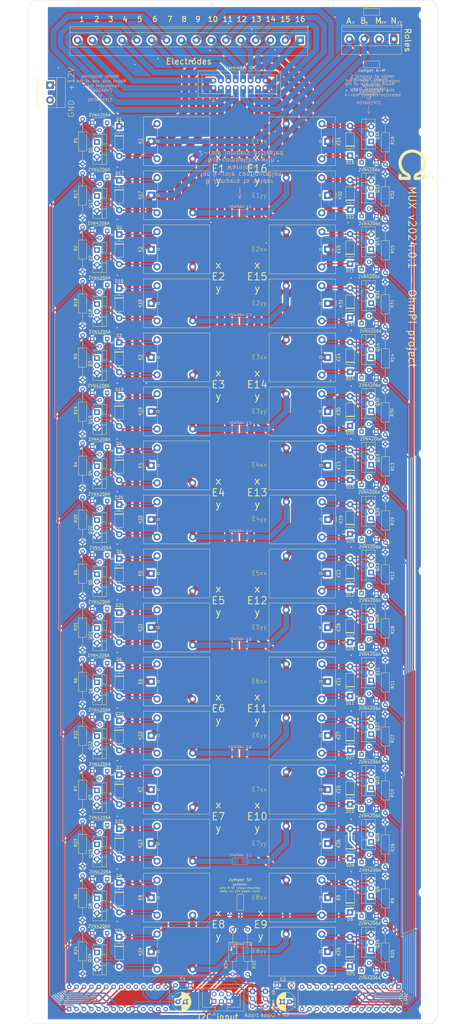
<source format=kicad_pcb>
(kicad_pcb (version 20221018) (generator pcbnew)
  (layers (0 "F.Cu" signal) (31 "B.Cu" signal) (34 "B.Paste" user) (35 "F.Paste" user) (36 "B.SilkS" user "B.Silkscreen") (37 "F.SilkS" user "F.Silkscreen") (38 "B.Mask" user) (39 "F.Mask" user) (44 "Edge.Cuts" user))
  (net 0 "")
  (net 1 "12V")
  (net 2 "Net-(D1-Pad2)")
  (net 3 "Net-(D2-Pad2)")
  (net 4 "Net-(D3-Pad2)")
  (net 5 "Net-(D4-Pad2)")
  (net 6 "Net-(D5-Pad2)")
  (net 7 "Net-(D6-Pad2)")
  (net 8 "Net-(D7-Pad2)")
  (net 9 "Net-(D8-Pad2)")
  (net 10 "Net-(D9-Pad2)")
  (net 11 "Net-(D10-Pad2)")
  (net 12 "Net-(D11-Pad2)")
  (net 13 "Net-(D12-Pad2)")
  (net 14 "Net-(D13-Pad2)")
  (net 15 "Net-(D14-Pad2)")
  (net 16 "Net-(D15-Pad2)")
  (net 17 "Net-(D16-Pad2)")
  (net 18 "GND")
  (net 19 "SCL1")
  (net 21 "SD1")
  (net 23 "+5V")
  (net 24 "Net-(D17-Pad2)")
  (net 25 "Net-(D18-Pad2)")
  (net 26 "Net-(D19-Pad2)")
  (net 27 "Net-(D20-Pad2)")
  (net 28 "Electrode 1")
  (net 29 "Electrode 2")
  (net 30 "Electrode 3")
  (net 31 "Electrode 4")
  (net 32 "Electrode 5")
  (net 33 "Electrode 6")
  (net 34 "Electrode 7")
  (net 35 "Electrode 8")
  (net 36 "Electrode 9")
  (net 37 "Electrode 10")
  (net 38 "Electrode 11")
  (net 39 "Electrode 12")
  (net 40 "Electrode 13")
  (net 41 "Electrode 14")
  (net 42 "Electrode 15")
  (net 43 "Electrode 16")
  (net 44 "Addr2")
  (net 45 "Addr1")
  (net 46 "Net-(D21-Pad2)")
  (net 47 "Net-(D22-Pad2)")
  (net 48 "Net-(D23-Pad2)")
  (net 49 "Net-(D24-Pad2)")
  (net 50 "Net-(D25-Pad2)")
  (net 51 "Net-(D26-Pad2)")
  (net 52 "Net-(D27-Pad2)")
  (net 53 "Net-(D28-Pad2)")
  (net 54 "Net-(D29-Pad2)")
  (net 55 "Net-(D30-Pad2)")
  (net 56 "Net-(D31-Pad2)")
  (net 57 "Net-(D32-Pad2)")
  (net 58 "Role x")
  (net 59 "Role y")
  (net 60 "Role xx")
  (net 61 "Role yy")
  (net 62 "E1x")
  (net 67 "E2x")
  (net 68 "E3x")
  (net 69 "E4x")
  (net 70 "E5x")
  (net 71 "E6x")
  (net 72 "E7x")
  (net 73 "E8x")
  (net 74 "E9x")
  (net 75 "E10x")
  (net 76 "E11x")
  (net 77 "E12x")
  (net 78 "E13x")
  (net 79 "E14x")
  (net 80 "E15x")
  (net 81 "E16x")
  (net 82 "E1y")
  (net 83 "E2y")
  (net 84 "E3y")
  (net 85 "E4y")
  (net 86 "E5y")
  (net 87 "E6y")
  (net 88 "E7y")
  (net 89 "E8y")
  (net 90 "E9y")
  (net 91 "E10y")
  (net 92 "E11y")
  (net 93 "E12y")
  (net 94 "E13y")
  (net 95 "E14y")
  (net 96 "E15y")
  (net 97 "E16y")
  (footprint "relay:Relay_SPDT_Omron-G5LE-1-VD" (layer "F.Cu") (at 133.460241 88.266676 -90)
    (fp_text reference "K16")
    (fp_text value "G5LE-1-VD")
  )
  (footprint "Package_TO_SOT_THT:TO-92L_Wide" (layer "F.Cu") (at 145.038992 279.6)
    (fp_text reference "ZVN4206A")
    (fp_text value "TO-92L_Wide")
  )
  (footprint "Package_TO_SOT_THT:TO-92L_Wide" (layer "F.Cu") (at 57.995241 340.494 180)
    (fp_text reference "ZVN4206A")
    (fp_text value "TO-92L_Wide")
  )
  (footprint "Resistor_THT:R_Axial_DIN0207_L6.3mm_D2.5mm_P15.24mm_Horizontal" (layer "F.Cu") (at 49.585241 228.483328 -90)
    (fp_text reference "R5")
    (fp_text value "100k")
  )
  (footprint "relay:Relay_SPDT_Omron-G5LE-1-VD" (layer "F.Cu") (at 73.051491 328.361658 90)
    (fp_text reference "K23")
    (fp_text value "G5LE-1-VD")
  )
  (footprint "relay:Relay_SPDT_Omron-G5LE-1-VD" (layer "F.Cu") (at 133.460241 236.016892 -90)
    (fp_text reference "K12")
    (fp_text value "G5LE-1-VD")
  )
  (footprint "Connector_PinHeader_2.54mm:PinHeader_1x03_P2.54mm_Vertical" (layer "F.Cu") (at 107.735866 378.895)
    (fp_text reference "Addr1")
    (fp_text value "Addr 1")
  )
  (footprint "relay:Relay_SPDT_Omron-G5LE-1-VD" (layer "F.Cu") (at 73.051491 88.23 90)
    (fp_text reference "K1")
    (fp_text value "G5LE-1-VD")
  )
  (footprint "Package_TO_SOT_THT:TO-220-3_Vertical" (layer "F.Cu") (at 54.500241 143.904998 -90)
    (fp_text reference "Q18")
    (fp_text value "STP16NF06L")
  )
  (footprint "Package_TO_SOT_THT:TO-92L_Wide" (layer "F.Cu") (at 145.038992 150.5)
    (fp_text reference "ZVN4206A")
    (fp_text value "TO-92L_Wide")
  )
  (footprint "Diode_THT:D_DO-41_SOD81_P10.16mm_Horizontal" (layer "F.Cu") (at 141.098991 296.449886 90)
    (fp_text reference "D27")
    (fp_text value "1N_E4007")
  )
  (footprint "MountingHole:MountingHole_3.2mm_M3_ISO7380" (layer "F.Cu") (at 166.4 385.1)
    (fp_text reference "REF**" hide)
    (fp_text value "MountingHole_3.2mm_M3_ISO7380")
  )
  (footprint "Resistor_THT:R_Axial_DIN0207_L6.3mm_D2.5mm_P15.24mm_Horizontal" (layer "F.Cu") (at 153.183991 133.12423 90)
    (fp_text reference "R15")
    (fp_text value "100k")
  )
  (footprint "Diode_THT:D_DO-41_SOD81_P10.16mm_Horizontal" (layer "F.Cu") (at 62.120241 138.564998 -90)
    (fp_text reference "D18")
    (fp_text value "1N_E4007")
  )
  (footprint "Connector_PinHeader_2.54mm:PinHeader_1x03_P2.54mm_Vertical" (layer "F.Cu") (at 112.135866 378.895)
    (fp_text reference "Addr2")
    (fp_text value "Addr 2")
  )
  (footprint "Diode_THT:D_DO-41_SOD81_P10.16mm_Horizontal" (layer "F.Cu") (at 62.120241 286.338326 -90)
    (fp_text reference "D22")
    (fp_text value "1N_E4007")
  )
  (footprint "Capacitor_THT:C_Disc_D7.0mm_W2.5mm_P5.00mm" (layer "F.Cu") (at 81.391343 376.8)
    (fp_text reference "C1")
    (fp_text value "100nF")
  )
  (footprint "Capacitor_THT:CP_Radial_D6.3mm_P2.50mm" (layer "F.Cu") (at 82.220482 382.43)
    (fp_text reference "C4")
    (fp_text value "10uF")
  )
  (footprint "Package_TO_SOT_THT:TO-220-3_Vertical" (layer "F.Cu") (at 54.500241 162.376664 -90)
    (fp_text reference "Q3")
    (fp_text value "STP16NF06L")
  )
  (footprint "Package_TO_SOT_THT:TO-220-3_Vertical" (layer "F.Cu") (at 148.333992 364.615795 90)
    (fp_text reference "Q25")
    (fp_text value "STP16NF06L")
  )
  (footprint "Package_TO_SOT_THT:TO-220-3_Vertical" (layer "F.Cu") (at 148.333992 180.410162 90)
    (fp_text reference "Q30")
    (fp_text value "STP16NF06L")
  )
  (footprint "Package_TO_SOT_THT:TO-92L_Wide" (layer "F.Cu") (at 145.038992 132)
    (fp_text reference "ZVN4206A")
    (fp_text value "TO-92L_Wide")
  )
  (footprint "Package_TO_SOT_THT:TO-220-3_Vertical" (layer "F.Cu") (at 148.333992 125.148476 90)
    (fp_text reference "Q15")
    (fp_text value "STP16NF06L")
  )
  (footprint "Resistor_THT:R_Axial_DIN0207_L6.3mm_D2.5mm_P15.24mm_Horizontal" (layer "F.Cu") (at 153.143991 373.218334 90)
    (fp_text reference "R25")
    (fp_text value "100k")
  )
  (footprint "relay:Relay_SPDT_Omron-G5LE-1-VD" (layer "F.Cu") (at 73.051491 365.305 90)
    (fp_text reference "K24")
    (fp_text value "G5LE-1-VD")
  )
  (footprint "Package_TO_SOT_THT:TO-92L_Wide" (layer "F.Cu") (at 57.995241 192.726 180)
    (fp_text reference "ZVN4206A")
    (fp_text value "TO-92L_Wide")
  )
  (footprint "Package_TO_SOT_THT:TO-220-3_Vertical" (layer "F.Cu") (at 148.333992 143.569038 90)
    (fp_text reference "Q31")
    (fp_text value "STP16NF06L")
  )
  (footprint "MountingHole:MountingHole_3.2mm_M3_ISO7380" (layer "F.Cu") (at 166.4 345.1)
    (fp_text reference "REF**" hide)
    (fp_text value "MountingHole_3.2mm_M3_ISO7380")
  )
  (footprint "Package_TO_SOT_THT:TO-92L_Wide" (layer "F.Cu") (at 57.995241 118.842 180)
    (fp_text reference "ZVN4206A")
    (fp_text value "TO-92L_Wide")
  )
  (footprint "Diode_THT:D_DO-41_SOD81_P10.16mm_Horizontal" (layer "F.Cu") (at 141.098991 93.146676 90)
    (fp_text reference "D16")
    (fp_text value "1N_E4007")
  )
  (footprint "Package_TO_SOT_THT:TO-220-3_Vertical" (layer "F.Cu") (at 54.500241 328.621658 -90)
    (fp_text reference "Q23")
    (fp_text value "STP16NF06L")
  )
  (footprint "Package_TO_SOT_THT:TO-220-3_Vertical" (layer "F.Cu") (at 54.500241 291.678326 -90)
    (fp_text reference "Q22")
    (fp_text value "STP16NF06L")
  )
  (footprint "Package_DIP:DIP-28_W7.62mm" (layer "F.Cu") (at 44.978991 384.935 90)
    (fp_text reference "U2")
    (fp_text value "MCP23017_SP")
  )
  (footprint "Diode_THT:D_DO-41_SOD81_P10.16mm_Horizontal" (layer "F.Cu") (at 62.120241 101.621666 -90)
    (fp_text reference "D17")
    (fp_text value "1N_E4007")
  )
  (footprint "relay:Relay_SPDT_Omron-G5LE-1-VD" (layer "F.Cu") (at 133.420241 365.298334 -90)
    (fp_text reference "K25")
    (fp_text value "G5LE-1-VD")
  )
  (footprint "Package_TO_SOT_THT:TO-92L_Wide" (layer "F.Cu") (at 57.995241 100.371 180)
    (fp_text reference "ZVN4206A")
    (fp_text value "TO-92L_Wide")
  )
  (footprint "Diode_THT:D_DO-41_SOD81_P10.16mm_Horizontal" (layer "F.Cu") (at 141.098991 277.967776 90)
    (fp_text reference "D11")
    (fp_text value "1N_E4007")
  )
  (footprint "MountingHole:MountingHole_3.2mm_M3_ISO7380" (layer "F.Cu") (at 35.4 385.1)
    (fp_text reference "REF**" hide)
    (fp_text value "MountingHole_3.2mm_M3_ISO7380")
  )
  (footprint "Diode_THT:D_DO-41_SOD81_P10.16mm_Horizontal" (layer "F.Cu") (at 62.120241 120.093332 -90)
    (fp_text reference "D2")
    (fp_text value "1N_E4007")
  )
  (footprint "Diode_THT:D_DO-41_SOD81_P10.16mm_Horizontal" (layer "F.Cu") (at 141.098991 259.485666 90)
    (fp_text reference "D28")
    (fp_text value "1N_E4007")
  )
  (footprint "Diode_THT:D_DO-41_SOD81_P10.16mm_Horizontal" (layer "F.Cu") (at 141.098991 111.628786 90)
    (fp_text reference "D32")
    (fp_text value "1N_E4007")
  )
  (footprint "MountingHole:MountingHole_3.2mm_M3_ISO7380" (layer "F.Cu") (at 34.335241 195.1)
    (fp_text reference "REF**" hide)
    (fp_text value "MountingHole_3.2mm_M3_ISO7380")
  )
  (footprint "Diode_THT:D_DO-41_SOD81_P10.16mm_Horizontal" (layer "F.Cu") (at 62.120241 360.225 -90)
    (fp_text reference "D24")
    (fp_text value "1N_E4007")
  )
  (footprint "relay:Relay_SPDT_Omron-G5LE-1-VD" (layer "F.Cu") (at 73.051491 272.94666 90)
    (fp_text reference "K6")
    (fp_text value "G5LE-1-VD")
  )
  (footprint "Package_TO_SOT_THT:TO-220-3_Vertical" (layer "F.Cu") (at 148.333992 290.933534 90)
    (fp_text reference "Q27")
    (fp_text value "STP16NF06L")
  )
  (footprint "Package_TO_SOT_THT:TO-92L_Wide" (layer "F.Cu") (at 57.995241 248.139 180)
    (fp_text reference "ZVN4206A")
    (fp_text value "TO-92L_Wide")
  )
  (footprint "Package_TO_SOT_THT:TO-220-3_Vertical" (layer "F.Cu") (at 54.500241 125.433332 -90)
    (fp_text reference "Q2")
    (fp_text value "STP16NF06L")
  )
  (footprint "Resistor_THT:R_Axial_DIN0207_L6.3mm_D2.5mm_P15.24mm_Horizontal" (layer "F.Cu") (at 153.183991 96.186676 90)
    (fp_text reference "R16")
    (fp_text value "100k")
  )
  (footprint "Package_DIP:DIP-28_W7.62mm" (layer "F.Cu") (at 157.692741 377.335 -90)
    (fp_text reference "U1")
    (fp_text value "MCP23017_SP")
  )
  (footprint "relay:Relay_SPDT_Omron-G5LE-1-VD" (layer "F.Cu") (at 133.420241 328.360777 -90)
    (fp_text reference "K26")
    (fp_text value "G5LE-1-VD")
  )
  (footprint "Package_TO_SOT_THT:TO-92L_Wide" (layer "F.Cu") (at 57.995241 174.255 180)
    (fp_text reference "ZVN4206A")
    (fp_text value "TO-92L_Wide")
  )
  (footprint "Diode_THT:D_DO-41_SOD81_P10.16mm_Horizontal" (layer "F.Cu") (at 141.098991 130.110896 90)
    (fp_text reference "D15")
    (fp_text value "1N_E4007")
  )
  (footprint "Diode_THT:D_DO-41_SOD81_P10.16mm_Horizontal" (layer "F.Cu") (at 141.098991 333.414106 90)
    (fp_text reference "D26")
    (fp_text value "1N_E4007")
  )
  (footprint "Resistor_THT:R_Axial_DIN0207_L6.3mm_D2.5mm_P15.24mm_Horizontal" (layer "F.Cu") (at 49.585241 302.369992 -90)
    (fp_text reference "R7")
    (fp_text value "100k")
  )
  (footprint "Package_TO_SOT_THT:TO-220-3_Vertical" (layer "F.Cu") (at 54.500241 217.791662 -90)
    (fp_text reference "Q20")
    (fp_text value "STP16NF06L")
  )
  (footprint "Diode_THT:D_DO-41_SOD81_P10.16mm_Horizontal" (layer "F.Cu") (at 62.120241 175.50833 -90)
    (fp_text reference "D19")
    (fp_text value "1N_E4007")
  )
  (footprint "Package_TO_SOT_THT:TO-220-3_Vertical" (layer "F.Cu") (at 54.500241 365.565 -90)
    (fp_text reference "Q24")
    (fp_text value "STP16NF06L")
  )
  (footprint "relay:Relay_SPDT_Omron-G5LE-1-VD" (layer "F.Cu") (at 73.051491 309.889992 90)
    (fp_text reference "K7")
    (fp_text value "G5LE-1-VD")
  )
  (footprint "Resistor_THT:R_Axial_DIN0207_L6.3mm_D2.5mm_P15.24mm_Horizontal" (layer "F.Cu") (at 153.183991 170.061784 90)
    (fp_text reference "R14")
    (fp_text value "100k")
  )
  (footprint "Package_TO_SOT_THT:TO-220-3_Vertical" (layer "F.Cu") (at 54.500241 310.149992 -90)
    (fp_text reference "Q7")
    (fp_text value "STP16NF06L")
  )
  (footprint "Resistor_THT:R_Axial_DIN0207_L6.3mm_D2.5mm_P15.24mm_Horizontal" (layer "F.Cu") (at 153.143991 151.593007 90)
    (fp_text reference "R31")
    (fp_text value "100k")
  )
  (footprint "Diode_THT:D_DO-41_SOD81_P10.16mm_Horizontal" (layer "F.Cu") (at 62.120241 341.753324 -90)
    (fp_text reference "D8")
    (fp_text value "1N_E4007")
  )
  (footprint "Package_TO_SOT_THT:TO-92L_Wide" (layer "F.Cu") (at 145.038992 297.9)
    (fp_text reference "ZVN4206A")
    (fp_text value "TO-92L_Wide")
  )
  (footprint "Package_TO_SOT_THT:TO-220-3_Vertical" (layer "F.Cu") (at 148.333992 88.307352 90)
    (fp_text reference "Q16")
    (fp_text value "STP16NF06L")
  )
  (footprint "MountingHole:MountingHole_3.2mm_M3_ISO7380" (layer "F.Cu") (at 166.4 195.1)
    (fp_text reference "REF**" hide)
    (fp_text value "MountingHole_3.2mm_M3_ISO7380")
  )
  (footprint "Capacitor_THT:CP_Radial_D6.3mm_P2.50mm" (layer "F.Cu") (at 120.420482 382.43 180)
    (fp_text reference "C3")
    (fp_text value "10uF")
  )
  (footprint "Solder_jumper:Soder_jumper" (layer "F.Cu") (at 103.335241 348.4 90)
    (fp_text reference "Jumper 5V")
    (fp_text value "SolderJumper_2_Open")
  )
  (footprint "Resistor_THT:R_Axial_DIN0207_L6.3mm_D2.5mm_P15.24mm_Horizontal" (layer "F.Cu") (at 153.143991 262.405669 90)
    (fp_text reference "R28")
    (fp_text value "100k")
  )
  (footprint "Diode_THT:D_DO-41_SOD81_P10.16mm_Horizontal" (layer "F.Cu") (at 141.098991 185.557226 90)
    (fp_text reference "D30")
    (fp_text value "1N_E4007")
  )
  (footprint "Diode_THT:D_DO-41_SOD81_P10.16mm_Horizontal" (layer "F.Cu") (at 141.098991 351.896216 90)
    (fp_text reference "D9")
    (fp_text value "1N_E4007")
  )
  (footprint "relay:Relay_SPDT_Omron-G5LE-1-VD" (layer "F.Cu") (at 73.051491 180.58833 90)
    (fp_text reference "K19")
    (fp_text value "G5LE-1-VD")
  )
  (footprint "Connector_IDC:IDC-Header_2x08_P2.54mm_Vertical" (layer "F.Cu") (at 94.335241 70 90)
    (fp_text reference "Electrodes IDC")
    (fp_text value "Conn_02x08_Odd_Even")
  )
  (footprint "relay:Relay_SPDT_Omron-G5LE-1-VD" (layer "F.Cu") (at 133.460241 125.20423 -90)
    (fp_text reference "K15")
    (fp_text value "G5LE-1-VD")
  )
  (footprint "Diode_THT:D_DO-41_SOD81_P10.16mm_Horizontal" (layer "F.Cu") (at 141.098991 148.593006 90)
    (fp_text reference "D31")
    (fp_text value "1N_E4007")
  )
  (footprint "Resistor_THT:R_Axial_DIN0207_L6.3mm_D2.5mm_P15.24mm_Horizontal" (layer "F.Cu") (at 153.143991 114.655453 90)
    (fp_text reference "R32")
    (fp_text value "100k")
  )
  (footprint "TerminalBlock_Phoenix:TerminalBlock_Phoenix_MKDS-1,5-16-5.08_1x16_P5.08mm_Horizontal" (layer "F.Cu") (at 124.035241 53.7 180)
    (fp_text reference "Electrodes")
    (fp_text value "Screw_Terminal_01x16")
  )
  (footprint "Package_TO_SOT_THT:TO-220-3_Vertical" (layer "F.Cu") (at 148.333992 217.251286 90)
    (fp_text reference "Q29")
    (fp_text value "STP16NF06L")
  )
  (footprint "Solder_jumper:Soder_jumper" (layer "F.Cu") (at 148.470241 43.82)
    (fp_text reference "Jumper B-N")
    (fp_text value "SolderJumper_2_Open")
  )
  (footprint "Diode_THT:D_DO-41_SOD81_P10.16mm_Horizontal" (layer "F.Cu") (at 62.120241 193.979996 -90)
    (fp_text reference "D4")
    (fp_text value "1N_E4007")
  )
  (footprint "ohmpi_logo:ohmpi_logo" (layer "F.Cu") (at 163.6 96.1)
    (fp_text reference "G***" hide)
    (fp_text value "LOGO" hide)
  )
  (footprint "MountingHole:MountingHole_3.2mm_M3_ISO7380" (layer "F.Cu") (at 35.4 85.1)
    (fp_text reference "REF**" hide)
    (fp_text value "MountingHole_3.2mm_M3_ISO7380")
  )
  (footprint "Package_TO_SOT_THT:TO-92L_Wide" (layer "F.Cu") (at 57.995241 285.081 180)
    (fp_text reference "ZVN4206A")
    (fp_text value "TO-92L_Wide")
  )
  (footprint "Package_TO_SOT_THT:TO-92L_Wide" (layer "F.Cu") (at 57.995241 211.197 180)
    (fp_text reference "ZVN4206A")
    (fp_text value "TO-92L_Wide")
  )
  (footprint "MountingHole:MountingHole_3.2mm_M3_ISO7380" (layer "F.Cu") (at 166.4 45.1)
    (fp_text reference "REF**" hide)
    (fp_text value "MountingHole_3.2mm_M3_ISO7380")
  )
  (footprint "relay:Relay_SPDT_Omron-G5LE-1-VD" (layer "F.Cu") (at 133.420241 143.673007 -90)
    (fp_text reference "K31")
    (fp_text value "G5LE-1-VD")
  )
  (footprint "Resistor_THT:R_Axial_DIN0207_L6.3mm_D2.5mm_P15.24mm_Horizontal" (layer "F.Cu") (at 49.585241 80.71 -90)
    (fp_text reference "R1")
    (fp_text value "100k")
  )
  (footprint "Resistor_THT:R_Axial_DIN0207_L6.3mm_D2.5mm_P15.24mm_Horizontal" (layer "F.Cu") (at 153.183992 354.749554 90)
    (fp_text reference "R9")
    (fp_text value "100k")
  )
  (footprint "Resistor_THT:R_Axial_DIN0207_L6.3mm_D2.5mm_P15.24mm_Horizontal" (layer "F.Cu") (at 49.585241 320.841658 -90)
    (fp_text reference "R23")
    (fp_text value "100k")
  )
  (footprint "Package_TO_SOT_THT:TO-220-3_Vertical" (layer "F.Cu") (at 54.500241 106.961666 -90)
    (fp_text reference "Q17")
    (fp_text value "STP16NF06L")
  )
  (footprint "Diode_THT:D_DO-41_SOD81_P10.16mm_Horizontal" (layer "F.Cu") (at 62.120241 157.036664 -90)
    (fp_text reference "D3")
    (fp_text value "1N_E4007")
  )
  (footprint "Package_TO_SOT_THT:TO-92L_Wide" (layer "F.Cu") (at 145.038992 205.7)
    (fp_text reference "ZVN4206A")
    (fp_text value "TO-92L_Wide")
  )
  (footprint "relay:Relay_SPDT_Omron-G5LE-1-VD" (layer "F.Cu") (at 133.460241 199.079338 -90)
    (fp_text reference "K13")
    (fp_text value "G5LE-1-VD")
  )
  (footprint "Resistor_THT:R_Axial_DIN0207_L6.3mm_D2.5mm_P15.24mm_Horizontal" (layer "F.Cu") (at 153.143991 336.280777 90)
    (fp_text reference "R26")
    (fp_text value "100k")
  )
  (footprint "Package_TO_SOT_THT:TO-92L_Wide" (layer "F.Cu") (at 145.038992 187.5)
    (fp_text reference "ZVN4206A")
    (fp_text value "TO-92L_Wide")
  )
  (footprint "relay:Relay_SPDT_Omron-G5LE-1-VD" (layer "F.Cu") (at 73.051491 346.833324 90)
    (fp_text reference "K8")
    (fp_text value "G5LE-1-VD")
  )
  (footprint "Package_TO_SOT_THT:TO-220-3_Vertical" (layer "F.Cu") (at 148.333992 254.09241 90)
    (fp_text reference "Q28")
    (fp_text value "STP16NF06L")
  )
  (footprint "Resistor_THT:R_Axial_DIN0207_L6.3mm_D2.5mm_P15.24mm_Horizontal" (layer "F.Cu") (at 100.926491 357.76 -90)
    (fp_text reference "R34")
    (fp_text value "100k")
  )
  (footprint "Package_TO_SOT_THT:TO-92L_Wide" (layer "F.Cu") (at 145.038992 95.5)
    (fp_text reference "ZVN4206A")
    (fp_text value "TO-92L_Wide")
  )
  (footprint "Resistor_THT:R_Axial_DIN0207_L6.3mm_D2.5mm_P15.24mm_Horizontal" (layer "F.Cu") (at 153.183992 317.812 90)
    (fp_text reference "R10")
    (fp_text value "100k")
  )
  (footprint "Package_TO_SOT_THT:TO-220-3_Vertical" (layer "F.Cu") (at 148.333992 161.9896 90)
    (fp_text reference "Q14")
    (fp_text value "STP16NF06L")
  )
  (footprint "relay:Relay_SPDT_Omron-G5LE-1-VD" (layer "F.Cu") (at 73.051491 291.418326 90)
    (fp_text reference "K22")
    (fp_text value "G5LE-1-VD")
  )
  (footprint "Diode_THT:D_DO-41_SOD81_P10.16mm_Horizontal" (layer "F.Cu") (at 62.120241 249.394994 -90)
    (fp_text reference "D21")
    (fp_text value "1N_E4007")
  )
  (footprint "Package_TO_SOT_THT:TO-220-3_Vertical" (layer "F.Cu") (at 54.500241 88.49 -90)
    (fp_text reference "Q1")
    (fp_text value "STP16NF06L")
  )
  (footprint "Package_TO_SOT_THT:TO-92L_Wide" (layer "F.Cu") (at 145.038992 169)
    (fp_text reference "ZVN4206A")
    (fp_text value "TO-92L_Wide")
  )
  (footprint "Resistor_THT:R_Axial_DIN0207_L6.3mm_D2.5mm_P15.24mm_Horizontal" (layer "F.Cu") (at 153.143991 299.343223 90)
    (fp_text reference "R27")
    (fp_text value "100k")
  )
  (footprint "Resistor_THT:R_Axial_DIN0207_L6.3mm_D2.5mm_P15.24mm_Horizontal" (layer "F.Cu") (at 49.585241 191.539996 -90)
    (fp_text reference "R4")
    (fp_text value "100k")
  )
  (footprint "relay:Relay_SPDT_Omron-G5LE-1-VD" (layer "F.Cu") (at 133.460242 346.829554 -90)
    (fp_text reference "K9")
    (fp_text value "G5LE-1-VD")
  )
  (footprint "Package_TO_SOT_THT:TO-92L_Wide" (layer "F.Cu") (at 57.995241 303.552 180)
    (fp_text reference "ZVN4206A")
    (fp_text value "TO-92L_Wide")
  )
  (footprint "MountingHole:MountingHole_3.2mm_M3_ISO7380" (layer "F.Cu") (at 35.4 345.1)
    (fp_text reference "REF**" hide)
    (fp_text value "MountingHole_3.2mm_M3_ISO7380")
  )
  (footprint "Package_TO_SOT_THT:TO-92L_Wide" (layer "F.Cu") (at 145.038992 242.8)
    (fp_text reference "ZVN4206A")
    (fp_text value "TO-92L_Wide")
  )
  (footprint "relay:Relay_SPDT_Omron-G5LE-1-VD" (layer "F.Cu") (at 133.460242 309.892 -90)
    (fp_text reference "K10")
    (fp_text value "G5LE-1-VD")
  )
  (footprint "Package_TO_SOT_THT:TO-92L_Wide" (layer "F.Cu") (at 145.038992 224.4)
    (fp_text reference "ZVN4206A")
    (fp_text value "TO-92L_Wide")
  )
  (footprint "Resistor_THT:R_Axial_DIN0207_L6.3mm_D2.5mm_P15.24mm_Horizontal" (layer "F.Cu") (at 49.585241 173.06833 -90)
    (fp_text reference "R19")
    (fp_text value "100k")
  )
  (footprint "Package_TO_SOT_THT:TO-220-3_Vertical" (layer "F.Cu") (at 148.333992 106.727914 90)
    (fp_text reference "Q32")
    (fp_text value "STP16NF06L")
  )
  (footprint "Package_TO_SOT_THT:TO-220-3_Vertical" (layer "F.Cu") (at 54.500241 199.319996 -90)
    (fp_text reference "Q4")
    (fp_text value "STP16NF06L")
  )
  (footprint "Resistor_THT:R_Axial_DIN0207_L6.3mm_D2.5mm_P15.24mm_Horizontal" (layer "F.Cu") (at 153.143991 188.530561 90)
    (fp_text reference "R30")
    (fp_text value "100k")
  )
  (footprint "Package_TO_SOT_THT:TO-92L_Wide" (layer "F.Cu") (at 145.038992 334.7)
    (fp_text reference "ZVN4206A")
    (fp_text value "TO-92L_Wide")
  )
  (footprint "Diode_THT:D_DO-41_SOD81_P10.16mm_Horizontal" (layer "F.Cu") (at 62.120241 267.86666 -90)
    (fp_text reference "D6")
    (fp_text value "1N_E4007")
  )
  (footprint "Resistor_THT:R_Axial_DIN0207_L6.3mm_D2.5mm_P15.24mm_Horizontal" (layer "F.Cu") (at 153.183991 243.936892 90)
    (fp_text reference "R12")
    (fp_text value "100k")
  )
  (footprint "MountingHole:MountingHole_3.2mm_M3_ISO7380" (layer "F.Cu") (at 35.4 235.1)
    (fp_text reference "REF**" hide)
    (fp_text value "MountingHole_3.2mm_M3_ISO7380")
  )
  (footprint "Package_TO_SOT_THT:TO-92L_Wide" (layer "F.Cu") (at 57.995241 358.965 180)
    (fp_text reference "ZVN4206A")
    (fp_text value "TO-92L_Wide")
  )
  (footprint "Package_TO_SOT_THT:TO-92L_Wide" (layer "F.Cu") (at 57.995241 266.61 180)
    (fp_text reference "ZVN4206A")
    (fp_text value "TO-92L_Wide")
  )
  (footprint "Package_TO_SOT_THT:TO-92L_Wide" (layer "F.Cu") (at 145.038992 113.8)
    (fp_text reference "ZVN4206A")
    (fp_text value "TO-92L_Wide")
  )
  (footprint "MountingHole:MountingHole_3.2mm_M3_ISO7380" (layer "F.Cu") (at 166.4 235.1)
    (fp_text reference "REF**" hide)
    (fp_text value "MountingHole_3.2mm_M3_ISO7380")
  )
  (footprint "Package_TO_SOT_THT:TO-92L_Wide" (layer "F.Cu") (at 145.038992 353.1)
    (fp_text reference "ZVN4206A")
    (fp_text value "TO-92L_Wide")
  )
  (footprint "TerminalBlock_Phoenix:TerminalBlock_Phoenix_MKDS-1,5-4-5.08_1x04_P5.08mm_Horizontal" (layer "F.Cu") (at 156.070241 53.3 180)
    (fp_text reference "A  B  M  N")
    (fp_text value "Screw_Terminal_01x04")
  )
  (footprint "Diode_THT:D_DO-41_SOD81_P10.16mm_Horizontal" (layer "F.Cu") (at 141.098991 167.075116 90)
    (fp_text reference "D14")
    (fp_text value "1N_E4007")
  )
  (footprint "Diode_THT:D_DO-41_SOD81_P10.16mm_Horizontal" (layer "F.Cu") (at 141.098991 222.521446 90)
    (fp_text reference "D29")
    (fp_text value "1N_E4007")
  )
  (footprint "Resistor_THT:R_Axial_DIN0207_L6.3mm_D2.5mm_P15.24mm_Horizontal" (layer "F.Cu") (at 153.243991 225.468115 90)
    (fp_text reference "R29")
    (fp_text value "100k")
  )
  (footprint "relay:Relay_SPDT_Omron-G5LE-1-VD" (layer "F.Cu") (at 73.051491 217.531662 90)
    (fp_text reference "K20")
    (fp_text value "G5LE-1-VD")
  )
  (footprint "Resistor_THT:R_Axial_DIN0207_L6.3mm_D2.5mm_P15.24mm_Horizontal" (layer "F.Cu") (at 49.585241 136.124998 -90)
    (fp_text reference "R18")
    (fp_text value "100k")
  )
  (footprint "relay:Relay_SPDT_Omron-G5LE-1-VD" (layer "F.Cu") (at 73.051491 106.701666 90)
    (fp_text reference "K17")
    (fp_text value "G5LE-1-VD")
  )
  (footprint "relay:Relay_SPDT_Omron-G5LE-1-VD" (layer "F.Cu") (at 133.420241 106.735453 -90)
    (fp_text reference "K32")
    (fp_text value "G5LE-1-VD")
  )
  (footprint "Resistor_THT:R_Axial_DIN0207_L6.3mm_D2.5mm_P15.24mm_Horizontal" (layer "F.Cu") (at 49.585241 117.653332 -90)
    (fp_text reference "R2")
    (fp_text value "100k")
  )
  (footprint "Package_TO_SOT_THT:TO-220-3_Vertical" (layer "F.Cu") (at 148.333992 235.671848 90)
    (fp_text reference "Q12")
    (fp_text value "STP16NF06L")
  )
  (footprint "Package_TO_SOT_THT:TO-92L_Wide" (layer "F.Cu") (at 145.038992 316.3)
    (fp_text reference "ZVN4206A")
    (fp_text value "TO-92L_Wide")
  )
  (footprint "relay:Relay_SPDT_Omron-G5LE-1-VD" (layer "F.Cu") (at 133.460242 272.954446 -90)
    (fp_text reference "K11")
    (fp_text value "G5LE-1-VD")
  )
  (footprint "relay:Relay_SPDT_Omron-G5LE-1-VD" (layer "F.Cu") (at 133.420241 254.485669 -90)
    (fp_text reference "K28")
    (fp_text value "G5LE-1-VD")
  )
  (footprint "Package_TO_SOT_THT:TO-92L_Wide" (layer "F.Cu") (at 57.995241 229.668 180)
    (fp_text reference "ZVN4206A")
    (fp_text value "TO-92L_Wide")
  )
  (footprint "relay:Relay_SPDT_Omron-G5LE-1-VD" (layer "F.Cu") (at 73.051491 125.173332 90)
    (fp_text reference "K2")
    (fp_text value "G5LE-1-VD")
  )
  (footprint "Package_TO_SOT_THT:TO-92L_Wide" (layer "F.Cu") (at 57.995241 81.9 180)
    (fp_text reference "ZVN4206A")
    (fp_text value "TO-92L_Wide")
  )
  (footprint "Package_TO_SOT_THT:TO-220-3_Vertical" (layer "F.Cu") (at 148.333992 346.19522 90)
    (fp_text reference "Q9")
    (fp_text value "STP16NF06L")
  )
  (footprint "Resistor_THT:R_Axial_DIN0207_L6.3mm_D2.5mm_P15.24mm_Horizontal" (layer "F.Cu") (at 153.183992 280.874446 90)
    (fp_text reference "R11")
    (fp_text value "100k")
  )
  (footprint "Capacitor_THT:C_Disc_D7.0mm_W2.5mm_P5.00mm" (layer "F.Cu") (at 121.035241 376.8 180)
    (fp_text reference "C2")
    (fp_text value "100nF")
  )
  (footprint "Diode_THT:D_DO-41_SOD81_P10.16mm_Horizontal" (layer "F.Cu") (at 62.120241 304.809992 -90)
    (fp_text reference "D7")
    (fp_text value "1N_E4007")
  )
  (footprint "Resistor_THT:R_Axial_DIN0207_L6.3mm_D2.5mm_P15.24mm_Horizontal" (layer "F.Cu") (at 49.585241 339.313324 -90)
    (fp_text reference "R8")
    (fp_text value "100k")
  )
  (footprint "Resistor_THT:R_Axial_DIN0207_L6.3mm_D2.5mm_P15.24mm_Horizontal" (layer "F.Cu") (at 49.585241 357.585 -90)
    (fp_text reference "R24")
    (fp_text value "100k")
  )
  (footprint "Resistor_THT:R_Axial_DIN0207_L6.3mm_D2.5mm_P15.24mm_Horizontal" (layer "F.Cu") (at 49.585241 246.954994 -90)
    (fp_text reference "R21")
    (fp_text value "100k")
  )
  (footprint "Diode_THT:D_DO-41_SOD81_P10.16mm_Horizontal" (layer "F.Cu") (at 62.120241 230.923328 -90)
    (fp_text reference "D5")
    (fp_text value "1N_E4007")
  )
  (footprint "Package_TO_SOT_THT:TO-220-3_Vertical" (layer "F.Cu") (at 148.333992 327.774658 90)
    (fp_text reference "Q26")
    (fp_text value "STP16NF06L")
  )
  (footprint "Solder_jumper:Soder_jumper" (layer "F.Cu") (at 148.470241 61.77)
    (fp_text reference "Jumper A-M")
    (fp_text value "SolderJumper_2_Open")
  )
  (footprint "Package_TO_SOT_THT:TO-220-3_Vertical" (layer "F.Cu") (at 148.333992 198.830724 90)
    (fp_text reference "Q13")
    (fp_text value "STP16NF06L")
  )
  (footprint "relay:Relay_SPDT_Omron-G5LE-1-VD" (layer "F.Cu") (at 73.051491 236.003328 90)
    (fp_text reference "K5")
    (fp_text value "G5LE-1-VD")
  )
  (footprint "TerminalBlock_Phoenix:TerminalBlock_Phoenix_MKDS-1,5-2-5.08_1x02_P5.08mm_Horizontal" (layer "F.Cu") (at 38.435241 69.05 -90)
    (fp_text reference "GND  +12V")
    (fp_text value "Relays Pwr")
  )
  (footprint "Package_TO_SOT_THT:TO-92L_Wide" (layer "F.Cu") (at 145.038992 371.7)
    (fp_text reference "ZVN4206A")
    (fp_text value "TO-92L_Wide")
  )
  (footprint "relay:Relay_SPDT_Omron-G5LE-1-VD" (layer "F.Cu") (at 73.051491 254.474994 90)
    (fp_text reference "K21")
    (fp_text value "G5LE-1-VD")
  )
  (footprint "MountingHole:MountingHole_3.2mm_M3_ISO7380" (layer "F.Cu") (at 166.4 85.1)
    (fp_text reference "REF**" hide)
    (fp_text value "MountingHole_3.2mm_M3_ISO7380")
  )
  (footprint "Resistor_THT:R_Axial_DIN0207_L6.3mm_D2.5mm_P15.24mm_Horizontal" (layer "F.Cu") (at 49.585241 283.898326 -90)
    (fp_text reference "R22")
    (fp_text value "100k")
  )
  (footprint "Resistor_THT:R_Axial_DIN0207_L6.3mm_D2.5mm_P15.24mm_Horizontal" (layer "F.Cu") (at 49.585241 210.011662 -90)
    (fp_text reference "R20")
    (fp_text value "100k")
  )
  (footprint "MountingHole:MountingHole_3.2mm_M3_ISO7380" (layer "F.Cu") (at 35.4 45.1)
    (fp_text reference "REF**" hide)
    (fp_text value "MountingHole_3.2mm_M3_ISO7380")
  )
  (footprint "Resistor_THT:R_Axial_DIN0207_L6.3mm_D2.5mm_P15.24mm_Horizontal" (layer "F.Cu") (at 49.585241 265.42666 -90)
    (fp_text reference "R6")
    (fp_text value "100k")
  )
  (footprint "Package_TO_SOT_THT:TO-220-3_Vertical" (layer "F.Cu") (at 148.333992 309.354096 90)
    (fp_text reference "Q10")
    (fp_text value "STP16NF06L")
  )
  (footprint "Diode_THT:D_DO-41_SOD81_P10.16mm_Horizontal" (layer "F.Cu") (at 62.120241 323.281658 -90)
    (fp_text reference "D23")
    (fp_text value "1N_E4007")
  )
  (footprint "relay:Relay_SPDT_Omron-G5LE-1-VD" (layer "F.Cu") (at 73.051491 199.059996 90)
    (fp_text reference "K4")
    (fp_text value "G5LE-1-VD")
  )
  (footprint "relay:Relay_SPDT_Omron-G5LE-1-VD" (layer "F.Cu") (at 133.520241 217.548115 -90)
    (fp_text reference "K29")
    (fp_text value "G5LE-1-VD")
  )
  (footprint "Resistor_THT:R_Axial_DIN0207_L6.3mm_D2.5mm_P15.24mm_Horizontal" (layer "F.Cu") (at 106.036491 357.76 -90)
    (fp_text reference "R33")
    (fp_text value "100k")
  )
  (footprint "Diode_THT:D_DO-41_SOD81_P10.16mm_Horizontal" (layer "F.Cu") (at 141.098991 204.039336 90)
    (fp_text reference "D13")
    (fp_text value "1N_E4007")
  )
  (footprint "relay:Relay_SPDT_Omron-G5LE-1-VD" (layer "F.Cu") (at 73.051491 162.116664 90)
    (fp_text reference "K3")
    (fp_text value "G5LE-1-VD")
  )
  (footprint "Resistor_THT:R_Axial_DIN0207_L6.3mm_D2.5mm_P15.24mm_Horizontal" (layer "F.Cu") (at 49.585241 99.181666 -90)
    (fp_text reference "R17")
    (fp_text value "100k")
  )
  (footprint "Package_TO_SOT_THT:TO-220-3_Vertical" (layer "F.Cu") (at 54.500241 347.093324 -90)
    (fp_text reference "Q8")
    (fp_text value "STP16NF06L")
  )
  (footprint "Diode_THT:D_DO-41_SOD81_P10.16mm_Horizontal" (layer "F.Cu") (at 62.120241 212.451662 -90)
    (fp_text reference "D20")
    (fp_text value "1N_E4007")
  )
  (footprint "Package_TO_SOT_THT:TO-92L_Wide" (layer "F.Cu") (at 145.038992 261.1)
    (fp_text reference "ZVN4206A")
    (fp_text value "TO-92L_Wide")
  )
  (footprint "Package_TO_SOT_THT:TO-92L_Wide" (layer "F.Cu") (at 57.995241 322.023 180)
    (fp_text reference "ZVN4206A")
    (fp_text value "TO-92L_Wide")
  )
  (footprint "Connector_IDC:IDC-Header_2x03_P2.54mm_Vertical" (layer "F.Cu") (at 94.535241 382.3 90)
    (fp_text reference "I2C input")
    (fp_text value "I2C")
  )
  (footprint "relay:Relay_SPDT_Omron-G5LE-1-VD" (layer "F.Cu") (at 133.420241 291.423223 -90)
    (fp_text reference "K27")
    (fp_text value "G5LE-1-VD")
  )
  (footprint "Resistor_THT:R_Axial_DIN0207_L6.3mm_D2.5mm_P15.24mm_Horizontal" (layer "F.Cu") (at 153.183991 206.999338 90)
    (fp_text reference "R13")
    (fp_text value "100k")
  )
  (footprint "Package_TO_SOT_THT:TO-220-3_Vertical" (layer "F.Cu") (at 54.500241 273.20666 -90)
    (fp_text reference "Q6")
    (fp_text value "STP16NF06L")
  )
  (footprint "Package_TO_SOT_THT:TO-220-3_Vertical" (layer "F.Cu") (at 54.500241 254.734994 -90)
    (fp_text reference "Q21")
    (fp_text value "STP16NF06L")
  )
  (footprint "Diode_THT:D_DO-41_SOD81_P10.16mm_Horizontal" (layer "F.Cu") (at 62.120241 83.15 -90)
    (fp_text reference "D1")
    (fp_text value "1N_E4007")
  )
  (footprint "Diode_THT:D_DO-41_SOD81_P10.16mm_Horizontal" (layer "F.Cu") (at 141.098991 314.931996 90)
    (fp_text reference "D10")
    (fp_text value "1N_E4007")
  )
  (footprint "relay:Relay_SPDT_Omron-G5LE-1-VD" (layer "F.Cu") (at 133.420241 180.610561 -90)
    (fp_text reference "K30")
    (fp_text value "G5LE-1-VD")
  )
  (footprint "Package_TO_SOT_THT:TO-220-3_Vertical" (layer "F.Cu") (at 54.500241 180.84833 -90)
    (fp_text reference "Q19")
    (fp_text value "STP16NF06L")
  )
  (footprint "relay:Relay_SPDT_Omron-G5LE-1-VD" (layer "F.Cu") (at 133.460241 162.141784 -90)
    (fp_text reference "K14")
    (fp_text value "G5LE-1-VD")
  )
  (footprint "Resistor_THT:R_Axial_DIN0207_L6.3mm_D2.5mm_P15.24mm_Horizontal" (layer "F.Cu") (at 49.585241 154.596664 -90)
    (fp_text reference "R3")
    (fp_text value "100k")
  )
  (footprint "relay:Relay_SPDT_Omron-G5LE-1-VD" (layer "F.Cu") (at 73.051491 143.644998 90)
    (fp_text reference "K18")
    (fp_text value "G5LE-1-VD")
  )
  (footprint "Diode_THT:D_DO-41_SOD81_P10.16mm_Horizontal" (layer "F.Cu") (at 141.098991 241.003556 90)
    (fp_text reference "D12")
    (fp_text value "1N_E4007")
  )
  (footprint "Package_TO_SOT_THT:TO-92L_Wide" (layer "F.Cu") (at 57.995241 155.784 180)
    (fp_text reference "ZVN4206A")
    (fp_text value "TO-92L_Wide")
  )
  (footprint "Package_TO_SOT_THT:TO-220-3_Vertical" (layer "F.Cu") (at 54.500241 236.263328 -90)
    (fp_text reference "Q5")
    (fp_text value "STP16NF06L")
  )
  (footprint "Package_TO_SOT_THT:TO-92L_Wide" (layer "F.Cu") (at 57.995241 137.313 180)
    (fp_text reference "ZVN4206A")
    (fp_text value "TO-92L_Wide")
  )
  (footprint "Diode_THT:D_DO-41_SOD81_P10.16mm_Horizontal" (layer "F.Cu") (at 141.098991 370.378334 90)
    (fp_text reference "D25")
    (fp_text value "1N_E4007")
  )
  (footprint "Package_TO_SOT_THT:TO-220-3_Vertical" (layer "F.Cu") (at 148.333992 272.512972 90)
    (fp_text reference "Q11")
    (fp_text value "STP16NF06L")
  )
  (footprint "Solder_jumper:Soder_jumper" (layer "B.Cu") (at 103.435866 149.85)
    (fp_text reference "Jumper E2")
    (fp_text value "SolderJumper_2_Open")
  )
  (footprint "Solder_jumper:Soder_jumper" (layer "B.Cu") (at 103.435866 365.05)
    (fp_text reference "Jumper E8")
    (fp_text value "SolderJumper_2_Open")
  )
  (footprint "Solder_jumper:Soder_jumper" (layer "B.Cu") (at 103.435866 186.8)
    (fp_text reference "Jumper E3")
    (fp_text value "SolderJumper_2_Open")
  )
  (footprint "Solder_jumper:Soder_jumper" (layer "B.Cu") (at 103.435866 334.6)
    (fp_text reference "Jumper E7")
    (fp_text value "SolderJumper_2_Open")
  )
  (footprint "Solder_jumper:Soder_jumper" (layer "B.Cu") (at 103.435866 297.65)
    (fp_text reference "Jumper E6")
    (fp_text value "SolderJumper_2_Open")
  )
  (footprint "Solder_jumper:Soder_jumper" (layer "B.Cu") (at 103.435866 223.75)
    (fp_text reference "Jumper E4")
    (fp_text value "SolderJumper_2_Open")
  )
  (footprint "Solder_jumper:Soder_jumper" (layer "B.Cu") (at 103.435866 112.9)
    (fp_text reference "Jumper E1")
    (fp_text value "SolderJumper_2_Open")
  )
  (footprint "Solder_jumper:Soder_jumper" (layer "B.Cu") (at 103.435866 260.7)
    (fp_text reference "Jumper E5")
    (fp_text value "SolderJumper_2_Open")
  )
  (gr_line (start 32.5 389.5) (end 31.5 388.5) (stroke (width 0.1)) (layer "Edge.Cuts"))
  (gr_line (start 170.5 388.5) (end 171 387.5) (stroke (width 0.1)) (layer "Edge.Cuts"))
  (gr_line (start 170.5 41.5) (end 169.5 40.5) (stroke (width 0.1)) (layer "Edge.Cuts"))
  (gr_line (start 31 387.5) (end 31 42.5) (stroke (width 0.1)) (layer "Edge.Cuts"))
  (gr_line (start 169.5 40.5) (end 168.5 40) (stroke (width 0.1)) (layer "Edge.Cuts"))
  (gr_line (start 33.5 390) (end 32.5 389.5) (stroke (width 0.1)) (layer "Edge.Cuts"))
  (gr_line (start 171 387.5) (end 171 42.5) (stroke (width 0.1)) (layer "Edge.Cuts"))
  (gr_line (start 31.5 388.5) (end 31 387.5) (stroke (width 0.1)) (layer "Edge.Cuts"))
  (gr_line (start 168.5 390) (end 33.5 390) (stroke (width 0.1)) (layer "Edge.Cuts"))
  (gr_line (start 169.5 389.5) (end 170.5 388.5) (stroke (width 0.1)) (layer "Edge.Cuts"))
  (gr_line (start 32.5 40.5) (end 31.5 41.5) (stroke (width 0.1)) (layer "Edge.Cuts"))
  (gr_line (start 31.5 41.5) (end 31 42.5) (stroke (width 0.1)) (layer "Edge.Cuts"))
  (gr_line (start 168.5 40) (end 33.5 40) (stroke (width 0.1)) (layer "Edge.Cuts"))
  (gr_line (start 171 42.5) (end 170.5 41.5) (stroke (width 0.1)) (layer "Edge.Cuts"))
  (gr_line (start 33.5 40) (end 32.5 40.5) (stroke (width 0.1)) (layer "Edge.Cuts"))
  (gr_line (start 168.5 390) (end 169.5 389.5) (stroke (width 0.1)) (layer "Edge.Cuts"))
  (gr_text "Mosfet footprints\nMount only one of the \ncomponent type: \nZVN4206A \nor\nSTP16NF06\n|\nV" (at 147.5 78.9) (layer "B.SilkS") (effects (font (size 1 1)) (justify bottom mirror)))
  (gr_text "Mosfet footprints\nMount only one of the \ncomponent type: \nZVN4206A \nor\nSTP16NF06\n|\nV" (at 55.6 77.9) (layer "B.SilkS") (effects (font (size 1 1)) (justify bottom mirror)))
  (gr_text "|\nV" (at 103.399999 106.1) (layer "B.SilkS") (effects (font (size 1.5 1.5) (thickness 0.2)) (justify mirror)))
  (gr_text "8 Jumpers to solder \nfor 4-role configuration\nWarning:\nNot compatible with\n2-role jumpers activated\n" (at 103.8 97.2 180) (layer "B.SilkS") (effects (font (size 1.5 1.5) (thickness 0.2)) (justify mirror)))
  (gr_text "E1yy" (at 110.063813 106.735453) (layer "F.SilkS") (effects (font (size 1.5 1.5) (thickness 0.1))))
  (gr_text "down" (at 115.3 385.5 90) (layer "F.SilkS") (effects (font (size 1 1)) (justify left bottom)))
  (gr_text "E2xx" (at 110.063813 125.131223) (layer "F.SilkS") (effects (font (size 1.5 1.5) (thickness 0.1))))
  (gr_text "E4yy" (at 110.063813 217.3) (layer "F.SilkS") (effects (font (size 1.5 1.5) (thickness 0.1))))
  (gr_text "E7xx" (at 110.063813 309.831223) (layer "F.SilkS") (effects (font (size 1.5 1.5) (thickness 0.1))))
  (gr_text "x\nE15\ny" (at 109.335241 134.514285) (layer "F.SilkS") (effects (font (size 2.5 2.5) (thickness 0.3))))
  (gr_text "E8yy" (at 110.063813 365.2) (layer "F.SilkS") (effects (font (size 1.5 1.5) (thickness 0.1))))
  (gr_text "14" (at 113.935241 46.5) (layer "F.SilkS") (effects (font (size 1.8 1.8) (thickness 0.3))))
  (gr_text "xx    yy" (at 155.3 47.4) (layer "F.SilkS") (effects (font (size 1.2 1.2))))
  (gr_text "MUX v2024.0.1 - OhmPi project" (at 162.335241 134.6 -90) (layer "F.SilkS") (effects (font (size 2.5 2.5) (thickness 0.3))))
  (gr_text "9" (at 89.035241 46.5) (layer "F.SilkS") (effects (font (size 1.8 1.8) (thickness 0.3))))
  (gr_text "15" (at 118.935241 46.5) (layer "F.SilkS") (effects (font (size 1.8 1.8) (thickness 0.3))))
  (gr_text "x\nE7\ny" (at 96.035241 319.08571) (layer "F.SilkS") (effects (font (size 2.5 2.5) (thickness 0.3))))
  (gr_text "x    y" (at 144.5 47.5) (layer "F.SilkS") (effects (font (size 1.2 1.2))))
  (gr_text "x\nE8\ny" (at 96.035241 356) (layer "F.SilkS") (effects (font (size 2.5 2.5) (thickness 0.3))))
  (gr_text "13" (at 109.035241 46.5) (layer "F.SilkS") (effects (font (size 1.8 1.8) (thickness 0.3))))
  (gr_text "E2yy" (at 110.063813 143.6) (layer "F.SilkS") (effects (font (size 1.5 1.5) (thickness 0.1))))
  (gr_text "x\nE14\ny" (at 109.335241 171.42857) (layer "F.SilkS") (effects (font (size 2.5 2.5) (thickness 0.3))))
  (gr_text "3" (at 59.235241 46.5) (layer "F.SilkS") (effects (font (size 1.8 1.8) (thickness 0.3))))
  (gr_text "x\nE3\ny" (at 96.035241 171.42857) (layer "F.SilkS") (effects (font (size 2.5 2.5) (thickness 0.3))))
  (gr_text "x\nE1\ny" (at 96.035241 97.6) (layer "F.SilkS") (effects (font (size 2.5 2.5) (thickness 0.3))))
  (gr_text "E6xx" (at 110.063813 272.831223) (layer "F.SilkS") (effects (font (size 1.5 1.5) (thickness 0.1))))
  (gr_text "E5xx" (at 110.063813 235.831223) (layer "F.SilkS") (effects (font (size 1.5 1.5) (thickness 0.1))))
  (gr_text "E5yy" (at 110.063813 254.3) (layer "F.SilkS") (effects (font (size 1.5 1.5) (thickness 0.1))))
  (gr_text "5" (at 69.135241 46.5) (layer "F.SilkS") (effects (font (size 1.8 1.8) (thickness 0.3))))
  (gr_text "2" (at 54.435241 46.5) (layer "F.SilkS") (effects (font (size 1.8 1.8) (thickness 0.3))))
  (gr_text "E3xx" (at 110.063813 162.031223) (layer "F.SilkS") (effects (font (size 1.5 1.5) (thickness 0.1))))
  (gr_text "x\nE2\ny" (at 96.035241 134.514285) (layer "F.SilkS") (effects (font (size 2.5 2.5) (thickness 0.3))))
  (gr_text "x\nE13\ny" (at 109.335241 208.342855) (layer "F.SilkS") (effects (font (size 2.5 2.5) (thickness 0.3))))
  (gr_text "11" (at 99.235241 46.5) (layer "F.SilkS") (effects (font (size 1.8 1.8) (thickness 0.3))))
  (gr_text "x\nE16\ny" (at 109.335241 97.6) (layer "F.SilkS") (effects (font (size 2.5 2.5) (thickness 0.3))))
  (gr_text "1" (at 49.335241 46.5) (layer "F.SilkS") (effects (font (size 1.8 1.8) (thickness 0.3))))
  (gr_text "E4xx" (at 110.063813 198.831223) (layer "F.SilkS") (effects (font (size 1.5 1.5) (thickness 0.1))))
  (gr_text "10" (at 94.135241 46.5) (layer "F.SilkS") (effects (font (size 1.8 1.8) (thickness 0.3))))
  (gr_text "E3yy" (at 110.063813 180.5) (layer "F.SilkS") (effects (font (size 1.5 1.5) (thickness 0.1))))
  (gr_text "6" (at 74.335241 46.5) (layer "F.SilkS") (effects (font (size 1.8 1.8) (thickness 0.3))))
  (gr_text "WARNING:\nonly if 5V relays mounted\nwhen no 12V power input" (at 103.401491 345.033324) (layer "F.SilkS") (effects (font (size 0.7 0.7) (thickness 0.1)) (justify bottom)))
  (gr_text "12" (at 104.035241 46.5) (layer "F.SilkS") (effects (font (size 1.8 1.8) (thickness 0.3))))
  (gr_text "up" (at 115.3 380.3 90) (layer "F.SilkS") (effects (font (size 1 1)) (justify left bottom)))
  (gr_text "x\nE11\ny" (at 109.335241 282.171425) (layer "F.SilkS") (effects (font (size 2.5 2.5) (thickness 0.3))))
  (gr_text "x\nE5\ny" (at 96.035241 245.25714) (layer "F.SilkS") (effects (font (size 2.5 2.5) (thickness 0.3))))
  (gr_text "7" (at 79.435241 46.5) (layer "F.SilkS") (effects (font (size 1.8 1.8) (thickness 0.3))))
  (gr_text "x\nE4\ny" (at 96.035241 208.342855) (layer "F.SilkS") (effects (font (size 2.5 2.5) (thickness 0.3))))
  (gr_text "2 jumpers to solder\nfor 2-role configuration\nWARNING:\nNot compatible with\n4-role jumpers activated" (at 148.8 69.2) (layer "F.SilkS") (effects (font (size 1 1) (thickness 0.1))))
  (gr_text "x\nE6\ny" (at 96.035241 282.171425) (layer "F.SilkS") (effects (font (size 2.5 2.5) (thickness 0.3))))
  (gr_text "E1xx" (at 110.063813 88.266676) (layer "F.SilkS") (effects (font (size 1.5 1.5) (thickness 0.1))))
  (gr_text "16" (at 124.035241 46.5) (layer "F.SilkS") (effects (font (size 1.8 1.8) (thickness 0.3))))
  (gr_text "E7yy" (at 110.063813 328.3) (layer "F.SilkS") (effects (font (size 1.5 1.5) (thickness 0.1))))
  (gr_text "x\nE9\ny" (at 110.525717 356) (layer "F.SilkS") (effects (font (size 2.5 2.5) (thickness 0.3))))
  (gr_text "E8xx" (at 110.063813 346.731223) (layer "F.SilkS") (effects (font (size 1.5 1.5) (thickness 0.1))))
  (gr_text "8" (at 84.335241 46.5) (layer "F.SilkS") (effects (font (size 1.8 1.8) (thickness 0.3))))
  (gr_text "x\nE10\ny" (at 109.335241 319.08571) (layer "F.SilkS") (effects (font (size 2.5 2.5) (thickness 0.3))))
  (gr_text "E6yy" (at 110.063813 291.3) (layer "F.SilkS") (effects (font (size 1.5 1.5) (thickness 0.1))))
  (gr_text "Roles" (at 160.835241 53.7 270) (layer "F.SilkS") (effects (font (size 2 2) (thickness 0.3))))
  (gr_text "x\nE12\ny" (at 109.335241 245.25714) (layer "F.SilkS") (effects (font (size 2.5 2.5) (thickness 0.3))))
  (gr_text "4" (at 64.135241 46.5) (layer "F.SilkS") (effects (font (size 1.8 1.8) (thickness 0.3))))
  (segment (start 59.7 283.9) (end 59.7 264.9) (width 0.5) (layer "F.Cu") (net 1))
  (segment (start 141.098991 314.931996) (end 142.268004 314.931996) (width 0.5) (layer "F.Cu") (net 1))
  (segment (start 59.7 117.3) (end 59.7 99.7) (width 0.5) (layer "F.Cu") (net 1))
  (segment (start 141.098991 222.521446) (end 142.078554 222.521446) (width 0.5) (layer "F.Cu") (net 1))
  (segment (start 143.3 332.6) (end 143.3 313.9) (width 0.5) (layer "F.Cu") (net 1))
  (segment (start 59.7 191.5) (end 59.7 172.5) (width 0.5) (layer "F.Cu") (net 1))
  (segment (start 141.098991 333.414106) (end 142.485894 333.414106) (width 0.5) (layer "F.Cu") (net 1))
  (segment (start 62.120241 304.809992) (end 61.909992 304.809992) (width 0.5) (layer "F.Cu") (net 1))
  (segment (start 141.896444 241.003556) (end 143.3 239.6) (width 0.5) (layer "F.Cu") (net 1))
  (segment (start 143.3 128.4) (end 143.3 109.9) (width 0.5) (layer "F.Cu") (net 1))
  (segment (start 141.098991 148.593006) (end 141.406994 148.593006) (width 0.5) (layer "F.Cu") (net 1))
  (segment (start 62.120241 156.120241) (end 59.7 153.7) (width 0.5) (layer "F.Cu") (net 1))
  (segment (start 62.120241 212.451662) (end 62.120241 211.920241) (width 0.5) (layer "F.Cu") (net 1))
  (segment (start 143.3 313.9) (end 143.3 295.1) (width 0.5) (layer "F.Cu") (net 1))
  (segment (start 141.098991 111.628786) (end 141.571214 111.628786) (width 0.5) (layer "F.Cu") (net 1))
  (segment (start 143.3 295.1) (end 143.3 275.8) (width 0.5) (layer "F.Cu") (net 1))
  (segment (start 61.621666 101.621666) (end 59.7 99.7) (width 0.5) (layer "F.Cu") (net 1))
  (segment (start 59.7 320.4) (end 59.7 302.6) (width 0.5) (layer "F.Cu") (net 1))
  (segment (start 62.120241 120.093332) (end 62.120241 119.720241) (width 0.5) (layer "F.Cu") (net 1))
  (segment (start 59.7 339.333083) (end 59.7 339.1) (width 0.5) (layer "F.Cu") (net 1))
  (segment (start 143.3 95.347685) (end 141.098991 93.146676) (width 0.5) (layer "F.Cu") (net 1))
  (segment (start 59.7 172.5) (end 59.7 153.7) (width 0.5) (layer "F.Cu") (net 1))
  (segment (start 62.120241 119.720241) (end 59.7 117.3) (width 0.5) (layer "F.Cu") (net 1))
  (segment (start 62.120241 230.420241) (end 59.7 228) (width 0.5) (layer "F.Cu") (net 1))
  (segment (start 141.914334 259.485666) (end 143.3 258.1) (width 0.5) (layer "F.Cu") (net 1))
  (segment (start 61.909992 304.809992) (end 59.7 302.6) (width 0.5) (layer "F.Cu") (net 1))
  (segment (start 143.3 146.7) (end 143.3 128.4) (width 0.5) (layer "F.Cu") (net 1))
  (segment (start 62.120241 360.225) (end 59.7 357.804759) (width 0.5) (layer "F.Cu") (net 1))
  (segment (start 141.950114 296.449886) (end 143.3 295.1) (width 0.5) (layer "F.Cu") (net 1))
  (segment (start 142.078554 222.521446) (end 143.3 221.3) (width 0.5) (layer "F.Cu") (net 1))
  (segment (start 141.924884 167.075116) (end 143.2 165.8) (width 0.5) (layer "F.Cu") (net 1))
  (segment (start 141.403784 351.896216) (end 143.3 350) (width 0.5) (layer "F.Cu") (net 1))
  (segment (start 141.589104 130.110896) (end 143.3 128.4) (width 0.5) (layer "F.Cu") (net 1))
  (segment (start 143.3 368.177325) (end 143.3 350) (width 0.5) (layer "F.Cu") (net 1))
  (segment (start 62.120241 175.50833) (end 62.120241 174.920241) (width 0.5) (layer "F.Cu") (net 1))
  (segment (start 59.7 264.9) (end 59.7 247.5) (width 0.5) (layer "F.Cu") (net 1))
  (segment (start 62.120241 323.281658) (end 62.120241 322.820241) (width 0.5) (layer "F.Cu") (net 1))
  (segment (start 59.7 85.570241) (end 62.120241 83.15) (width 0.5) (layer "F.Cu") (net 1))
  (segment (start 62.120241 267.320241) (end 59.7 264.9) (width 0.5) (layer "F.Cu") (net 1))
  (segment (start 59.7 357.804759) (end 59.7 339.1) (width 0.5) (layer "F.Cu") (net 1))
  (segment (start 141.098991 185.501009) (end 143.3 183.3) (width 0.5) (layer "F.Cu") (net 1))
  (segment (start 59.7 247.5) (end 59.7 228) (width 0.5) (layer "F.Cu") (net 1))
  (segment (start 61.594994 249.394994) (end 59.7 247.5) (width 0.5) (layer "F.Cu") (net 1))
  (segment (start 143.3 203.5) (end 143.3 183.3) (width 0.5) (layer "F.Cu") (net 1))
  (segment (start 142.485894 333.414106) (end 143.3 332.6) (width 0.5) (layer "F.Cu") (net 1))
  (segment (start 143.3 221.3) (end 143.3 203.5) (width 0.5) (layer "F.Cu") (net 1))
  (segment (start 141.098991 296.449886) (end 141.950114 296.449886) (width 0.5) (layer "F.Cu") (net 1))
  (segment (start 141.098991 167.075116) (end 141.924884 167.075116) (width 0.5) (layer "F.Cu") (net 1))
  (segment (start 62.120241 174.920241) (end 59.7 172.5) (width 0.5) (layer "F.Cu") (net 1))
  (segment (start 59.7 228) (end 59.7 209.5) (width 0.5) (layer "F.Cu") (net 1))
  (segment (start 62.120241 138.564998) (end 62.120241 137.920241) (width 0.5) (layer "F.Cu") (net 1))
  (segment (start 62.120241 249.394994) (end 61.594994 249.394994) (width 0.5) (layer "F.Cu") (net 1))
  (segment (start 99.935241 350.5) (end 99.935241 352.7) (width 0.5) (layer "F.Cu") (net 1))
  (segment (start 143.3 109.9) (end 143.3 95.347685) (width 0.5) (layer "F.Cu") (net 1))
  (segment (start 62.120241 101.621666) (end 61.621666 101.621666) (width 0.5) (layer "F.Cu") (net 1))
  (segment (start 62.120241 193.920241) (end 59.7 191.5) (width 0.5) (layer "F.Cu") (net 1))
  (segment (start 143.3 258.1) (end 143.3 239.6) (width 0.5) (layer "F.Cu") (net 1))
  (segment (start 141.098991 185.557226) (end 141.098991 185.501009) (width 0.5) (layer "F.Cu") (net 1))
  (segment (start 59.7 99.7) (end 59.7 85.570241) (width 0.5) (layer "F.Cu") (net 1))
  (segment (start 141.132224 277.967776) (end 143.3 275.8) (width 0.5) (layer "F.Cu") (net 1))
  (segment (start 142.268004 314.931996) (end 143.3 313.9) (width 0.5) (layer "F.Cu") (net 1))
  (segment (start 59.7 153.7) (end 59.7 135.5) (width 0.5) (layer "F.Cu") (net 1))
  (segment (start 141.098991 351.896216) (end 141.403784 351.896216) (width 0.5) (layer "F.Cu") (net 1))
  (segment (start 141.571214 111.628786) (end 143.3 109.9) (width 0.5) (layer "F.Cu") (net 1))
  (segment (start 143.3 239.6) (end 143.3 221.3) (width 0.5) (layer "F.Cu") (net 1))
  (segment (start 51.15 69.05) (end 62.120241 80.020241) (width 0.5) (layer "F.Cu") (net 1))
  (segment (start 62.120241 157.036664) (end 62.120241 156.120241) (width 0.5) (layer "F.Cu") (net 1))
  (segment (start 143.3 183.3) (end 143.3 146.7) (width 0.5) (layer "F.Cu") (net 1))
  (segment (start 142.760664 204.039336) (end 143.3 203.5) (width 0.5) (layer "F.Cu") (net 1))
  (segment (start 141.098991 370.378334) (end 143.3 368.177325) (width 0.5) (layer "F.Cu") (net 1))
  (segment (start 141.098991 277.967776) (end 141.132224 277.967776) (width 0.5) (layer "F.Cu") (net 1))
  (segment (start 59.7 302.6) (end 59.7 283.9) (width 0.5) (layer "F.Cu") (net 1))
  (segment (start 141.406994 148.593006) (end 143.3 146.7) (width 0.5) (layer "F.Cu") (net 1))
  (segment (start 62.120241 83.15) (end 74.131491 83.15) (width 0.5) (layer "F.Cu") (net 1))
  (segment (start 62.120241 80.020241) (end 62.120241 83.15) (width 0.5) (layer "F.Cu") (net 1))
  (segment (start 141.098991 204.039336) (end 142.760664 204.039336) (width 0.5) (layer "F.Cu") (net 1))
  (segment (start 103.535241 346.9) (end 99.935241 350.5) (width 0.5) (layer "F.Cu") (net 1))
  (segment (start 39.335241 69.05) (end 51.15 69.05) (width 0.5) (layer "F.Cu") (net 1))
  (segment (start 141.098991 351.896216) (end 141.539025 351.896216) (width 0.5) (layer "F.Cu") (net 1))
  (segment (start 74.131491 83.15) (end 75.051491 82.23) (width 0.5) (layer "F.Cu") (net 1))
  (segment (start 59.7 135.5) (end 59.7 117.3) (width 0.5) (layer "F.Cu") (net 1))
  (segment (start 59.7 209.5) (end 59.7 191.5) (width 0.5) (layer "F.Cu") (net 1))
  (segment (start 62.120241 211.920241) (end 59.7 209.5) (width 0.5) (layer "F.Cu") (net 1))
  (segment (start 62.120241 322.820241) (end 59.7 320.4) (width 0.5) (layer "F.Cu") (net 1))
  (segment (start 141.098991 259.485666) (end 141.914334 259.485666) (width 0.5) (layer "F.Cu") (net 1))
  (segment (start 143.3 275.8) (end 143.3 258.1) (width 0.5) (layer "F.Cu") (net 1))
  (segment (start 62.120241 267.86666) (end 62.120241 267.320241) (width 0.5) (layer "F.Cu") (net 1))
  (segment (start 62.120241 230.923328) (end 62.120241 230.420241) (width 0.5) (layer "F.Cu") (net 1))
  (segment (start 141.098991 241.003556) (end 141.896444 241.003556) (width 0.5) (layer "F.Cu") (net 1))
  (segment (start 143.3 350) (end 143.3 332.6) (width 0.5) (layer "F.Cu") (net 1))
  (segment (start 59.7 339.1) (end 59.7 320.4) (width 0.5) (layer "F.Cu") (net 1))
  (segment (start 141.098991 130.110896) (end 141.589104 130.110896) (width 0.5) (layer "F.Cu") (net 1))
  (segment (start 62.120241 341.753324) (end 59.7 339.333083) (width 0.5) (layer "F.Cu") (net 1))
  (segment (start 62.120241 286.320241) (end 59.7 283.9) (width 0.5) (layer "F.Cu") (net 1))
  (segment (start 62.120241 137.920241) (end 59.7 135.5) (width 0.5) (layer "F.Cu") (net 1))
  (segment (start 62.120241 286.338326) (end 62.120241 286.320241) (width 0.5) (layer "F.Cu") (net 1))
  (segment (start 62.120241 193.979996) (end 62.120241 193.920241) (width 0.5) (layer "F.Cu") (net 1))
  (via (at 99.935241 352.7) (size 0.8) (drill 0.4) (layers "F.Cu" "B.Cu") (net 1))
  (segment (start 62.120241 157.036664) (end 74.131491 157.036664) (width 0.5) (layer "B.Cu") (net 1))
  (segment (start 141.098991 241.003556) (end 132.473577 241.003556) (width 0.5) (layer "B.Cu") (net 1))
  (segment (start 141.098991 259.485666) (end 132.420244 259.485666) (width 0.5) (layer "B.Cu") (net 1))
  (segment (start 140.01899 149.673007) (end 141.098991 148.593006) (width 0.5) (layer "B.Cu") (net 1))
  (segment (start 141.098991 111.628786) (end 132.526908 111.628786) (width 0.5) (layer "B.Cu") (net 1))
  (segment (start 74.131491 175.50833) (end 75.051491 174.58833) (width 0.5) (layer "B.Cu") (net 1))
  (segment (start 140.165653 352.829554) (end 141.098991 351.896216) (width 0.5) (layer "B.Cu") (net 1))
  (segment (start 74.131491 267.86666) (end 75.051491 266.94666) (width 0.5) (layer "B.Cu") (net 1))
  (segment (start 74.131491 323.281658) (end 75.051491 322.361658) (width 0.5) (layer "B.Cu") (net 1))
  (segment (start 131.420241 371.298334) (end 140.178991 371.298334) (width 0.5) (layer "B.Cu") (net 1))
  (segment (start 74.131491 249.394994) (end 75.051491 248.474994) (width 0.5) (layer "B.Cu") (net 1))
  (segment (start 62.120241 360.225) (end 74.131491 360.225) (width 0.5) (layer "B.Cu") (net 1))
  (segment (start 74.131491 230.923328) (end 75.051491 230.003328) (width 0.5) (layer "B.Cu") (net 1))
  (segment (start 74.131491 101.621666) (end 75.051491 100.701666) (width 0.5) (layer "B.Cu") (net 1))
  (segment (start 132.420244 259.485666) (end 131.420241 260.485669) (width 0.5) (layer "B.Cu") (net 1))
  (segment (start 74.131491 304.809992) (end 75.051491 303.889992) (width 0.5) (layer "B.Cu") (net 1))
  (segment (start 140.178991 371.298334) (end 141.098991 370.378334) (width 0.5) (layer "B.Cu") (net 1))
  (segment (start 131.420241 186.610561) (end 140.045656 186.610561) (width 0.5) (layer "B.Cu") (net 1))
  (segment (start 62.120241 341.753324) (end 74.131491 341.753324) (width 0.5) (layer "B.Cu") (net 1))
  (segment (start 90.935241 356) (end 94.135241 352.8) (width 0.5) (layer "B.Cu") (net 1))
  (segment (start 62.120241 138.564998) (end 74.131491 138.564998) (width 0.5) (layer "B.Cu") (net 1))
  (segment (start 94.135241 352.8) (end 94.164795 352.829554) (width 0.5) (layer "B.Cu") (net 1))
  (segment (start 141.098991 204.039336) (end 132.500243 204.039336) (width 0.5) (layer "B.Cu") (net 1))
  (segment (start 132.366912 333.414106) (end 131.420241 334.360777) (width 0.5) (layer "B.Cu") (net 1))
  (segment (start 132.526908 111.628786) (end 131.420241 112.735453) (width 0.5) (layer "B.Cu") (net 1))
  (segment (start 131.460242 352.829554) (end 140.165653 352.829554) (width 0.5) (layer "B.Cu") (net 1))
  (segment (start 62.120241 212.451662) (end 74.131491 212.451662) (width 0.5) (layer "B.Cu") (net 1))
  (segment (start 141.098991 277.967776) (end 132.446912 277.967776) (width 0.5) (layer "B.Cu") (net 1))
  (segment (start 78.356491 356) (end 90.935241 356) (width 0.5) (layer "B.Cu") (net 1))
  (segment (start 140.125654 297.423223) (end 141.098991 296.449886) (width 0.5) (layer "B.Cu") (net 1))
  (segment (start 62.120241 193.979996) (end 74.131491 193.979996) (width 0.5) (layer "B.Cu") (net 1))
  (segment (start 132.473577 241.003556) (end 131.460241 242.016892) (width 0.5) (layer "B.Cu") (net 1))
  (segment (start 62.120241 323.281658) (end 74.131491 323.281658) (width 0.5) (layer "B.Cu") (net 1))
  (segment (start 62.120241 304.809992) (end 74.131491 304.809992) (width 0.5) (layer "B.Cu") (net 1))
  (segment (start 75.051491 359.305) (end 78.356491 356) (width 0.5) (layer "B.Cu") (net 1))
  (segment (start 132.420246 314.931996) (end 131.460242 315.892) (width 0.5) (layer "B.Cu") (net 1))
  (segment (start 140.045656 186.610561) (end 141.098991 185.557226) (width 0.5) (layer "B.Cu") (net 1))
  (segment (start 132.500243 204.039336) (end 131.460241 205.079338) (width 0.5) (layer "B.Cu") (net 1))
  (segment (start 132.446912 277.967776) (end 131.460242 278.954446) (width 0.5) (layer "B.Cu") (net 1))
  (segment (start 62.120241 175.50833) (end 74.131491 175.50833) (width 0.5) (layer "B.Cu") (net 1))
  (segment (start 141.098991 93.146676) (end 132.580241 93.146676) (width 0.5) (layer "B.Cu") (net 1))
  (segment (start 141.098991 167.075116) (end 132.526909 167.075116) (width 0.5) (layer "B.Cu") (net 1))
  (segment (start 62.120241 286.338326) (end 74.131491 286.338326) (width 0.5) (layer "B.Cu") (net 1))
  (segment (start 74.131491 138.564998) (end 75.051491 137.644998) (width 0.5) (layer "B.Cu") (net 1))
  (segment (start 141.098991 333.414106) (end 132.366912 333.414106) (width 0.5) (layer "B.Cu") (net 1))
  (segment (start 132.526909 167.075116) (end 131.460241 168.141784) (width 0.5) (layer "B.Cu") (net 1))
  (segment (start 140.072322 223.548115) (end 141.098991 222.521446) (width 0.5) (layer "B.Cu") (net 1))
  (segment (start 131.520241 223.548115) (end 140.072322 223.548115) (width 0.5) (layer "B.Cu") (net 1))
  (segment (start 141.098991 314.931996) (end 132.420246 314.931996) (width 0.5) (layer "B.Cu") (net 1))
  (segment (start 131.420241 297.423223) (end 140.125654 297.423223) (width 0.5) (layer "B.Cu") (net 1))
  (segment (start 132.553575 130.110896) (end 131.460241 131.20423) (width 0.5) (layer "B.Cu") (net 1))
  (segment (start 74.131491 193.979996) (end 75.051491 193.059996) (width 0.5) (layer "B.Cu") (net 1))
  (segment (start 132.580241 93.146676) (end 131.460241 94.266676) (width 0.5) (layer "B.Cu") (net 1))
  (segment (start 74.131491 120.093332) (end 75.051491 119.173332) (width 0.5) (layer "B.Cu") (net 1))
  (segment (start 74.131491 212.451662) (end 75.051491 211.531662) (width 0.5) (layer "B.Cu") (net 1))
  (segment (start 74.131491 157.036664) (end 75.051491 156.116664) (width 0.5) (layer "B.Cu") (net 1))
  (segment (start 131.420241 149.673007) (end 140.01899 149.673007) (width 0.5) (layer "B.Cu") (net 1))
  (segment (start 141.098991 130.110896) (end 132.553575 130.110896) (width 0.5) (layer "B.Cu") (net 1))
  (segment (start 74.131491 360.225) (end 75.051491 359.305) (width 0.5) (layer "B.Cu") (net 1))
  (segment (start 62.120241 249.394994) (end 74.131491 249.394994) (width 0.5) (layer "B.Cu") (net 1))
  (segment (start 94.164795 352.829554) (end 131.460242 352.829554) (width 0.5) (layer "B.Cu") (net 1))
  (segment (start 62.120241 230.923328) (end 74.131491 230.923328) (width 0.5) (layer "B.Cu") (net 1))
  (segment (start 74.131491 286.338326) (end 75.051491 285.418326) (width 0.5) (layer "B.Cu") (net 1))
  (segment (start 74.131491 341.753324) (end 75.051491 340.833324) (width 0.5) (layer "B.Cu") (net 1))
  (segment (start 62.120241 267.86666) (end 74.131491 267.86666) (width 0.5) (layer "B.Cu") (net 1))
  (segment (start 62.120241 120.093332) (end 74.131491 120.093332) (width 0.5) (layer "B.Cu") (net 1))
  (segment (start 62.120241 101.621666) (end 74.131491 101.621666) (width 0.5) (layer "B.Cu") (net 1))
  (segment (start 57.995241 81.9) (end 57.995241 89.185) (width 0.5) (layer "B.Cu") (net 2))
  (segment (start 74.131491 93.31) (end 75.051491 94.23) (width 0.5) (layer "B.Cu") (net 2))
  (segment (start 54.500241 91.03) (end 59.840241 91.03) (width 0.5) (layer "B.Cu") (net 2))
  (segment (start 62.120241 93.31) (end 74.131491 93.31) (width 0.5) (layer "B.Cu") (net 2))
  (segment (start 57.995241 89.185) (end 62.120241 93.31) (width 0.5) (layer "B.Cu") (net 2))
  (segment (start 59.840241 91.03) (end 62.120241 93.31) (width 0.5) (layer "B.Cu") (net 2))
  (segment (start 57.995241 126.128332) (end 62.120241 130.253332) (width 0.5) (layer "B.Cu") (net 3))
  (segment (start 62.120241 130.253332) (end 74.131491 130.253332) (width 0.5) (layer "B.Cu") (net 3))
  (segment (start 74.131491 130.253332) (end 75.051491 131.173332) (width 0.5) (layer "B.Cu") (net 3))
  (segment (start 59.840241 127.973332) (end 62.120241 130.253332) (width 0.5) (layer "B.Cu") (net 3))
  (segment (start 54.500241 127.973332) (end 59.840241 127.973332) (width 0.5) (layer "B.Cu") (net 3))
  (segment (start 57.995241 118.842) (end 57.995241 126.128332) (width 0.5) (layer "B.Cu") (net 3))
  (segment (start 63.040241 168.116664) (end 62.120241 167.196664) (width 0.5) (layer "B.Cu") (net 4))
  (segment (start 57.995241 163.071664) (end 62.120241 167.196664) (width 0.5) (layer "B.Cu") (net 4))
  (segment (start 59.840241 164.916664) (end 62.120241 167.196664) (width 0.5) (layer "B.Cu") (net 4))
  (segment (start 57.995241 155.784) (end 57.995241 163.071664) (width 0.5) (layer "B.Cu") (net 4))
  (segment (start 75.051491 168.116664) (end 63.040241 168.116664) (width 0.5) (layer "B.Cu") (net 4))
  (segment (start 54.500241 164.916664) (end 59.840241 164.916664) (width 0.5) (layer "B.Cu") (net 4))
  (segment (start 57.995241 192.726) (end 57.995241 200.014997) (width 0.5) (layer "B.Cu") (net 5))
  (segment (start 54.500241 201.859996) (end 59.840241 201.859996) (width 0.5) (layer "B.Cu") (net 5))
  (segment (start 59.840241 201.859996) (end 61.090122 203.109878) (width 0.5) (layer "B.Cu") (net 5))
  (segment (start 63.040241 205.059996) (end 62.120241 204.139996) (width 0.5) (layer "B.Cu") (net 5))
  (segment (start 57.995241 200.014997) (end 61.090122 203.109878) (width 0.5) (layer "B.Cu") (net 5))
  (segment (start 75.051491 205.059996) (end 63.040241 205.059996) (width 0.5) (layer "B.Cu") (net 5))
  (segment (start 61.090122 203.109878) (end 62.120241 204.139996) (width 0.5) (layer "B.Cu") (net 5))
  (segment (start 59.9 238.9) (end 62.18 241.18) (width 0.5) (layer "B.Cu") (net 6))
  (segment (start 74.131491 241.083328) (end 75.051491 242.003328) (width 0.5) (layer "B.Cu") (net 6))
  (segment (start 54.56 238.9) (end 59.9 238.9) (width 0.5) (layer "B.Cu") (net 6))
  (segment (start 62.120241 241.083328) (end 74.131491 241.083328) (width 0.5) (layer "B.Cu") (net 6))
  (segment (start 57.995241 236.958328) (end 62.120241 241.083328) (width 0.5) (layer "B.Cu") (net 6))
  (segment (start 57.995241 229.668) (end 57.995241 236.958328) (width 0.5) (layer "B.Cu") (net 6))
  (segment (start 74.131491 278.02666) (end 75.051491 278.94666) (width 0.5) (layer "B.Cu") (net 7))
  (segment (start 59.9 275.7) (end 62.18 277.98) (width 0.5) (layer "B.Cu") (net 7))
  (segment (start 62.120241 278.02666) (end 74.131491 278.02666) (width 0.5) (layer "B.Cu") (net 7))
  (segment (start 57.995241 266.61) (end 57.995241 273.90166) (width 0.5) (layer "B.Cu") (net 7))
  (segment (start 54.56 275.7) (end 59.9 275.7) (width 0.5) (layer "B.Cu") (net 7))
  (segment (start 57.995241 273.90166) (end 62.120241 278.02666) (width 0.5) (layer "B.Cu") (net 7))
  (segment (start 59.72 312.82) (end 62 315.1) (width 0.5) (layer "B.Cu") (net 8))
  (segment (start 57.995241 310.844992) (end 62.120241 314.969992) (width 0.5) (layer "B.Cu") (net 8))
  (segment (start 54.38 312.82) (end 59.72 312.82) (width 0.5) (layer "B.Cu") (net 8))
  (segment (start 74.131491 314.969992) (end 75.051491 315.889992) (width 0.5) (layer "B.Cu") (net 8))
  (segment (start 62.120241 314.969992) (end 74.131491 314.969992) (width 0.5) (layer "B.Cu") (net 8))
  (segment (start 57.995241 303.552) (end 57.995241 310.844992) (width 0.5) (layer "B.Cu") (net 8))
  (segment (start 57.995241 347.788324) (end 62.120241 351.913324) (width 0.5) (layer "B.Cu") (net 9))
  (segment (start 59.840241 349.633324) (end 62.120241 351.913324) (width 0.5) (layer "B.Cu") (net 9))
  (segment (start 74.131491 351.913324) (end 75.051491 352.833324) (width 0.5) (layer "B.Cu") (net 9))
  (segment (start 54.500241 349.633324) (end 59.840241 349.633324) (width 0.5) (layer "B.Cu") (net 9))
  (segment (start 62.120241 351.913324) (end 74.131491 351.913324) (width 0.5) (layer "B.Cu") (net 9))
  (segment (start 57.995241 340.494) (end 57.995241 347.788324) (width 0.5) (layer "B.Cu") (net 9))
  (segment (start 141.098991 341.736216) (end 132.366904 341.736216) (width 0.5) (layer "B.Cu") (net 10))
  (segment (start 145.038992 345.676217) (end 141.098991 341.736216) (width 0.5) (layer "B.Cu") (net 10))
  (segment (start 145.038992 353.1) (end 145.038992 345.676217) (width 0.5) (layer "B.Cu") (net 10))
  (segment (start 146.414988 341.736216) (end 148.333992 343.65522) (width 0.5) (layer "B.Cu") (net 10))
  (segment (start 141.098991 341.736216) (end 146.414988 341.736216) (width 0.5) (layer "B.Cu") (net 10))
  (segment (start 132.366904 341.736216) (end 131.460242 340.829554) (width 0.5) (layer "B.Cu") (net 10))
  (segment (start 141.098991 304.771996) (end 146.291892 304.771996) (width 0.5) (layer "B.Cu") (net 11))
  (segment (start 132.340238 304.771996) (end 131.460242 303.892) (width 0.5) (layer "B.Cu") (net 11))
  (segment (start 141.098991 304.771996) (end 132.340238 304.771996) (width 0.5) (layer "B.Cu") (net 11))
  (segment (start 145.038992 316.3) (end 145.038992 308.711997) (width 0.5) (layer "B.Cu") (net 11))
  (segment (start 146.291892 304.771996) (end 148.333992 306.814096) (width 0.5) (layer "B.Cu") (net 11))
  (segment (start 145.038992 308.711997) (end 141.098991 304.771996) (width 0.5) (layer "B.Cu") (net 11))
  (segment (start 141.098991 267.807776) (end 146.168796 267.807776) (width 0.5) (layer "B.Cu") (net 12))
  (segment (start 145.038992 271.747777) (end 141.098991 267.807776) (width 0.5) (layer "B.Cu") (net 12))
  (segment (start 145.038992 279.6) (end 145.038992 271.747777) (width 0.5) (layer "B.Cu") (net 12))
  (segment (start 132.313572 267.807776) (end 131.460242 266.954446) (width 0.5) (layer "B.Cu") (net 12))
  (segment (start 141.098991 267.807776) (end 132.313572 267.807776) (width 0.5) (layer "B.Cu") (net 12))
  (segment (start 146.168796 267.807776) (end 148.333992 269.972972) (width 0.5) (layer "B.Cu") (net 12))
  (segment (start 141.098991 230.843556) (end 146.0457 230.843556) (width 0.5) (layer "B.Cu") (net 13))
  (segment (start 145.038992 234.783557) (end 141.098991 230.843556) (width 0.5) (layer "B.Cu") (net 13))
  (segment (start 132.286905 230.843556) (end 131.460241 230.016892) (width 0.5) (layer "B.Cu") (net 13))
  (segment (start 146.0457 230.843556) (end 148.333992 233.131848) (width 0.5) (layer "B.Cu") (net 13))
  (segment (start 145.038992 242.8) (end 145.038992 234.783557) (width 0.5) (layer "B.Cu") (net 13))
  (segment (start 141.098991 230.843556) (end 132.286905 230.843556) (width 0.5) (layer "B.Cu") (net 13))
  (segment (start 145.038992 197.819337) (end 141.098991 193.879336) (width 0.5) (layer "B.Cu") (net 14))
  (segment (start 145.922604 193.879336) (end 148.333992 196.290724) (width 0.5) (layer "B.Cu") (net 14))
  (segment (start 145.038992 205.7) (end 145.038992 197.819337) (width 0.5) (layer "B.Cu") (net 14))
  (segment (start 140.298993 193.079338) (end 141.098991 193.879336) (width 0.5) (layer "B.Cu") (net 14))
  (segment (start 141.098991 193.879336) (end 145.922604 193.879336) (width 0.5) (layer "B.Cu") (net 14))
  (segment (start 131.460241 193.079338) (end 140.298993 193.079338) (width 0.5) (layer "B.Cu") (net 14))
  (segment (start 145.038992 160.855117) (end 145.038992 169) (width 0.5) (layer "B.Cu") (net 15))
  (segment (start 141.098991 156.915116) (end 145.799508 156.915116) (width 0.5) (layer "B.Cu") (net 15))
  (segment (start 141.098991 156.915116) (end 132.233573 156.915116) (width 0.5) (layer "B.Cu") (net 15))
  (segment (start 145.799508 156.915116) (end 148.333992 159.4496) (width 0.5) (layer "B.Cu") (net 15))
  (segment (start 141.098991 156.915116) (end 145.038992 160.855117) (width 0.5) (layer "B.Cu") (net 15))
  (segment (start 132.233573 156.915116) (end 131.460241 156.141784) (width 0.5) (layer "B.Cu") (net 15))
  (segment (start 145.038992 132) (end 145.038992 123.890897) (width 0.5) (layer "B.Cu") (net 16))
  (segment (start 132.206907 119.950896) (end 131.460241 119.20423) (width 0.5) (layer "B.Cu") (net 16))
  (segment (start 141.098991 119.950896) (end 145.676412 119.950896) (width 0.5) (layer "B.Cu") (net 16))
  (segment (start 145.038992 123.890897) (end 141.098991 119.950896) (width 0.5) (layer "B.Cu") (net 16))
  (segment (start 145.676412 119.950896) (end 148.333992 122.608476) (width 0.5) (layer "B.Cu") (net 16))
  (segment (start 141.098991 119.950896) (end 132.206907 119.950896) (width 0.5) (layer "B.Cu") (net 16))
  (segment (start 145.038992 95.5) (end 145.038992 86.926678) (width 0.5) (layer "B.Cu") (net 17))
  (segment (start 141.098991 82.986676) (end 145.038992 86.926678) (width 0.5) (layer "B.Cu") (net 17))
  (segment (start 141.098991 82.986676) (end 132.180241 82.986676) (width 0.5) (layer "B.Cu") (net 17))
  (segment (start 145.553316 82.986676) (end 148.333992 85.767352) (width 0.5) (layer "B.Cu") (net 17))
  (segment (start 132.180241 82.986676) (end 131.460241 82.266676) (width 0.5) (layer "B.Cu") (net 17))
  (segment (start 141.098991 82.986676) (end 145.553316 82.986676) (width 0.5) (layer "B.Cu") (net 17))
  (via (at 141.435241 153) (size 0.8) (drill 0.4) (layers "F.Cu" "B.Cu") (net 18))
  (via (at 99.435241 48) (size 0.8) (drill 0.4) (layers "F.Cu" "B.Cu") (net 18))
  (via (at 61.435241 152) (size 0.8) (drill 0.4) (layers "F.Cu" "B.Cu") (net 18))
  (via (at 115.435241 57) (size 0.8) (drill 0.4) (layers "F.Cu" "B.Cu") (net 18))
  (via (at 61.435241 319) (size 0.8) (drill 0.4) (layers "F.Cu" "B.Cu") (net 18))
  (via (at 61.435241 245) (size 0.8) (drill 0.4) (layers "F.Cu" "B.Cu") (net 18))
  (via (at 112.435241 123) (size 0.8) (drill 0.4) (layers "F.Cu" "B.Cu") (net 18))
  (via (at 115.435241 85) (size 0.8) (drill 0.4) (layers "F.Cu" "B.Cu") (net 18))
  (via (at 61.435241 97) (size 0.8) (drill 0.4) (layers "F.Cu" "B.Cu") (net 18))
  (via (at 61.435241 115) (size 0.8) (drill 0.4) (layers "F.Cu" "B.Cu") (net 18))
  (via (at 141.435241 135) (size 0.8) (drill 0.4) (layers "F.Cu" "B.Cu") (net 18))
  (via (at 61.435241 171) (size 0.8) (drill 0.4) (layers "F.Cu" "B.Cu") (net 18))
  (via (at 141.435241 246) (size 0.8) (drill 0.4) (layers "F.Cu" "B.Cu") (net 18))
  (via (at 141.435241 264) (size 0.8) (drill 0.4) (layers "F.Cu" "B.Cu") (net 18))
  (via (at 141.435241 338) (size 0.8) (drill 0.4) (layers "F.Cu" "B.Cu") (net 18))
  (via (at 41.335241 63.1) (size 0.8) (drill 0.4) (layers "F.Cu" "B.Cu") (net 18))
  (via (at 61.435241 226) (size 0.8) (drill 0.4) (layers "F.Cu" "B.Cu") (net 18))
  (via (at 141.435241 227) (size 0.8) (drill 0.4) (layers "F.Cu" "B.Cu") (net 18))
  (via (at 61.435241 300) (size 0.8) (drill 0.4) (layers "F.Cu" "B.Cu") (net 18))
  (via (at 61.435241 337) (size 0.8) (drill 0.4) (layers "F.Cu" "B.Cu") (net 18))
  (via (at 61.435241 263) (size 0.8) (drill 0.4) (layers "F.Cu" "B.Cu") (net 18))
  (via (at 71.435241 171) (size 0.8) (drill 0.4) (layers "F.Cu" "B.Cu") (net 18))
  (via (at 93.135241 57.2) (size 0.8) (drill 0.4) (layers "F.Cu" "B.Cu") (net 18))
  (via (at 61.435241 208) (size 0.8) (drill 0.4) (layers "F.Cu" "B.Cu") (net 18))
  (via (at 75.435241 60) (size 0.8) (drill 0.4) (layers "F.Cu" "B.Cu") (net 18))
  (via (at 135.935241 45.8) (size 0.8) (drill 0.4) (layers "F.Cu" "B.Cu") (net 18))
  (via (at 61.435241 134) (size 0.8) (drill 0.4) (layers "F.Cu" "B.Cu") (net 18))
  (via (at 141.435241 320) (size 0.8) (drill 0.4) (layers "F.Cu" "B.Cu") (net 18))
  (via (at 141.435241 172) (size 0.8) (drill 0.4) (layers "F.Cu" "B.Cu") (net 18))
  (via (at 61.435241 282) (size 0.8) (drill 0.4) (layers "F.Cu" "B.Cu") (net 18))
  (via (at 140.435241 116) (size 0.8) (drill 0.4) (layers "F.Cu" "B.Cu") (net 18))
  (via (at 61.435241 190) (size 0.8) (drill 0.4) (layers "F.Cu" "B.Cu") (net 18))
  (via (at 61.435241 355) (size 0.8) (drill 0.4) (layers "F.Cu" "B.Cu") (net 18))
  (via (at 134.435241 170) (size 0.8) (drill 0.4) (layers "F.Cu" "B.Cu") (net 18))
  (via (at 93.435241 116) (size 0.8) (drill 0.4) (layers "F.Cu" "B.Cu") (net 18))
  (via (at 141.435241 283) (size 0.8) (drill 0.4) (layers "F.Cu" "B.Cu") (net 18))
  (via (at 141.435241 190) (size 0.8) (drill 0.4) (layers "F.Cu" "B.Cu") (net 18))
  (via (at 107.435241 50) (size 0.8) (drill 0.4) (layers "F.Cu" "B.Cu") (net 18))
  (via (at 141.435241 301) (size 0.8) (drill 0.4) (layers "F.Cu" "B.Cu") (net 18))
  (via (at 139.835241 70.9) (size 0.8) (drill 0.4) (layers "F.Cu" "B.Cu") (net 18))
  (via (at 67.435241 62) (size 0.8) (drill 0.4) (layers "F.Cu" "B.Cu") (net 18))
  (via (at 116.435241 95) (size 0.8) (drill 0.4) (layers "F.Cu" "B.Cu") (net 18))
  (segment (start 129.752741 377.335) (end 124.00823 371.590489) (width 0.5) (layer "F.Cu") (net 19))
  (segment (start 74.168502 386.184511) (end 72.918991 384.935) (width 0.5) (layer "F.Cu") (net 19))
  (segment (start 124.00823 371.590489) (end 104.909511 371.590489) (width 0.5) (layer "F.Cu") (net 19))
  (segment (start 93.23573 378.76427) (end 93.23573 381.000489) (width 0.5) (layer "F.Cu") (net 19))
  (segment (start 90.65073 386.184511) (end 74.168502 386.184511) (width 0.5) (layer "F.Cu") (net 19))
  (segment (start 103.5 373) (end 104.909511 371.590489) (width 0.5) (layer "F.Cu") (net 19))
  (segment (start 99 373) (end 93.23573 378.76427) (width 0.5) (layer "F.Cu") (net 19))
  (segment (start 100.926491 373) (end 99 373) (width 0.5) (layer "F.Cu") (net 19))
  (segment (start 93.23573 381.000489) (end 94.535241 382.3) (width 0.5) (layer "F.Cu") (net 19))
  (segment (start 94.535241 382.3) (end 90.65073 386.184511) (width 0.5) (layer "F.Cu") (net 19))
  (segment (start 100.926491 373) (end 103.5 373) (width 0.5) (layer "F.Cu") (net 19))
  (segment (start 108.699511 375.550489) (end 125.42823 375.550489) (width 0.5) (layer "F.Cu") (net 21))
  (segment (start 102.3 382.9) (end 102.3 379.7) (width 0.5) (layer "F.Cu") (net 21))
  (segment (start 97.075241 382.3) (end 99.075241 384.3) (width 0.5) (layer "F.Cu") (net 21))
  (segment (start 100.9 384.3) (end 102.3 382.9) (width 0.5) (layer "F.Cu") (net 21))
  (segment (start 108.58698 375.550489) (end 108.699511 375.550489) (width 0.5) (layer "F.Cu") (net 21))
  (segment (start 106.036491 373) (end 108.58698 375.550489) (width 0.5) (layer "F.Cu") (net 21))
  (segment (start 125.42823 375.550489) (end 127.212741 377.335) (width 0.5) (layer "F.Cu") (net 21))
  (segment (start 102.3 379.7) (end 106.449511 375.550489) (width 0.5) (layer "F.Cu") (net 21))
  (segment (start 106.449511 375.550489) (end 108.699511 375.550489) (width 0.5) (layer "F.Cu") (net 21))
  (segment (start 99.075241 384.3) (end 100.9 384.3) (width 0.5) (layer "F.Cu") (net 21))
  (segment (start 76.708502 386.184511) (end 75.458991 384.935) (width 0.5) (layer "B.Cu") (net 21))
  (segment (start 97.075241 382.3) (end 93.19073 386.184511) (width 0.5) (layer "B.Cu") (net 21))
  (segment (start 93.19073 386.184511) (end 76.708502 386.184511) (width 0.5) (layer "B.Cu") (net 21))
  (segment (start 124.57 382.43) (end 120.420482 382.43) (width 0.5) (layer "F.Cu") (net 23))
  (segment (start 124.672741 382.532741) (end 124.57 382.43) (width 0.5) (layer "F.Cu") (net 23))
  (segment (start 124.672741 384.955) (end 124.672741 382.532741) (width 0.5) (layer "F.Cu") (net 23))
  (segment (start 107.735866 383.975) (end 112.135866 383.975) (width 0.5) (layer "F.Cu") (net 23))
  (segment (start 121.035241 376.8) (end 121.035241 378.535241) (width 0.5) (layer "F.Cu") (net 23))
  (segment (start 87 380.1) (end 84.550482 380.1) (width 0.5) (layer "F.Cu") (net 23))
  (segment (start 100.926491 357.76) (end 103.427741 355.25875) (width 0.5) (layer "F.Cu") (net 23))
  (segment (start 132.292741 382.415) (end 132.277741 382.43) (width 0.5) (layer "F.Cu") (net 23))
  (segment (start 100.926491 366.173509) (end 87 380.1) (width 0.5) (layer "F.Cu") (net 23))
  (segment (start 132.292741 384.955) (end 132.292741 382.415) (width 0.5) (layer "F.Cu") (net 23))
  (segment (start 103.535241 355.25875) (end 106.036491 357.76) (width 0.5) (layer "F.Cu") (net 23))
  (segment (start 124.93 382.43) (end 124.57 382.43) (width 0.5) (layer "F.Cu") (net 23))
  (segment (start 132.292741 382.415) (end 137.372741 377.335) (width 0.5) (layer "F.Cu") (net 23))
  (segment (start 132.277741 382.43) (end 124.93 382.43) (width 0.5) (layer "F.Cu") (net 23))
  (segment (start 121.035241 378.535241) (end 124.93 382.43) (width 0.5) (layer "F.Cu") (net 23))
  (segment (start 103.427741 355.25875) (end 103.535241 355.25875) (width 0.5) (layer "F.Cu") (net 23))
  (segment (start 103.535241 349.9) (end 103.535241 355.25875) (width 0.5) (layer "F.Cu") (net 23))
  (segment (start 100.926491 357.76) (end 100.926491 366.173509) (width 0.5) (layer "F.Cu") (net 23))
  (segment (start 84.550482 380.1) (end 82.220482 382.43) (width 0.5) (layer "F.Cu") (net 23))
  (segment (start 103.520866 379.76) (end 107.735866 383.975) (width 0.5) (layer "B.Cu") (net 23))
  (segment (start 72.6 382.21) (end 70.378991 379.988991) (width 0.5) (layer "B.Cu") (net 23))
  (segment (start 65.298991 384.935) (end 67.803992 382.43) (width 0.5) (layer "B.Cu") (net 23))
  (segment (start 72.6 382.4) (end 72.6 382.21) (width 0.5) (layer "B.Cu") (net 23))
  (segment (start 99.615241 379.76) (end 103.520866 379.76) (width 0.5) (layer "B.Cu") (net 23))
  (segment (start 118.875482 383.975) (end 120.420482 382.43) (width 0.5) (layer "B.Cu") (net 23))
  (segment (start 75.761343 382.43) (end 81.391343 376.8) (width 0.5) (layer "B.Cu") (net 23))
  (segment (start 67.803992 382.43) (end 82.220482 382.43) (width 0.5) (layer "B.Cu") (net 23))
  (segment (start 98.155241 378.3) (end 99.615241 379.76) (width 0.5) (layer "B.Cu") (net 23))
  (segment (start 112.135866 383.975) (end 118.875482 383.975) (width 0.5) (layer "B.Cu") (net 23))
  (segment (start 86.350482 378.3) (end 98.155241 378.3) (width 0.5) (layer "B.Cu") (net 23))
  (segment (start 82.220482 382.43) (end 86.350482 378.3) (width 0.5) (layer "B.Cu") (net 23))
  (segment (start 70.378991 379.988991) (end 70.378991 377.315) (width 0.5) (layer "B.Cu") (net 23))
  (segment (start 54.500241 109.501666) (end 59.840241 109.501666) (width 0.5) (layer "B.Cu") (net 24))
  (segment (start 59.840241 109.501666) (end 62.120241 111.781666) (width 0.5) (layer "B.Cu") (net 24))
  (segment (start 74.131491 111.781666) (end 75.051491 112.701666) (width 0.5) (layer "B.Cu") (net 24))
  (segment (start 62.120241 111.781666) (end 74.131491 111.781666) (width 0.5) (layer "B.Cu") (net 24))
  (segment (start 57.995241 100.371) (end 57.995241 107.656666) (width 0.5) (layer "B.Cu") (net 24))
  (segment (start 57.995241 107.656666) (end 62.120241 111.781666) (width 0.5) (layer "B.Cu") (net 24))
  (segment (start 74.131491 148.724998) (end 75.051491 149.644998) (width 0.5) (layer "B.Cu") (net 25))
  (segment (start 59.840241 146.444998) (end 62.120241 148.724998) (width 0.5) (layer "B.Cu") (net 25))
  (segment (start 57.995241 144.599998) (end 62.120241 148.724998) (width 0.5) (layer "B.Cu") (net 25))
  (segment (start 54.500241 146.444998) (end 59.840241 146.444998) (width 0.5) (layer "B.Cu") (net 25))
  (segment (start 62.120241 148.724998) (end 74.131491 148.724998) (width 0.5) (layer "B.Cu") (net 25))
  (segment (start 57.995241 137.313) (end 57.995241 144.599998) (width 0.5) (layer "B.Cu") (net 25))
  (segment (start 75.051491 186.58833) (end 63.040241 186.58833) (width 0.5) (layer "B.Cu") (net 26))
  (segment (start 54.500241 183.38833) (end 59.840241 183.38833) (width 0.5) (layer "B.Cu") (net 26))
  (segment (start 59.840241 183.38833) (end 62.120241 185.66833) (width 0.5) (layer "B.Cu") (net 26))
  (segment (start 57.995241 181.54333) (end 62.120241 185.66833) (width 0.5) (layer "B.Cu") (net 26))
  (segment (start 57.995241 174.255) (end 57.995241 181.54333) (width 0.5) (layer "B.Cu") (net 26))
  (segment (start 63.040241 186.58833) (end 62.120241 185.66833) (width 0.5) (layer "B.Cu") (net 26))
  (segment (start 57.995241 211.197) (end 57.995241 218.486662) (width 0.5) (layer "B.Cu") (net 27))
  (segment (start 74.131491 222.611662) (end 75.051491 223.531662) (width 0.5) (layer "B.Cu") (net 27))
  (segment (start 59.8 220.3) (end 62.08 222.58) (width 0.5) (layer "B.Cu") (net 27))
  (segment (start 62.120241 222.611662) (end 74.131491 222.611662) (width 0.5) (layer "B.Cu") (net 27))
  (segment (start 54.46 220.3) (end 59.8 220.3) (width 0.5) (layer "B.Cu") (net 27))
  (segment (start 57.995241 218.486662) (end 62.120241 222.611662) (width 0.5) (layer "B.Cu") (net 27))
  (segment (start 94.365866 87.115625) (end 87.251491 94.23) (width 2) (layer "F.Cu") (net 28))
  (segment (start 94.365866 70.035) (end 94.365866 87.115625) (width 2) (layer "F.Cu") (net 28))
  (segment (start 87.251491 112.701666) (end 87.251491 94.23) (width 2) (layer "F.Cu") (net 28))
  (segment (start 64.170241 70.035) (end 47.835241 53.7) (width 2) (layer "B.Cu") (net 28))
  (segment (start 64.170241 70.035) (end 94.365866 70.035) (width 2) (layer "B.Cu") (net 28))
  (segment (start 87.253157 112.7) (end 87.251491 112.701666) (width 2) (layer "B.Cu") (net 28))
  (segment (start 101.935866 112.7) (end 87.253157 112.7) (width 2) (layer "B.Cu") (net 28))
  (segment (start 92.340241 67.495) (end 91.966346 67.868895) (width 2) (layer "F.Cu") (net 29))
  (segment (start 84.60198 111.604202) (end 84.60198 113.79913) (width 2) (layer "F.Cu") (net 29))
  (segment (start 84.60198 113.79913) (end 87.251491 116.448641) (width 2) (layer "F.Cu") (net 29))
  (segment (start 91.966346 67.868895) (end 91.966346 83.968895) (width 2) (layer "F.Cu") (net 29))
  (segment (start 94.365866 67.495) (end 92.340241 67.495) (width 2) (layer "F.Cu") (net 29))
  (segment (start 84.751971 111.454211) (end 84.60198 111.604202) (width 2) (layer "F.Cu") (net 29))
  (segment (start 87.251491 116.448641) (end 87.251491 131.173332) (width 2) (layer "F.Cu") (net 29))
  (segment (start 91.966346 83.968895) (end 84.60198 91.333261) (width 2) (layer "F.Cu") (net 29))
  (segment (start 84.60198 106.426686) (end 84.751971 106.576677) (width 2) (layer "F.Cu") (net 29))
  (segment (start 87.251491 149.644998) (end 87.251491 131.173332) (width 2) (layer "F.Cu") (net 29))
  (segment (start 84.60198 91.333261) (end 84.60198 106.426686) (width 2) (layer "F.Cu") (net 29))
  (segment (start 84.751971 106.576677) (end 84.751971 111.454211) (width 2) (layer "F.Cu") (net 29))
  (segment (start 101.935866 149.65) (end 87.256493 149.65) (width 2) (layer "B.Cu") (net 29))
  (segment (start 66.710241 67.495) (end 52.915241 53.7) (width 2) (layer "B.Cu") (net 29))
  (segment (start 94.365866 67.495) (end 66.710241 67.495) (width 2) (layer "B.Cu") (net 29))
  (segment (start 87.256493 149.65) (end 87.251491 149.644998) (width 2) (layer "B.Cu") (net 29))
  (segment (start 87.151491 186.58833) (end 87.151491 168.116664) (width 2) (layer "F.Cu") (net 30))
  (segment (start 96.905866 70.035) (end 96.905866 158.462289) (width 2) (layer "F.Cu") (net 30))
  (segment (start 96.905866 158.462289) (end 87.251491 168.116664) (width 2) (layer "F.Cu") (net 30))
  (segment (start 101.935866 186.6) (end 87.263161 186.6) (width 2) (layer "B.Cu") (net 30))
  (segment (start 62.369762 72.434521) (end 44.435241 54.5) (width 2) (layer "B.Cu") (net 30))
  (segment (start 44.435241 54.5) (end 44.435241 52.5) (width 2) (layer "B.Cu") (net 30))
  (segment (start 46.13573 50.799511) (end 55.094752 50.799511) (width 2) (layer "B.Cu") (net 30))
  (segment (start 87.263161 186.6) (end 87.251491 186.58833) (width 2) (layer "B.Cu") (net 30))
  (segment (start 44.435241 52.5) (end 46.13573 50.799511) (width 2) (layer "B.Cu") (net 30))
  (segment (start 95.61388 72.434521) (end 62.369762 72.434521) (width 2) (layer "B.Cu") (net 30))
  (segment (start 55.094752 50.799511) (end 57.995241 53.7) (width 2) (layer "B.Cu") (net 30))
  (segment (start 96.905866 71.142535) (end 95.61388 72.434521) (width 2) (layer "B.Cu") (net 30))
  (segment (start 96.905866 70.035) (end 96.905866 71.142535) (width 2) (layer "B.Cu") (net 30))
  (segment (start 89.566835 66.874986) (end 89.566836 67.907824) (width 2) (layer "F.Cu") (net 31))
  (segment (start 84.026899 116.617483) (end 84.026899 201.835404) (width 2) (layer "F.Cu") (net 31))
  (segment (start 82.20246 110.310306) (end 82.352451 110.460297) (width 2) (layer "F.Cu") (net 31))
  (segment (start 82.20246 110.610288) (end 82.20246 114.793043) (width 2) (layer "F.Cu") (net 31))
  (segment (start 82.20246 89.332781) (end 82.20246 110.310306) (width 2) (layer "F.Cu") (net 31))
  (segment (start 87.251491 223.531662) (end 87.251491 205.059996) (width 2) (layer "F.Cu") (net 31))
  (segment (start 91.84731 65.095489) (end 91.346331 65.09549) (width 2) (layer "F.Cu") (net 31))
  (segment (start 82.20246 114.793043) (end 84.026899 116.617483) (width 2) (layer "F.Cu") (net 31))
  (segment (start 96.905866 66.641567) (end 95.359779 65.09548) (width 2) (layer "F.Cu") (net 31))
  (segment (start 84.026899 201.835404) (end 87.251491 205.059996) (width 2) (layer "F.Cu") (net 31))
  (segment (start 95.359779 65.09548) (end 91.847319 65.09548) (width 2) (layer "F.Cu") (net 31))
  (segment (start 91.346331 65.09549) (end 89.566835 66.874986) (width 2) (layer "F.Cu") (net 31))
  (segment (start 91.847319 65.09548) (end 91.84731 65.095489) (width 2) (layer "F.Cu") (net 31))
  (segment (start 89.566826 81.968415) (end 82.20246 89.332781) (width 2) (layer "F.Cu") (net 31))
  (segment (start 89.566826 67.907834) (end 89.566826 81.968415) (width 2) (layer "F.Cu") (net 31))
  (segment (start 96.905866 67.495) (end 96.905866 66.641567) (width 2) (layer "F.Cu") (net 31))
  (segment (start 82.352451 110.460297) (end 82.20246 110.610288) (width 2) (layer "F.Cu") (net 31))
  (segment (start 89.566836 67.907824) (end 89.566826 67.907834) (width 2) (layer "F.Cu") (net 31))
  (segment (start 96.905866 66.641567) (end 94.964299 64.7) (width 2) (layer "B.Cu") (net 31))
  (segment (start 96.905866 67.495) (end 96.905866 66.641567) (width 2) (layer "B.Cu") (net 31))
  (segment (start 101.917528 223.531662) (end 101.935866 223.55) (width 2) (layer "B.Cu") (net 31))
  (segment (start 94.964299 64.7) (end 74.075241 64.7) (width 2) (layer "B.Cu") (net 31))
  (segment (start 87.251491 223.531662) (end 101.917528 223.531662) (width 2) (layer "B.Cu") (net 31))
  (segment (start 74.075241 64.7) (end 63.075241 53.7) (width 2) (layer "B.Cu") (net 31))
  (segment (start 87.151491 260.474994) (end 87.151491 242.003328) (width 2) (layer "F.Cu") (net 32))
  (segment (start 99.445866 70.035) (end 99.445866 229.808953) (width 2) (layer "F.Cu") (net 32))
  (segment (start 99.445866 229.808953) (end 87.251491 242.003328) (width 2) (layer "F.Cu") (net 32))
  (segment (start 99.445866 71.995955) (end 99.445866 70.035) (width 2) (layer "B.Cu") (net 32))
  (segment (start 62.855242 48.400001) (end 68.155241 53.7) (width 2) (layer "B.Cu") (net 32))
  (segment (start 87.276497 260.5) (end 87.251491 260.474994) (width 2) (layer "B.Cu") (net 32))
  (segment (start 96.60779 74.834031) (end 99.445866 71.995955) (width 2) (layer "B.Cu") (net 32))
  (segment (start 42.035731 55.49391) (end 61.375853 74.834032) (width 2) (layer "B.Cu") (net 32))
  (segment (start 42.03573 51.506091) (end 42.035731 55.49391) (width 2) (layer "B.Cu") (net 32))
  (segment (start 45.14182 48.400001) (end 42.03573 51.506091) (width 2) (layer "B.Cu") (net 32))
  (segment (start 61.375853 74.834032) (end 96.60779 74.834031) (width 2) (layer "B.Cu") (net 32))
  (segment (start 45.14182 48.400001) (end 62.855242 48.400001) (width 2) (layer "B.Cu") (net 32))
  (segment (start 101.935866 260.5) (end 87.276497 260.5) (width 2) (layer "B.Cu") (net 32))
  (segment (start 90.853399 62.69598) (end 90.352417 62.695981) (width 2) (layer "F.Cu") (net 33))
  (segment (start 79.802949 87.132292) (end 79.802949 116.784395) (width 2) (layer "F.Cu") (net 33))
  (segment (start 79.802949 116.784395) (end 80.134751 117.116197) (width 2) (layer "F.Cu") (net 33))
  (segment (start 90.853409 62.69597) (end 90.853399 62.69598) (width 2) (layer "F.Cu") (net 33))
  (segment (start 89.649617 63.398784) (end 87.167323 65.881079) (width 2) (layer "F.Cu") (net 33))
  (segment (start 90.352417 62.695981) (end 89.649617 63.398784) (width 2) (layer "F.Cu") (net 33))
  (segment (start 80.134751 271.82992) (end 87.251491 278.94666) (width 2) (layer "F.Cu") (net 33))
  (segment (start 96.353688 62.695969) (end 90.853409 62.69597) (width 2) (layer "F.Cu") (net 33))
  (segment (start 87.251491 278.94666) (end 87.251491 297.418326) (width 2) (layer "F.Cu") (net 33))
  (segment (start 87.167325 66.913915) (end 87.167315 66.913925) (width 2) (layer "F.Cu") (net 33))
  (segment (start 99.445866 67.495) (end 99.445866 65.788145) (width 2) (layer "F.Cu") (net 33))
  (segment (start 87.167323 65.881079) (end 87.167325 66.913915) (width 2) (layer "F.Cu") (net 33))
  (segment (start 87.167315 66.913925) (end 87.167315 79.767926) (width 2) (layer "F.Cu") (net 33))
  (segment (start 87.167315 79.767926) (end 79.802949 87.132292) (width 2) (layer "F.Cu") (net 33))
  (segment (start 99.445866 65.788145) (end 96.353688 62.695969) (width 2) (layer "F.Cu") (net 33))
  (segment (start 80.134751 117.116197) (end 80.134751 271.82992) (width 2) (layer "F.Cu") (net 33))
  (segment (start 101.935866 297.45) (end 87.283165 297.45) (width 2) (layer "B.Cu") (net 33))
  (segment (start 95.75723 62.099511) (end 81.634752 62.099511) (width 2) (layer "B.Cu") (net 33))
  (segment (start 87.283165 297.45) (end 87.251491 297.418326) (width 2) (layer "B.Cu") (net 33))
  (segment (start 81.634752 62.099511) (end 73.235241 53.7) (width 2) (layer "B.Cu") (net 33))
  (segment (start 99.445866 65.788147) (end 95.75723 62.099511) (width 2) (layer "B.Cu") (net 33))
  (segment (start 99.445866 67.495) (end 99.445866 65.788147) (width 2) (layer "B.Cu") (net 33))
  (segment (start 101.985866 301.155617) (end 87.251491 315.889992) (width 2) (layer "F.Cu") (net 34))
  (segment (start 101.985866 70.035) (end 101.985866 301.155617) (width 2) (layer "F.Cu") (net 34))
  (segment (start 87.151491 315.889992) (end 87.151491 334.361658) (width 2) (layer "F.Cu") (net 34))
  (segment (start 39.63622 50.499021) (end 44.635241 45.5) (width 2) (layer "B.Cu") (net 34))
  (segment (start 101.935866 334.4) (end 87.289833 334.4) (width 2) (layer "B.Cu") (net 34))
  (segment (start 101.985866 72.849375) (end 97.335241 77.5) (width 2) (layer "B.Cu") (net 34))
  (segment (start 97.335241 77.5) (end 60.6484 77.5) (width 2) (layer "B.Cu") (net 34))
  (segment (start 101.985866 70.035) (end 101.985866 72.849375) (width 2) (layer "B.Cu") (net 34))
  (segment (start 70.115241 45.5) (end 78.315241 53.7) (width 2) (layer "B.Cu") (net 34))
  (segment (start 44.635241 45.5) (end 70.115241 45.5) (width 2) (layer "B.Cu") (net 34))
  (segment (start 39.63622 56.48782) (end 39.63622 50.499021) (width 2) (layer "B.Cu") (net 34))
  (segment (start 87.289833 334.4) (end 87.251491 334.361658) (width 2) (layer "B.Cu") (net 34))
  (segment (start 60.6484 77.5) (end 39.63622 56.48782) (width 2) (layer "B.Cu") (net 34))
  (segment (start 87.251491 371.305) (end 87.251491 352.833324) (width 2) (layer "F.Cu") (net 35))
  (segment (start 69.35573 84.879511) (end 77.85573 84.879511) (width 2) (layer "F.Cu") (net 35))
  (segment (start 70.40198 367.954511) (end 65.235241 362.787772) (width 2) (layer "F.Cu") (net 35))
  (segment (start 65.235241 89) (end 69.35573 84.879511) (width 2) (layer "F.Cu") (net 35))
  (segment (start 87.251491 371.305) (end 83.901002 367.954511) (width 2) (layer "F.Cu") (net 35))
  (segment (start 84.735241 78) (end 84.735241 65.8) (width 2) (layer "F.Cu") (net 35))
  (segment (start 65.235241 362.787772) (end 65.235241 89) (width 2) (layer "F.Cu") (net 35))
  (segment (start 83.901002 367.954511) (end 70.40198 367.954511) (width 2) (layer "F.Cu") (net 35))
  (segment (start 77.85573 84.879511) (end 84.735241 78) (width 2) (layer "F.Cu") (net 35))
  (segment (start 101.955241 64.22) (end 101.955241 67.46) (width 2) (layer "F.Cu") (net 35))
  (segment (start 89.859488 60.296471) (end 89.859506 60.296453) (width 2) (layer "F.Cu") (net 35))
  (segment (start 84.767812 65.767429) (end 84.767812 64.887163) (width 2) (layer "F.Cu") (net 35))
  (segment (start 84.767812 64.887163) (end 89.358503 60.296472) (width 2) (layer "F.Cu") (net 35))
  (segment (start 98.031694 60.296453) (end 101.955241 64.22) (width 2) (layer "F.Cu") (net 35))
  (segment (start 89.358503 60.296472) (end 89.859488 60.296471) (width 2) (layer "F.Cu") (net 35))
  (segment (start 89.859506 60.296453) (end 98.031694 60.296453) (width 2) (layer "F.Cu") (net 35))
  (segment (start 84.735241 65.8) (end 84.767812 65.767429) (width 2) (layer "F.Cu") (net 35))
  (segment (start 87.251491 371.305) (end 95.480866 371.305) (width 2) (layer "B.Cu") (net 35))
  (segment (start 83.395241 53.7) (end 89.395241 59.7) (width 2) (layer "B.Cu") (net 35))
  (segment (start 95.480866 371.305) (end 101.935866 364.85) (width 2) (layer "B.Cu") (net 35))
  (segment (start 89.395241 59.7) (end 96.751139 59.7) (width 2) (layer "B.Cu") (net 35))
  (segment (start 96.751139 59.7) (end 101.985866 64.934727) (width 2) (layer "B.Cu") (net 35))
  (segment (start 101.985866 64.934727) (end 101.985866 67.495) (width 2) (layer "B.Cu") (net 35))
  (segment (start 104.525866 326.095179) (end 104.525866 70.035) (width 2) (layer "F.Cu") (net 36))
  (segment (start 119.260242 340.829554) (end 119.260242 359.258333) (width 2) (layer "F.Cu") (net 36))
  (segment (start 119.260242 359.258333) (end 119.220241 359.298334) (width 2) (layer "F.Cu") (net 36))
  (segment (start 104.525866 326.095178) (end 119.260242 340.829554) (width 2) (layer "F.Cu") (net 36))
  (segment (start 134.635241 47.61316) (end 134.635241 58.98026) (width 2) (layer "B.Cu") (net 36))
  (segment (start 116.655241 364.85) (end 104.935866 364.85) (width 2) (layer "B.Cu") (net 36))
  (segment (start 104.525866 73.490625) (end 104.525866 70.035) (width 2) (layer "B.Cu") (net 36))
  (segment (start 88.475241 53.7) (end 98.673772 43.501469) (width 2) (layer "B.Cu") (net 36))
  (segment (start 130.523549 43.501468) (end 134.635241 47.61316) (width 2) (layer "B.Cu") (net 36))
  (segment (start 98.673772 43.501469) (end 130.523549 43.501468) (width 2) (layer "B.Cu") (net 36))
  (segment (start 108.335241 77.3) (end 104.525866 73.490625) (width 2) (layer "B.Cu") (net 36))
  (segment (start 119.220241 362.285) (end 116.655241 364.85) (width 2) (layer "B.Cu") (net 36))
  (segment (start 119.220241 362.285) (end 119.220241 359.298334) (width 2) (layer "B.Cu") (net 36))
  (segment (start 116.315501 77.3) (end 108.335241 77.3) (width 2) (layer "B.Cu") (net 36))
  (segment (start 134.635241 58.98026) (end 116.315501 77.3) (width 2) (layer "B.Cu") (net 36))
  (segment (start 127.235731 70.013622) (end 127.235731 141.38635) (width 2) (layer "F.Cu") (net 37))
  (segment (start 124.43575 144.186331) (end 124.43575 298.716492) (width 2) (layer "F.Cu") (net 37))
  (segment (start 119.260242 303.892) (end 119.260242 322.320776) (width 2) (layer "F.Cu") (net 37))
  (segment (start 104.525866 64.9347) (end 109.164126 60.29644) (width 2) (layer "F.Cu") (net 37))
  (segment (start 104.525866 67.495) (end 104.525866 64.9347) (width 2) (layer "F.Cu") (net 37))
  (segment (start 124.43575 298.716492) (end 119.260242 303.892) (width 2) (layer "F.Cu") (net 37))
  (segment (start 109.164126 60.29644) (end 117.518549 60.29644) (width 2) (layer "F.Cu") (net 37))
  (segment (start 119.260242 322.320776) (end 119.220241 322.360777) (width 2) (layer "F.Cu") (net 37))
  (segment (start 117.518549 60.29644) (end 127.235731 70.013622) (width 2) (layer "F.Cu") (net 37))
  (segment (start 127.235731 141.38635) (end 124.43575 144.186331) (width 2) (layer "F.Cu") (net 37))
  (segment (start 104.495241 67.46) (end 104.495241 64.050675) (width 2) (layer "B.Cu") (net 37))
  (segment (start 113.175243 334.4) (end 104.935866 334.4) (width 2) (layer "B.Cu") (net 37))
  (segment (start 119.220241 328.355002) (end 119.220241 322.360777) (width 2) (layer "B.Cu") (net 37))
  (segment (start 94.144566 53.7) (end 93.555241 53.7) (width 2) (layer "B.Cu") (net 37))
  (segment (start 113.175243 334.4) (end 119.220241 328.355002) (width 2) (layer "B.Cu") (net 37))
  (segment (start 104.495241 64.050675) (end 94.144566 53.7) (width 2) (layer "B.Cu") (net 37))
  (segment (start 119.220241 285.423223) (end 119.220241 266.994447) (width 2) (layer "F.Cu") (net 38))
  (segment (start 119.220241 266.994447) (end 119.260242 266.954446) (width 2) (layer "F.Cu") (net 38))
  (segment (start 107.065866 254.76007) (end 119.260242 266.954446) (width 2) (layer "F.Cu") (net 38))
  (segment (start 107.065866 70.035) (end 107.065866 254.760071) (width 2) (layer "F.Cu") (net 38))
  (segment (start 109.469272 74.834031) (end 107.065866 72.430625) (width 2) (layer "B.Cu") (net 38))
  (segment (start 106.333773 46.001468) (end 129.530129 46.001468) (width 2) (layer "B.Cu") (net 38))
  (segment (start 129.530129 46.001468) (end 132.135241 48.60658) (width 2) (layer "B.Cu") (net 38))
  (segment (start 132.135241 57.685916) (end 114.987126 74.834031) (width 2) (layer "B.Cu") (net 38))
  (segment (start 104.935866 297.45) (end 113.181911 297.45) (width 2) (layer "B.Cu") (net 38))
  (segment (start 114.987126 74.834031) (end 109.469272 74.834031) (width 2) (layer "B.Cu") (net 38))
  (segment (start 132.135241 48.60658) (end 132.135241 57.685916) (width 2) (layer "B.Cu") (net 38))
  (segment (start 107.065866 72.430625) (end 107.065866 70.035) (width 2) (layer "B.Cu") (net 38))
  (segment (start 113.181911 297.45) (end 119.220241 291.41167) (width 2) (layer "B.Cu") (net 38))
  (segment (start 119.220241 291.41167) (end 119.220241 285.423223) (width 2) (layer "B.Cu") (net 38))
  (segment (start 98.635241 53.7) (end 106.333773 46.001468) (width 2) (layer "B.Cu") (net 38))
  (segment (start 119.220241 230.056892) (end 119.260241 230.016892) (width 2) (layer "F.Cu") (net 39))
  (segment (start 122.036219 143.192442) (end 124.836218 140.392443) (width 2) (layer "F.Cu") (net 39))
  (segment (start 110.158039 62.69596) (end 107.065866 65.788133) (width 2) (layer "F.Cu") (net 39))
  (segment (start 124.836218 71.007543) (end 116.524635 62.69596) (width 2) (layer "F.Cu") (net 39))
  (segment (start 122.036219 227.240914) (end 122.036219 143.192442) (width 2) (layer "F.Cu") (net 39))
  (segment (start 119.260241 230.016892) (end 122.036219 227.240914) (width 2) (layer "F.Cu") (net 39))
  (segment (start 116.524635 62.69596) (end 110.158039 62.69596) (width 2) (layer "F.Cu") (net 39))
  (segment (start 124.836218 140.392443) (end 124.836218 71.007543) (width 2) (layer "F.Cu") (net 39))
  (segment (start 107.065866 65.788133) (end 107.065866 67.495) (width 2) (layer "F.Cu") (net 39))
  (segment (start 119.220241 248.485669) (end 119.220241 230.056892) (width 2) (layer "F.Cu") (net 39))
  (segment (start 113.188579 260.5) (end 119.220241 254.468338) (width 2) (layer "B.Cu") (net 39))
  (segment (start 103.715241 53.7) (end 106.935241 56.92) (width 2) (layer "B.Cu") (net 39))
  (segment (start 106.935241 57) (end 107.035241 57.1) (width 2) (layer "B.Cu") (net 39))
  (segment (start 119.220241 254.468338) (end 119.220241 248.485669) (width 2) (layer "B.Cu") (net 39))
  (segment (start 106.935241 56.92) (end 106.935241 57) (width 2) (layer "B.Cu") (net 39))
  (segment (start 107.035241 57.1) (end 107.035241 67.46) (width 2) (layer "B.Cu") (net 39))
  (segment (start 104.935866 260.5) (end 113.188579 260.5) (width 2) (layer "B.Cu") (net 39))
  (segment (start 119.260241 211.488115) (end 119.320241 211.548115) (width 2) (layer "F.Cu") (net 40))
  (segment (start 119.260241 193.079338) (end 119.260241 211.488115) (width 2) (layer "F.Cu") (net 40))
  (segment (start 109.605866 183.424963) (end 109.605866 70.035) (width 2) (layer "F.Cu") (net 40))
  (segment (start 109.605866 183.424963) (end 119.260241 193.079338) (width 2) (layer "F.Cu") (net 40))
  (segment (start 113.993199 72.43452) (end 110.803305 72.43452) (width 2) (layer "B.Cu") (net 40))
  (segment (start 129.534751 49.49951) (end 129.534751 56.892968) (width 2) (layer "B.Cu") (net 40))
  (segment (start 113.785241 223.55) (end 104.935866 223.55) (width 2) (layer "B.Cu") (net 40))
  (segment (start 109.605866 71.237081) (end 109.605866 70.035) (width 2) (layer "B.Cu") (net 40))
  (segment (start 119.320241 211.548115) (end 119.320241 218.015) (width 2) (layer "B.Cu") (net 40))
  (segment (start 114.094262 48.400979) (end 128.43622 48.400979) (width 2) (layer "B.Cu") (net 40))
  (segment (start 129.534751 56.892968) (end 113.993199 72.43452) (width 2) (layer "B.Cu") (net 40))
  (segment (start 119.320241 218.015) (end 113.785241 223.55) (width 2) (layer "B.Cu") (net 40))
  (segment (start 128.43622 48.400979) (end 129.534751 49.49951) (width 2) (layer "B.Cu") (net 40))
  (segment (start 110.803305 72.43452) (end 109.605866 71.237081) (width 2) (layer "B.Cu") (net 40))
  (segment (start 108.795241 53.7) (end 114.094262 48.400979) (width 2) (layer "B.Cu") (net 40))
  (segment (start 119.220241 174.610561) (end 117.970242 173.360562) (width 2) (layer "F.Cu") (net 41))
  (segment (start 122.436706 72.001451) (end 115.530735 65.09548) (width 2) (layer "F.Cu") (net 41))
  (segment (start 115.530735 65.09548) (end 111.151953 65.09548) (width 2) (layer "F.Cu") (net 41))
  (segment (start 119.260241 156.141784) (end 119.260241 141.379982) (width 2) (layer "F.Cu") (net 41))
  (segment (start 117.970242 157.431783) (end 119.260241 156.141784) (width 2) (layer "F.Cu") (net 41))
  (segment (start 119.260241 141.379982) (end 122.436706 138.203517) (width 2) (layer "F.Cu") (net 41))
  (segment (start 117.970242 173.360562) (end 117.970242 157.431783) (width 2) (layer "F.Cu") (net 41))
  (segment (start 111.151953 65.09548) (end 109.605866 66.641567) (width 2) (layer "F.Cu") (net 41))
  (segment (start 109.605866 66.641567) (end 109.605866 67.495) (width 2) (layer "F.Cu") (net 41))
  (segment (start 122.436706 138.203517) (end 122.436706 72.001451) (width 2) (layer "F.Cu") (net 41))
  (segment (start 119.220241 180.625006) (end 119.220241 174.610561) (width 2) (layer "B.Cu") (net 41))
  (segment (start 109.605866 67.495) (end 109.605866 58.029375) (width 2) (layer "B.Cu") (net 41))
  (segment (start 109.605866 58.029375) (end 114.135241 53.5) (width 2) (layer "B.Cu") (net 41))
  (segment (start 113.245247 186.6) (end 119.220241 180.625006) (width 2) (layer "B.Cu") (net 41))
  (segment (start 104.935866 186.6) (end 113.245247 186.6) (width 2) (layer "B.Cu") (net 41))
  (segment (start 112.145866 70.035) (end 112.145866 112.089855) (width 2) (layer "F.Cu") (net 42))
  (segment (start 112.145866 112.089855) (end 119.260241 119.20423) (width 2) (layer "F.Cu") (net 42))
  (segment (start 119.220241 137.673007) (end 119.220241 119.24423) (width 2) (layer "F.Cu") (net 42))
  (segment (start 119.220241 119.24423) (end 119.260241 119.20423) (width 2) (layer "F.Cu") (net 42))
  (segment (start 112.145866 70.035) (end 112.286346 69.89452) (width 2) (layer "B.Cu") (net 42))
  (segment (start 113.139779 69.89452) (end 126.734752 56.299547) (width 2) (layer "B.Cu") (net 42))
  (segment (start 112.286346 69.89452) (end 113.139779 69.89452) (width 2) (layer "B.Cu") (net 42))
  (segment (start 104.935866 149.65) (end 113.385241 149.65) (width 2) (layer "B.Cu") (net 42))
  (segment (start 126.734752 51) (end 121.635241 51) (width 2) (layer "B.Cu") (net 42))
  (segment (start 119.220241 143.815) (end 119.220241 137.673007) (width 2) (layer "B.Cu") (net 42))
  (segment (start 113.385241 149.65) (end 119.220241 143.815) (width 2) (layer "B.Cu") (net 42))
  (segment (start 126.734752 56.299547) (end 126.734752 51) (width 2) (layer "B.Cu") (net 42))
  (segment (start 121.635241 51) (end 119.135241 53.5) (width 2) (layer "B.Cu") (net 42))
  (segment (start 112.287689 67.63548) (end 112.287689 67.495) (width 2) (layer "F.Cu") (net 43))
  (segment (start 112.287689 67.495) (end 112.145866 67.495) (width 2) (layer "F.Cu") (net 43))
  (segment (start 119.260241 82.266676) (end 119.260241 73.755942) (width 2) (layer "F.Cu") (net 43))
  (segment (start 119.220241 82.306676) (end 119.260241 82.266676) (width 2) (layer "F.Cu") (net 43))
  (segment (start 113.139779 67.63548) (end 112.287689 67.63548) (width 2) (layer "F.Cu") (net 43))
  (segment (start 119.220241 100.735453) (end 119.220241 82.306676) (width 2) (layer "F.Cu") (net 43))
  (segment (start 119.260241 73.755942) (end 113.139779 67.63548) (width 2) (layer "F.Cu") (net 43))
  (segment (start 119.340241 106.395) (end 119.340241 100.695) (width 2) (layer "B.Cu") (net 43))
  (segment (start 104.935866 112.7) (end 113.035241 112.7) (width 2) (layer "B.Cu") (net 43))
  (segment (start 112.145866 67.495) (end 112.145866 65.489375) (width 2) (layer "B.Cu") (net 43))
  (segment (start 113.035241 112.7) (end 119.340241 106.395) (width 2) (layer "B.Cu") (net 43))
  (segment (start 112.145866 65.489375) (end 124.135241 53.5) (width 2) (layer "B.Cu") (net 43))
  (segment (start 112.135866 381.435) (end 117.700866 387) (width 0.5) (layer "F.Cu") (net 44))
  (segment (start 117.700866 387) (end 127.707741 387) (width 0.5) (layer "F.Cu") (net 44))
  (segment (start 127.707741 387) (end 129.752741 384.955) (width 0.5) (layer "F.Cu") (net 44))
  (segment (start 110 378.560112) (end 107.739888 376.3) (width 0.5) (layer "B.Cu") (net 44))
  (segment (start 75.933501 374.30049) (end 72.918991 377.315) (width 0.5) (layer "B.Cu") (net 44))
  (segment (start 107.739888 376.3) (end 105.2 376.3) (width 0.5) (layer "B.Cu") (net 44))
  (segment (start 103.20049 374.30049) (end 75.933501 374.30049) (width 0.5) (layer "B.Cu") (net 44))
  (segment (start 105.2 376.3) (end 103.20049 374.30049) (width 0.5) (layer "B.Cu") (net 44))
  (segment (start 112.135866 381.435) (end 110 379.299134) (width 0.5) (layer "B.Cu") (net 44))
  (segment (start 110 379.299134) (end 110 378.560112) (width 0.5) (layer "B.Cu") (net 44))
  (segment (start 112.505377 386.204511) (end 125.96323 386.204511) (width 0.5) (layer "B.Cu") (net 45))
  (segment (start 107.735866 381.435) (end 112.505377 386.204511) (width 0.5) (layer "B.Cu") (net 45))
  (segment (start 77.573991 375.2) (end 101.500866 375.2) (width 0.5) (layer "B.Cu") (net 45))
  (segment (start 125.96323 386.204511) (end 127.212741 384.955) (width 0.5) (layer "B.Cu") (net 45))
  (segment (start 101.500866 375.2) (end 107.735866 381.435) (width 0.5) (layer "B.Cu") (net 45))
  (segment (start 75.458991 377.315) (end 77.573991 375.2) (width 0.5) (layer "B.Cu") (net 45))
  (segment (start 59.8 257.2) (end 62.08 259.48) (width 0.5) (layer "B.Cu") (net 46))
  (segment (start 54.46 257.2) (end 59.8 257.2) (width 0.5) (layer "B.Cu") (net 46))
  (segment (start 57.995241 248.139) (end 57.995241 255.429994) (width 0.5) (layer "B.Cu") (net 46))
  (segment (start 57.995241 255.429994) (end 62.120241 259.554994) (width 0.5) (layer "B.Cu") (net 46))
  (segment (start 74.131491 259.554994) (end 75.051491 260.474994) (width 0.5) (layer "B.Cu") (net 46))
  (segment (start 62.120241 259.554994) (end 74.131491 259.554994) (width 0.5) (layer "B.Cu") (net 46))
  (segment (start 57.995241 292.373326) (end 62.120241 296.498326) (width 0.5) (layer "B.Cu") (net 47))
  (segment (start 57.995241 285.081) (end 57.995241 292.373326) (width 0.5) (layer "B.Cu") (net 47))
  (segment (start 54.46 294.1) (end 59.8 294.1) (width 0.5) (layer "B.Cu") (net 47))
  (segment (start 59.8 294.1) (end 62.08 296.38) (width 0.5) (layer "B.Cu") (net 47))
  (segment (start 62.120241 296.498326) (end 74.131491 296.498326) (width 0.5) (layer "B.Cu") (net 47))
  (segment (start 74.131491 296.498326) (end 75.051491 297.418326) (width 0.5) (layer "B.Cu") (net 47))
  (segment (start 57.995241 329.316658) (end 62.120241 333.441658) (width 0.5) (layer "B.Cu") (net 48))
  (segment (start 62.120241 333.441658) (end 74.131491 333.441658) (width 0.5) (layer "B.Cu") (net 48))
  (segment (start 74.131491 333.441658) (end 75.051491 334.361658) (width 0.5) (layer "B.Cu") (net 48))
  (segment (start 57.995241 322.023) (end 57.995241 329.316658) (width 0.5) (layer "B.Cu") (net 48))
  (segment (start 54.500241 331.161658) (end 59.840241 331.161658) (width 0.5) (layer "B.Cu") (net 48))
  (segment (start 59.840241 331.161658) (end 62.120241 333.441658) (width 0.5) (layer "B.Cu") (net 48))
  (segment (start 57.995241 366.26) (end 62.120241 370.385) (width 0.5) (layer "B.Cu") (net 49))
  (segment (start 59.840241 368.105) (end 62.120241 370.385) (width 0.5) (layer "B.Cu") (net 49))
  (segment (start 74.131491 370.385) (end 75.051491 371.305) (width 0.5) (layer "B.Cu") (net 49))
  (segment (start 62.120241 370.385) (end 74.131491 370.385) (width 0.5) (layer "B.Cu") (net 49))
  (segment (start 54.500241 368.105) (end 59.840241 368.105) (width 0.5) (layer "B.Cu") (net 49))
  (segment (start 57.995241 358.965) (end 57.995241 366.26) (width 0.5) (layer "B.Cu") (net 49))
  (segment (start 141.098991 360.218334) (end 132.340241 360.218334) (width 0.5) (layer "B.Cu") (net 50))
  (segment (start 145.038992 364.158335) (end 141.098991 360.218334) (width 0.5) (layer "B.Cu") (net 50))
  (segment (start 132.340241 360.218334) (end 131.420241 359.298334) (width 0.5) (layer "B.Cu") (net 50))
  (segment (start 146.476531 360.218334) (end 148.333992 362.075795) (width 0.5) (layer "B.Cu") (net 50))
  (segment (start 145.038992 371.7) (end 145.038992 364.158335) (width 0.5) (layer "B.Cu") (net 50))
  (segment (start 141.098991 360.218334) (end 146.476531 360.218334) (width 0.5) (layer "B.Cu") (net 50))
  (segment (start 145.038992 331.317057) (end 145.038992 334.7) (width 0.5) (layer "B.Cu") (net 51))
  (segment (start 146.35344 323.254106) (end 148.333992 325.234658) (width 0.5) (layer "B.Cu") (net 51))
  (segment (start 141.098991 327.377056) (end 145.038992 331.317057) (width 0.5) (layer "B.Cu") (net 51))
  (segment (start 141.098991 323.254106) (end 146.35344 323.254106) (width 0.5) (layer "B.Cu") (net 51))
  (segment (start 132.31357 323.254106) (end 131.420241 322.360777) (width 0.5) (layer "B.Cu") (net 51))
  (segment (start 141.098991 323.254106) (end 141.098991 327.377056) (width 0.5) (layer "B.Cu") (net 51))
  (segment (start 141.098991 323.254106) (end 132.31357 323.254106) (width 0.5) (layer "B.Cu") (net 51))
  (segment (start 132.286904 286.289886) (end 131.420241 285.423223) (width 0.5) (layer "B.Cu") (net 52))
  (segment (start 145.038992 297.9) (end 145.038992 290.229887) (width 0.5) (layer "B.Cu") (net 52))
  (segment (start 146.230344 286.289886) (end 148.333992 288.393534) (width 0.5) (layer "B.Cu") (net 52))
  (segment (start 141.098991 286.289886) (end 146.230344 286.289886) (width 0.5) (layer "B.Cu") (net 52))
  (segment (start 141.098991 286.289886) (end 132.286904 286.289886) (width 0.5) (layer "B.Cu") (net 52))
  (segment (start 145.038992 290.229887) (end 141.098991 286.289886) (width 0.5) (layer "B.Cu") (net 52))
  (segment (start 146.107248 249.325666) (end 148.333992 251.55241) (width 0.5) (layer "B.Cu") (net 53))
  (segment (start 145.038992 261.1) (end 145.038992 253.265667) (width 0.5) (layer "B.Cu") (net 53))
  (segment (start 141.098991 249.325666) (end 146.107248 249.325666) (width 0.5) (layer "B.Cu") (net 53))
  (segment (start 132.260238 249.325666) (end 131.420241 248.485669) (width 0.5) (layer "B.Cu") (net 53))
  (segment (start 145.038992 253.265667) (end 141.098991 249.325666) (width 0.5) (layer "B.Cu") (net 53))
  (segment (start 141.098991 249.325666) (end 132.260238 249.325666) (width 0.5) (layer "B.Cu") (net 53))
  (segment (start 141.098991 212.361446) (end 132.333572 212.361446) (width 0.5) (layer "B.Cu") (net 54))
  (segment (start 132.333572 212.361446) (end 131.520241 211.548115) (width 0.5) (layer "B.Cu") (net 54))
  (segment (start 145.984152 212.361446) (end 148.333992 214.711286) (width 0.5) (layer "B.Cu") (net 54))
  (segment (start 141.098991 212.361446) (end 145.984152 212.361446) (width 0.5) (layer "B.Cu") (net 54))
  (segment (start 141.098991 212.361446) (end 145.038992 216.301447) (width 0.5) (layer "B.Cu") (net 54))
  (segment (start 145.038992 216.301447) (end 145.038992 224.4) (width 0.5) (layer "B.Cu") (net 54))
  (segment (start 145.038992 179.337227) (end 141.098991 175.397226) (width 0.5) (layer "B.Cu") (net 55))
  (segment (start 141.098991 175.397226) (end 132.206906 175.397226) (width 0.5) (layer "B.Cu") (net 55))
  (segment (start 141.098991 175.397226) (end 145.861056 175.397226) (width 0.5) (layer "B.Cu") (net 55))
  (segment (start 132.206906 175.397226) (end 131.420241 174.610561) (width 0.5) (layer "B.Cu") (net 55))
  (segment (start 145.861056 175.397226) (end 148.333992 177.870162) (width 0.5) (layer "B.Cu") (net 55))
  (segment (start 145.038992 187.5) (end 145.038992 179.337227) (width 0.5) (layer "B.Cu") (net 55))
  (segment (start 145.038992 142.373007) (end 141.098991 138.433006) (width 0.5) (layer "B.Cu") (net 56))
  (segment (start 141.098991 138.433006) (end 145.73796 138.433006) (width 0.5) (layer "B.Cu") (net 56))
  (segment (start 132.18024 138.433006) (end 131.420241 137.673007) (width 0.5) (layer "B.Cu") (net 56))
  (segment (start 145.038992 150.5) (end 145.038992 142.373007) (width 0.5) (layer "B.Cu") (net 56))
  (segment (start 141.098991 138.433006) (end 132.18024 138.433006) (width 0.5) (layer "B.Cu") (net 56))
  (segment (start 145.73796 138.433006) (end 148.333992 141.029038) (width 0.5) (layer "B.Cu") (net 56))
  (segment (start 132.153574 101.468786) (end 131.420241 100.735453) (width 0.5) (layer "B.Cu") (net 57))
  (segment (start 145.038992 113.8) (end 145.038992 105.408787) (width 0.5) (layer "B.Cu") (net 57))
  (segment (start 141.098991 101.468786) (end 132.153574 101.468786) (width 0.5) (layer "B.Cu") (net 57))
  (segment (start 141.098991 101.468786) (end 145.614864 101.468786) (width 0.5) (layer "B.Cu") (net 57))
  (segment (start 145.614864 101.468786) (end 148.333992 104.187914) (width 0.5) (layer "B.Cu") (net 57))
  (segment (start 145.038992 105.408787) (end 141.098991 101.468786) (width 0.5) (layer "B.Cu") (net 57))
  (segment (start 68.002469 93.279022) (end 68.002469 232.567228) (width 2) (layer "F.Cu") (net 58))
  (segment (start 73.051491 309.889992) (end 72.025233 309.889992) (width 2) (layer "F.Cu") (net 58))
  (segment (start 68.002469 232.567228) (end 68.002469 269.567228) (width 2) (layer "F.Cu") (net 58))
  (segment (start 73.051491 199.059996) (end 72.495237 199.059996) (width 2) (layer "F.Cu") (net 58))
  (segment (start 73.051491 236.003328) (end 71.438569 236.003328) (width 2) (layer "F.Cu") (net 58))
  (segment (start 68.002469 93.279022) (end 73.051491 88.23) (width 2) (layer "F.Cu") (net 58))
  (segment (start 68.002469 305.867228) (end 68.002469 341.784302) (width 2) (layer "F.Cu") (net 58))
  (segment (start 146.970241 59.44) (end 146.970241 61.97) (width 2) (layer "F.Cu") (net 58))
  (segment (start 71.381901 272.94666) (end 68.002469 269.567228) (width 2) (layer "F.Cu") (net 58))
  (segment (start 73.051491 125.173332) (end 68.002469 120.12431) (width 2) (layer "F.Cu") (net 58))
  (segment (start 68.002469 269.567228) (end 68.002469 305.867228) (width 2) (layer "F.Cu") (net 58))
  (segment (start 146.970241 59.44) (end 140.830241 53.3) (width 2) (layer "F.Cu") (net 58))
  (segment (start 72.495237 199.059996) (end 68.002469 194.567228) (width 2) (layer "F.Cu") (net 58))
  (segment (start 71.438569 236.003328) (end 68.002469 232.567228) (width 2) (layer "F.Cu") (net 58))
  (segment (start 73.051491 162.116664) (end 68.002469 157.067642) (width 2) (layer "F.Cu") (net 58))
  (segment (start 68.002469 341.784302) (end 73.051491 346.833324) (width 2) (layer "F.Cu") (net 58))
  (segment (start 72.025233 309.889992) (end 68.002469 305.867228) (width 2) (layer "F.Cu") (net 58))
  (segment (start 73.051491 272.94666) (end 71.381901 272.94666) (width 2) (layer "F.Cu") (net 58))
  (segment (start 108.878432 88.23) (end 140.830241 56.278191) (width 2) (layer "B.Cu") (net 58))
  (segment (start 73.051491 88.23) (end 108.878432 88.23) (width 2) (layer "B.Cu") (net 58))
  (segment (start 140.830241 53.3) (end 140.830241 56.278191) (width 2) (layer "B.Cu") (net 58))
  (segment (start 73.051491 254.474994) (end 74.460247 254.474994) (width 2) (layer "F.Cu") (net 59))
  (segment (start 73.051491 217.531662) (end 74.835101 217.531662) (width 2) (layer "F.Cu") (net 59))
  (segment (start 74.976311 115.351177) (end 72.719896 115.351177) (width 2) (layer "F.Cu") (net 59))
  (segment (start 77.701002 214.665761) (end 77.701002 251.234239) (width 2) (layer "F.Cu") (net 59))
  (segment (start 146.970241 52.24) (end 145.910241 53.3) (width 2) (layer "F.Cu") (net 59))
  (segment (start 77.701002 324.334239) (end 77.701002 360.402464) (width 2) (layer "F.Cu") (net 59))
  (segment (start 77.701002 178.265761) (end 77.701002 214.665761) (width 2) (layer "F.Cu") (net 59))
  (segment (start 73.051491 180.58833) (end 75.378433 180.58833) (width 2) (layer "F.Cu") (net 59))
  (segment (start 77.701002 178.265761) (end 77.701002 118.075868) (width 2) (layer "F.Cu") (net 59))
  (segment (start 77.701002 118.075868) (end 74.976311 115.351177) (width 2) (layer "F.Cu") (net 59))
  (segment (start 75.378433 180.58833) (end 77.701002 178.265761) (width 2) (layer "F.Cu") (net 59))
  (segment (start 77.701002 251.234239) (end 77.701002 324.334239) (width 2) (layer "F.Cu") (net 59))
  (segment (start 77.701002 360.402464) (end 73.051491 365.051975) (width 2) (layer "F.Cu") (net 59))
  (segment (start 74.460247 254.474994) (end 77.701002 251.234239) (width 2) (layer "F.Cu") (net 59))
  (segment (start 74.835101 217.531662) (end 77.701002 214.665761) (width 2) (layer "F.Cu") (net 59))
  (segment (start 73.673583 328.361658) (end 77.701002 324.334239) (width 2) (layer "F.Cu") (net 59))
  (segment (start 72.40198 115.033261) (end 72.40198 107.351177) (width 2) (layer "F.Cu") (net 59))
  (segment (start 73.051491 328.361658) (end 73.673583 328.361658) (width 2) (layer "F.Cu") (net 59))
  (segment (start 72.719896 115.351177) (end 72.40198 115.033261) (width 2) (layer "F.Cu") (net 59))
  (segment (start 77.701002 138.995487) (end 73.051491 143.644998) (width 2) (layer "F.Cu") (net 59))
  (segment (start 73.051491 365.051975) (end 73.051491 365.305) (width 2) (layer "F.Cu") (net 59))
  (segment (start 73.051491 291.418326) (end 77.701002 286.768815) (width 2) (layer "F.Cu") (net 59))
  (segment (start 146.970241 52.24) (end 146.970241 45.02) (width 2) (layer "F.Cu") (net 59))
  (segment (start 72.40198 107.351177) (end 73.051491 106.701666) (width 2) (layer "F.Cu") (net 59))
  (segment (start 94.935241 92.5) (end 112.773892 92.5) (width 2) (layer "B.Cu") (net 59))
  (segment (start 145.910241 53.3) (end 145.910241 59.243651) (width 2) (layer "B.Cu") (net 59))
  (segment (start 80.733575 106.701666) (end 94.935241 92.5) (width 2) (layer "B.Cu") (net 59))
  (segment (start 112.773892 92.5) (end 145.970241 59.303651) (width 2) (layer "B.Cu") (net 59))
  (segment (start 73.051491 106.701666) (end 80.733575 106.701666) (width 2) (layer "B.Cu") (net 59))
  (segment (start 134.110241 87.616676) (end 133.460241 88.266676) (width 2) (layer "F.Cu") (net 60))
  (segment (start 131.387951 337.010288) (end 136.069752 341.692089) (width 2) (layer "F.Cu") (net 60))
  (segment (start 135 112.5) (end 135 123.664471) (width 2) (layer "F.Cu") (net 60))
  (segment (start 128.735241 335.422752) (end 130.322777 337.010288) (width 2) (layer "F.Cu") (net 60))
  (segment (start 128.735241 143.28026) (end 128.735241 158.7) (width 2) (layer "F.Cu") (net 60))
  (segment (start 133.460241 88.266676) (end 134.110241 88.916676) (width 2) (layer "F.Cu") (net 60))
  (segment (start 130.5 109.5) (end 132 109.5) (width 2) (layer "F.Cu") (net 60))
  (segment (start 128.735241 306.7) (end 128.735241 335.422752) (width 2) (layer "F.Cu") (net 60))
  (segment (start 130.322777 337.010288) (end 131.387951 337.010288) (width 2) (layer "F.Cu") (net 60))
  (segment (start 150.990241 60.95) (end 149.970241 61.97) (width 2) (layer "F.Cu") (net 60))
  (segment (start 133.460241 162.141784) (end 132.177025 162.141784) (width 2) (layer "F.Cu") (net 60))
  (segment (start 131.414547 103.385453) (end 129.9 104.9) (width 2) (layer "F.Cu") (net 60))
  (segment (start 131.514579 199.079338) (end 128.735241 196.3) (width 2) (layer "F.Cu") (net 60))
  (segment (start 134.110241 88.916676) (end 134.110241 101.793119) (width 2) (layer "F.Cu") (net 60))
  (segment (start 133.460241 125.20423) (end 134.109752 125.853741) (width 2) (layer "F.Cu") (net 60))
  (segment (start 136.069752 341.692089) (end 136.069752 344.220044) (width 2) (layer "F.Cu") (net 60))
  (segment (start 132.517907 103.385453) (end 131.414547 103.385453) (width 2) (layer "F.Cu") (net 60))
  (segment (start 133.460242 309.892) (end 131.927241 309.892) (width 2) (layer "F.Cu") (net 60))
  (segment (start 133.460241 236.016892) (end 131.052133 236.016892) (width 2) (layer "F.Cu") (net 60))
  (segment (start 136.069752 344.220044) (end 133.460242 346.829554) (width 2) (layer "F.Cu") (net 60))
  (segment (start 134.109752 138.825489) (end 131.911745 141.023496) (width 2) (layer "F.Cu") (net 60))
  (segment (start 135 123.664471) (end 133.460241 125.20423) (width 2) (layer "F.Cu") (net 60))
  (segment (start 149.970241 63.770001) (end 134.110241 79.630001) (width 2) (layer "F.Cu") (net 60))
  (segment (start 150.990241 53.3) (end 150.990241 60.95) (width 2) (layer "F.Cu") (net 60))
  (segment (start 128.735241 270.3) (end 128.735241 306.7) (width 2) (layer "F.Cu") (net 60))
  (segment (start 132.177025 162.141784) (end 128.735241 158.7) (width 2) (layer "F.Cu") (net 60))
  (segment (start 129.9 104.9) (end 129.9 108.9) (width 2) (layer "F.Cu") (net 60))
  (segment (start 130.992005 141.023496) (end 128.735241 143.28026) (width 2) (layer "F.Cu") (net 60))
  (segment (start 134.109752 125.853741) (end 134.109752 138.825489) (width 2) (layer "F.Cu") (net 60))
  (segment (start 134.110241 101.793119) (end 132.517907 103.385453) (width 2) (layer "F.Cu") (net 60))
  (segment (start 131.052133 236.016892) (end 128.735241 233.7) (width 2) (layer "F.Cu") (net 60))
  (segment (start 132 109.5) (end 135 112.5) (width 2) (layer "F.Cu") (net 60))
  (segment (start 149.970241 61.97) (end 149.970241 63.770001) (width 2) (layer "F.Cu") (net 60))
  (segment (start 131.389687 272.954446) (end 128.735241 270.3) (width 2) (layer "F.Cu") (net 60))
  (segment (start 128.735241 196.3) (end 128.735241 233.7) (width 2) (layer "F.Cu") (net 60))
  (segment (start 128.735241 233.7) (end 128.735241 270.3) (width 2) (layer "F.Cu") (net 60))
  (segment (start 128.735241 158.7) (end 128.735241 196.3) (width 2) (layer "F.Cu") (net 60))
  (segment (start 131.911745 141.023496) (end 130.992005 141.023496) (width 2) (layer "F.Cu") (net 60))
  (segment (start 134.110241 79.630001) (end 134.110241 87.616676) (width 2) (layer "F.Cu") (net 60))
  (segment (start 129.9 108.9) (end 130.5 109.5) (width 2) (layer "F.Cu") (net 60))
  (segment (start 133.460241 199.079338) (end 131.514579 199.079338) (width 2) (layer "F.Cu") (net 60))
  (segment (start 131.927241 309.892) (end 128.735241 306.7) (width 2) (layer "F.Cu") (net 60))
  (segment (start 133.460242 272.954446) (end 131.389687 272.954446) (width 2) (layer "F.Cu") (net 60))
  (segment (start 135.362234 143.673007) (end 137.835241 141.2) (width 2) (layer "F.Cu") (net 61))
  (segment (start 133.420241 143.673007) (end 135.362234 143.673007) (width 2) (layer "F.Cu") (net 61))
  (segment (start 133.420241 106.735453) (end 136.510241 103.645453) (width 2) (layer "F.Cu") (net 61))
  (segment (start 138.469263 323.965978) (end 138.469263 287.034022) (width 2) (layer "F.Cu") (net 61))
  (segment (start 138.469263 287.034022) (end 138.469263 250.034022) (width 2) (layer "F.Cu") (net 61))
  (segment (start 134.080062 291.423223) (end 138.469263 287.034022) (width 2) (layer "F.Cu") (net 61))
  (segment (start 156.070241 51.12) (end 149.970241 45.02) (width 2) (layer "F.Cu") (net 61))
  (segment (start 134.074464 328.360777) (end 138.469263 323.965978) (width 2) (layer "F.Cu") (net 61))
  (segment (start 133.420241 365.298334) (end 138.469263 360.249312) (width 2) (layer "F.Cu") (net 61))
  (segment (start 133.420241 254.485669) (end 134.017616 254.485669) (width 2) (layer "F.Cu") (net 61))
  (segment (start 138.469263 250.034022) (end 138.469263 213.034022) (width 2) (layer "F.Cu") (net 61))
  (segment (start 138.469263 213.034022) (end 138.469263 174.965978) (width 2) (layer "F.Cu") (net 61))
  (segment (start 149.970241 44.02) (end 149.970241 45.02) (width 2) (layer "F.Cu") (net 61))
  (segment (start 156.070241 53.3) (end 156.070241 51.12) (width 2) (layer "F.Cu") (net 61))
  (segment (start 133.420241 328.360777) (end 134.074464 328.360777) (width 2) (layer "F.Cu") (net 61))
  (segment (start 136.510241 103.645453) (end 136.510241 80.624113) (width 2) (layer "F.Cu") (net 61))
  (segment (start 133.420241 180.015) (end 138.469263 174.965978) (width 2) (layer "F.Cu") (net 61))
  (segment (start 156.070241 61.064113) (end 156.070241 53.3) (width 2) (layer "F.Cu") (net 61))
  (segment (start 136.670241 106.735453) (end 133.420241 106.735453) (width 2) (layer "F.Cu") (net 61))
  (segment (start 138.469263 174.965978) (end 138.469263 141.834022) (width 2) (layer "F.Cu") (net 61))
  (segment (start 138.469263 360.249312) (end 138.469263 323.965978) (width 2) (layer "F.Cu") (net 61))
  (segment (start 133.520241 217.548115) (end 133.95517 217.548115) (width 2) (layer "F.Cu") (net 61))
  (segment (start 133.420241 180.610561) (end 133.420241 180.015) (width 2) (layer "F.Cu") (net 61))
  (segment (start 136.510241 80.624113) (end 156.070241 61.064113) (width 2) (layer "F.Cu") (net 61))
  (segment (start 134.017616 254.485669) (end 138.469263 250.034022) (width 2) (layer "F.Cu") (net 61))
  (segment (start 133.420241 291.423223) (end 134.080062 291.423223) (width 2) (layer "F.Cu") (net 61))
  (segment (start 133.95517 217.548115) (end 138.469263 213.034022) (width 2) (layer "F.Cu") (net 61))
  (segment (start 137.835241 107.900453) (end 136.670241 106.735453) (width 2) (layer "F.Cu") (net 61))
  (segment (start 137.835241 141.2) (end 137.835241 107.900453) (width 2) (layer "F.Cu") (net 61))
  (segment (start 138.469263 141.834022) (end 137.835241 141.2) (width 2) (layer "F.Cu") (net 61))
  (segment (start 57.126925 382.947066) (end 62.758991 377.315) (width 0.5) (layer "F.Cu") (net 62))
  (segment (start 39 91.795241) (end 39 380) (width 0.5) (layer "F.Cu") (net 62))
  (segment (start 41.947066 382.947066) (end 57.126925 382.947066) (width 0.5) (layer "F.Cu") (net 62))
  (segment (start 49.585241 80.71) (end 49.585241 81.21) (width 0.5) (layer "F.Cu") (net 62))
  (segment (start 39 380) (end 41.947066 382.947066) (width 0.5) (layer "F.Cu") (net 62))
  (segment (start 49.585241 81.21) (end 39 91.795241) (width 0.5) (layer "F.Cu") (net 62))
  (segment (start 49.585241 81.34137) (end 52.683871 84.44) (width 0.5) (layer "B.Cu") (net 62))
  (segment (start 52.683871 84.44) (end 55.455241 84.44) (width 0.5) (layer "B.Cu") (net 62))
  (segment (start 49.6 80.724759) (end 49.585241 80.71) (width 0.5) (layer "B.Cu") (net 62))
  (segment (start 49.6 83.589759) (end 49.6 80.724759) (width 0.5) (layer "B.Cu") (net 62))
  (segment (start 54.500241 88.49) (end 49.6 83.589759) (width 0.5) (layer "B.Cu") (net 62))
  (segment (start 49.585241 80.71) (end 49.585241 81.34137) (width 0.5) (layer "B.Cu") (net 62))
  (segment (start 42.301262 382.247555) (end 39.699511 379.645804) (width 0.5) (layer "F.Cu") (net 67))
  (segment (start 60.218991 377.315) (end 55.286436 382.247555) (width 0.5) (layer "F.Cu") (net 67))
  (segment (start 49.585241 118.153332) (end 49.585241 117.653332) (width 0.5) (layer "F.Cu") (net 67))
  (segment (start 39.699511 379.645804) (end 39.699511 128.039062) (width 0.5) (layer "F.Cu") (net 67))
  (segment (start 39.699511 128.039062) (end 49.585241 118.153332) (width 0.5) (layer "F.Cu") (net 67))
  (segment (start 55.286436 382.247555) (end 42.301262 382.247555) (width 0.5) (layer "F.Cu") (net 67))
  (segment (start 52.682539 121.382) (end 55.455241 121.382) (width 0.5) (layer "B.Cu") (net 67))
  (segment (start 54.500241 125.433332) (end 49.6 120.533091) (width 0.5) (layer "B.Cu") (net 67))
  (segment (start 49.6 117.668091) (end 49.585241 117.653332) (width 0.5) (layer "B.Cu") (net 67))
  (segment (start 49.585241 117.653332) (end 49.585241 118.284702) (width 0.5) (layer "B.Cu") (net 67))
  (segment (start 49.585241 118.284702) (end 52.682539 121.382) (width 0.5) (layer "B.Cu") (net 67))
  (segment (start 49.6 120.533091) (end 49.6 117.668091) (width 0.5) (layer "B.Cu") (net 67))
  (segment (start 57.678991 377.315) (end 53.445947 381.548044) (width 0.5) (layer "F.Cu") (net 68))
  (segment (start 40.399022 379.356056) (end 40.399022 164.282883) (width 0.5) (layer "F.Cu") (net 68))
  (segment (start 53.445947 381.548044) (end 42.59101 381.548044) (width 0.5) (layer "F.Cu") (net 68))
  (segment (start 40.399022 164.282883) (end 49.585241 155.096664) (width 0.5) (layer "F.Cu") (net 68))
  (segment (start 49.585241 155.096664) (end 49.585241 154.596664) (width 0.5) (layer "F.Cu") (net 68))
  (segment (start 42.59101 381.548044) (end 40.399022 379.356056) (width 0.5) (layer "F.Cu") (net 68))
  (segment (start 49.585241 154.596664) (end 49.585241 155.5) (width 0.5) (layer "B.Cu") (net 68))
  (segment (start 54.500241 162.376664) (end 49.585241 157.461664) (width 0.5) (layer "B.Cu") (net 68))
  (segment (start 52.681207 158.324) (end 55.455241 158.324) (width 0.5) (layer "B.Cu") (net 68))
  (segment (start 49.585241 157.461664) (end 49.585241 155.5) (width 0.5) (layer "B.Cu") (net 68))
  (segment (start 49.585241 155.228034) (end 52.681207 158.324) (width 0.5) (layer "B.Cu") (net 68))
  (segment (start 49.585241 155.5) (end 49.585241 155.228034) (width 0.5) (layer "B.Cu") (net 68))
  (segment (start 49.585241 191.539996) (end 49.585241 192.039996) (width 0.5) (layer "F.Cu") (net 69))
  (segment (start 51.605458 380.848533) (end 55.138991 377.315) (width 0.5) (layer "F.Cu") (net 69))
  (segment (start 41.098533 379.066308) (end 42.880758 380.848533) (width 0.5) (layer "F.Cu") (net 69))
  (segment (start 41.098533 200.526704) (end 41.098533 379.066308) (width 0.5) (layer "F.Cu") (net 69))
  (segment (start 42.880758 380.848533) (end 51.605458 380.848533) (width 0.5) (layer "F.Cu") (net 69))
  (segment (start 49.585241 192.039996) (end 41.098533 200.526704) (width 0.5) (layer "F.Cu") (net 69))
  (segment (start 55.455241 195.266) (end 52.679875 195.266) (width 0.5) (layer "B.Cu") (net 69))
  (segment (start 49.585241 192.171366) (end 49.585241 193) (width 0.5) (layer "B.Cu") (net 69))
  (segment (start 52.679875 195.266) (end 49.585241 192.171366) (width 0.5) (layer "B.Cu") (net 69))
  (segment (start 49.585241 194.404996) (end 54.500241 199.319996) (width 0.5) (layer "B.Cu") (net 69))
  (segment (start 49.585241 191.539996) (end 49.585241 193) (width 0.5) (layer "B.Cu") (net 69))
  (segment (start 49.585241 193) (end 49.585241 194.404996) (width 0.5) (layer "B.Cu") (net 69))
  (segment (start 41.798044 378.776561) (end 43.170505 380.149022) (width 0.5) (layer "F.Cu") (net 70))
  (segment (start 49.585241 228.483328) (end 49.585241 228.983328) (width 0.5) (layer "F.Cu") (net 70))
  (segment (start 43.170505 380.149022) (end 49.764969 380.149022) (width 0.5) (layer "F.Cu") (net 70))
  (segment (start 49.764969 380.149022) (end 52.598991 377.315) (width 0.5) (layer "F.Cu") (net 70))
  (segment (start 49.585241 228.983328) (end 41.798044 236.770525) (width 0.5) (layer "F.Cu") (net 70))
  (segment (start 41.798044 236.770525) (end 41.798044 378.776561) (width 0.5) (layer "F.Cu") (net 70))
  (segment (start 49.6 228.498087) (end 49.6 231.4) (width 0.5) (layer "B.Cu") (net 70))
  (segment (start 49.585241 229.114698) (end 52.678543 232.208) (width 0.5) (layer "B.Cu") (net 70))
  (segment (start 49.6 231.4) (end 54.56 236.36) (width 0.5) (layer "B.Cu") (net 70))
  (segment (start 49.585241 228.983328) (end 49.585241 229.114698) (width 0.5) (layer "B.Cu") (net 70))
  (segment (start 52.678543 232.208) (end 55.455241 232.208) (width 0.5) (layer "B.Cu") (net 70))
  (segment (start 43.460253 379.449511) (end 42.497555 378.486813) (width 0.5) (layer "F.Cu") (net 71))
  (segment (start 42.497555 378.486813) (end 42.497555 273.014347) (width 0.5) (layer "F.Cu") (net 71))
  (segment (start 49.585241 265.926661) (end 49.585241 265.42666) (width 0.5) (layer "F.Cu") (net 71))
  (segment (start 47.92448 379.449511) (end 43.460253 379.449511) (width 0.5) (layer "F.Cu") (net 71))
  (segment (start 42.497555 273.014347) (end 49.585241 265.926661) (width 0.5) (layer "F.Cu") (net 71))
  (segment (start 50.058991 377.315) (end 47.92448 379.449511) (width 0.5) (layer "F.Cu") (net 71))
  (segment (start 49.585241 265.42666) (end 49.585241 266.058031) (width 0.5) (layer "B.Cu") (net 71))
  (segment (start 52.677211 269.15) (end 55.455241 269.15) (width 0.5) (layer "B.Cu") (net 71))
  (segment (start 49.7 268.3) (end 54.56 273.16) (width 0.5) (layer "B.Cu") (net 71))
  (segment (start 49.585241 266.05803) (end 50.063605 266.536395) (width 0.5) (layer "B.Cu") (net 71))
  (segment (start 49.585241 265.42666) (end 49.585241 268.185241) (width 0.5) (layer "B.Cu") (net 71))
  (segment (start 50.063605 266.536395) (end 52.677211 269.15) (width 0.5) (layer "B.Cu") (net 71))
  (segment (start 49.585241 268.185241) (end 49.7 268.3) (width 0.5) (layer "B.Cu") (net 71))
  (segment (start 49.585241 266.058031) (end 50.063605 266.536395) (width 0.5) (layer "B.Cu") (net 71))
  (segment (start 43.197066 378.197066) (end 43.197066 309.258167) (width 0.5) (layer "F.Cu") (net 72))
  (segment (start 43.197066 309.258167) (end 49.585241 302.869992) (width 0.5) (layer "F.Cu") (net 72))
  (segment (start 43.75 378.75) (end 43.197066 378.197066) (width 0.5) (layer "F.Cu") (net 72))
  (segment (start 49.585241 302.869992) (end 49.585241 302.369992) (width 0.5) (layer "F.Cu") (net 72))
  (segment (start 46.083991 378.75) (end 43.75 378.75) (width 0.5) (layer "F.Cu") (net 72))
  (segment (start 47.518991 377.315) (end 46.083991 378.75) (width 0.5) (layer "F.Cu") (net 72))
  (segment (start 52.675879 306.092) (end 55.455241 306.092) (width 0.5) (layer "B.Cu") (net 72))
  (segment (start 49.585241 302.369992) (end 49.585241 305.485241) (width 0.5) (layer "B.Cu") (net 72))
  (segment (start 49.585241 302.369992) (end 49.585241 303.001362) (width 0.5) (layer "B.Cu") (net 72))
  (segment (start 49.585241 303.001362) (end 52.675879 306.092) (width 0.5) (layer "B.Cu") (net 72))
  (segment (start 49.585241 305.485241) (end 54.38 310.28) (width 0.5) (layer "B.Cu") (net 72))
  (segment (start 44.978991 344.419574) (end 49.585241 339.813324) (width 0.5) (layer "F.Cu") (net 73))
  (segment (start 49.585241 339.813324) (end 49.585241 339.313324) (width 0.5) (layer "F.Cu") (net 73))
  (segment (start 44.978991 377.315) (end 44.978991 344.419574) (width 0.5) (layer "F.Cu") (net 73))
  (segment (start 54.500241 347.093324) (end 49.585241 342.178324) (width 0.5) (layer "B.Cu") (net 73))
  (segment (start 49.585241 339.313324) (end 49.585241 339.944694) (width 0.5) (layer "B.Cu") (net 73))
  (segment (start 49.585241 339.944694) (end 52.674547 343.034) (width 0.5) (layer "B.Cu") (net 73))
  (segment (start 49.585241 342.178324) (end 49.585241 339.313324) (width 0.5) (layer "B.Cu") (net 73))
  (segment (start 52.674547 343.034) (end 55.455241 343.034) (width 0.5) (layer "B.Cu") (net 73))
  (segment (start 153.183992 353.618184) (end 150.125808 350.56) (width 0.5) (layer "B.Cu") (net 74))
  (segment (start 159 360.5) (end 158 359.5) (width 0.5) (layer "B.Cu") (net 74))
  (segment (start 158 379.5) (end 159 378.5) (width 0.5) (layer "B.Cu") (net 74))
  (segment (start 157.934438 359.5) (end 153.183992 354.749554) (width 0.5) (layer "B.Cu") (net 74))
  (segment (start 153.183992 354.749554) (end 153.183992 351.04522) (width 0.5) (layer "B.Cu") (net 74))
  (segment (start 150.125808 350.56) (end 147.578992 350.56) (width 0.5) (layer "B.Cu") (net 74))
  (segment (start 139.912741 384.955) (end 145.367741 379.5) (width 0.5) (layer "B.Cu") (net 74))
  (segment (start 158 359.5) (end 157.934438 359.5) (width 0.5) (layer "B.Cu") (net 74))
  (segment (start 159 378.5) (end 159 360.5) (width 0.5) (layer "B.Cu") (net 74))
  (segment (start 145.367741 379.5) (end 158 379.5) (width 0.5) (layer "B.Cu") (net 74))
  (segment (start 153.183992 354.749554) (end 153.183992 353.618184) (width 0.5) (layer "B.Cu") (net 74))
  (segment (start 153.183992 351.04522) (end 148.333992 346.19522) (width 0.5) (layer "B.Cu") (net 74))
  (segment (start 153.183992 316.68063) (end 153.183992 317.812) (width 0.5) (layer "B.Cu") (net 75))
  (segment (start 153.183992 314.204096) (end 148.333992 309.354096) (width 0.5) (layer "B.Cu") (net 75))
  (segment (start 153.183992 317.812) (end 153.183992 314.204096) (width 0.5) (layer "B.Cu") (net 75))
  (segment (start 158.789743 380.19951) (end 159.69951 379.289743) (width 0.5) (layer "B.Cu") (net 75))
  (segment (start 158.53622 323.164228) (end 153.183992 317.812) (width 0.5) (layer "B.Cu") (net 75))
  (segment (start 147.578992 313.76) (end 150.263362 313.76) (width 0.5) (layer "B.Cu") (net 75))
  (segment (start 142.452741 384.955) (end 147.208231 380.19951) (width 0.5) (layer "B.Cu") (net 75))
  (segment (start 150.263362 313.76) (end 153.183992 316.68063) (width 0.5) (layer "B.Cu") (net 75))
  (segment (start 159.69951 360.210257) (end 158.53622 359.046967) (width 0.5) (layer "B.Cu") (net 75))
  (segment (start 159.69951 379.289743) (end 159.69951 360.210257) (width 0.5) (layer "B.Cu") (net 75))
  (segment (start 147.208231 380.19951) (end 158.789743 380.19951) (width 0.5) (layer "B.Cu") (net 75))
  (segment (start 158.53622 359.046967) (end 158.53622 323.164228) (width 0.5) (layer "B.Cu") (net 75))
  (segment (start 160.39902 379.579491) (end 160.39902 359.920508) (width 0.5) (layer "B.Cu") (net 76))
  (segment (start 150.26 277.06) (end 153.183992 279.983992) (width 0.5) (layer "B.Cu") (net 76))
  (segment (start 153.183992 279.983992) (end 153.183992 280.874446) (width 0.5) (layer "B.Cu") (net 76))
  (segment (start 159.235731 358.757219) (end 159.23573 286.926184) (width 0.5) (layer "B.Cu") (net 76))
  (segment (start 159.079491 380.89902) (end 160.39902 379.579491) (width 0.5) (layer "B.Cu") (net 76))
  (segment (start 160.39902 359.920508) (end 159.235731 358.757219) (width 0.5) (layer "B.Cu") (net 76))
  (segment (start 159.23573 286.926184) (end 153.183992 280.874446) (width 0.5) (layer "B.Cu") (net 76))
  (segment (start 149.548721 380.89902) (end 159.079491 380.89902) (width 0.5) (layer "B.Cu") (net 76))
  (segment (start 153.183992 280.874446) (end 153.183992 277.362972) (width 0.5) (layer "B.Cu") (net 76))
  (segment (start 147.578992 277.06) (end 150.26 277.06) (width 0.5) (layer "B.Cu") (net 76))
  (segment (start 153.183992 277.362972) (end 148.333992 272.512972) (width 0.5) (layer "B.Cu") (net 76))
  (segment (start 145.492741 384.955) (end 149.548721 380.89902) (width 0.5) (layer "B.Cu") (net 76))
  (segment (start 153.183991 240.521847) (end 148.333992 235.671848) (width 0.5) (layer "B.Cu") (net 77))
  (segment (start 153.183991 242.983991) (end 153.183991 243.936892) (width 0.5) (layer "B.Cu") (net 77))
  (segment (start 153.183991 243.936892) (end 153.183991 240.521847) (width 0.5) (layer "B.Cu") (net 77))
  (segment (start 157.593044 381.606956) (end 151.380785 381.606956) (width 0.5) (layer "B.Cu") (net 77))
  (segment (start 159.935241 250.688142) (end 159.935241 358.46747) (width 0.5) (layer "B.Cu") (net 77))
  (segment (start 161.098528 379.869243) (end 159.369238 381.598531) (width 0.5) (layer "B.Cu") (net 77))
  (segment (start 153.183991 243.936892) (end 159.935241 250.688142) (width 0.5) (layer "B.Cu") (net 77))
  (segment (start 147.578992 240.26) (end 150.46 240.26) (width 0.5) (layer "B.Cu") (net 77))
  (segment (start 157.601469 381.598531) (end 157.593044 381.606956) (width 0.5) (layer "B.Cu") (net 77))
  (segment (start 159.369238 381.598531) (end 157.601469 381.598531) (width 0.5) (layer "B.Cu") (net 77))
  (segment (start 151.380785 381.606956) (end 148.032741 384.955) (width 0.5) (layer "B.Cu") (net 77))
  (segment (start 150.46 240.26) (end 153.183991 242.983991) (width 0.5) (layer "B.Cu") (net 77))
  (segment (start 161.098531 359.63076) (end 161.098528 379.869243) (width 0.5) (layer "B.Cu") (net 77))
  (segment (start 159.935241 358.46747) (end 161.098531 359.63076) (width 0.5) (layer "B.Cu") (net 77))
  (segment (start 153.183991 205.983991) (end 153.183991 206.999338) (width 0.5) (layer "B.Cu") (net 78))
  (segment (start 153.183991 203.680723) (end 148.333992 198.830724) (width 0.5) (layer "B.Cu") (net 78))
  (segment (start 153.221274 382.306467) (end 159.65056 382.306467) (width 0.5) (layer "B.Cu") (net 78))
  (segment (start 150.572741 384.955) (end 153.221274 382.306467) (width 0.5) (layer "B.Cu") (net 78))
  (segment (start 161.798042 359.341012) (end 160.634753 358.177725) (width 0.5) (layer "B.Cu") (net 78))
  (segment (start 161.798039 380.158989) (end 161.798042 359.341012) (width 0.5) (layer "B.Cu") (net 78))
  (segment (start 153.183991 206.999338) (end 153.183991 203.680723) (width 0.5) (layer "B.Cu") (net 78))
  (segment (start 159.65056 382.306467) (end 161.798039 380.158989) (width 0.5) (layer "B.Cu") (net 78))
  (segment (start 160.634752 214.450099) (end 153.183991 206.999338) (width 0.5) (layer "B.Cu") (net 78))
  (segment (start 160.634753 358.177725) (end 160.634752 214.450099) (width 0.5) (layer "B.Cu") (net 78))
  (segment (start 147.578992 203.16) (end 150.36 203.16) (width 0.5) (layer "B.Cu") (net 78))
  (segment (start 150.36 203.16) (end 153.183991 205.983991) (width 0.5) (layer "B.Cu") (net 78))
  (segment (start 161.334264 357.887979) (end 161.334263 178.212056) (width 0.5) (layer "B.Cu") (net 79))
  (segment (start 155.061763 383.005978) (end 159.940307 383.005978) (width 0.5) (layer "B.Cu") (net 79))
  (segment (start 162.49755 380.448735) (end 162.497552 359.051266) (width 0.5) (layer "B.Cu") (net 79))
  (segment (start 153.183991 166.839599) (end 148.333992 161.9896) (width 0.5) (layer "B.Cu") (net 79))
  (segment (start 161.334264 357.887979) (end 162.497552 359.051266) (width 0.5) (layer "B.Cu") (net 79))
  (segment (start 153.183991 170.061784) (end 153.183991 166.839599) (width 0.5) (layer "B.Cu") (net 79))
  (segment (start 161.334263 178.212056) (end 153.183991 170.061784) (width 0.5) (layer "B.Cu") (net 79))
  (segment (start 150.26 166.46) (end 153.183991 169.383991) (width 0.5) (layer "B.Cu") (net 79))
  (segment (start 147.578992 166.46) (end 150.26 166.46) (width 0.5) (layer "B.Cu") (net 79))
  (segment (start 159.940307 383.005978) (end 162.49755 380.448735) (width 0.5) (layer "B.Cu") (net 79))
  (segment (start 153.112741 384.955) (end 155.061763 383.005978) (width 0.5) (layer "B.Cu") (net 79))
  (segment (start 153.183991 169.383991) (end 153.183991 170.061784) (width 0.5) (layer "B.Cu") (net 79))
  (segment (start 153.183991 129.998475) (end 148.333992 125.148476) (width 0.5) (layer "B.Cu") (net 80))
  (segment (start 160.230052 383.705489) (end 163.197061 380.738481) (width 0.5) (layer "B.Cu") (net 80))
  (segment (start 153.183991 133.12423) (end 153.183991 132.183991) (width 0.5) (layer "B.Cu") (net 80))
  (segment (start 153.183991 133.12423) (end 153.183991 129.998475) (width 0.5) (layer "B.Cu") (net 80))
  (segment (start 155.652741 384.955) (end 156.902252 383.705489) (width 0.5) (layer "B.Cu") (net 80))
  (segment (start 162.033774 141.974013) (end 153.183991 133.12423) (width 0.5) (layer "B.Cu") (net 80))
  (segment (start 163.197062 358.761518) (end 162.033774 357.598231) (width 0.5) (layer "B.Cu") (net 80))
  (segment (start 163.197061 380.738481) (end 163.197062 358.761518) (width 0.5) (layer "B.Cu") (net 80))
  (segment (start 162.033774 357.598231) (end 162.033774 141.974013) (width 0.5) (layer "B.Cu") (net 80))
  (segment (start 150.46 129.46) (end 147.578992 129.46) (width 0.5) (layer "B.Cu") (net 80))
  (segment (start 153.183991 132.183991) (end 150.46 129.46) (width 0.5) (layer "B.Cu") (net 80))
  (segment (start 156.902252 383.705489) (end 160.230052 383.705489) (width 0.5) (layer "B.Cu") (net 80))
  (segment (start 149.957315 92.96) (end 147.578992 92.96) (width 0.5) (layer "B.Cu") (net 81))
  (segment (start 153.183991 96.186676) (end 149.957315 92.96) (width 0.5) (layer "B.Cu") (net 81))
  (segment (start 162.733285 105.73597) (end 153.183991 96.186676) (width 0.5) (layer "B.Cu") (net 81))
  (segment (start 163.896572 381.028227) (end 163.896572 358.471772) (width 0.5) (layer "B.Cu") (net 81))
  (segment (start 153.183991 96.186676) (end 153.183991 93.157351) (width 0.5) (layer "B.Cu") (net 81))
  (segment (start 163.896572 358.471772) (end 162.733285 357.308485) (width 0.5) (layer "B.Cu") (net 81))
  (segment (start 159.969799 384.955) (end 163.896572 381.028227) (width 0.5) (layer "B.Cu") (net 81))
  (segment (start 153.183991 93.157351) (end 148.333992 88.307352) (width 0.5) (layer "B.Cu") (net 81))
  (segment (start 158.192741 384.955) (end 159.969799 384.955) (width 0.5) (layer "B.Cu") (net 81))
  (segment (start 162.733285 357.308485) (end 162.733285 105.73597) (width 0.5) (layer "B.Cu") (net 81))
  (segment (start 49.6 102.061425) (end 49.6 99.196425) (width 0.5) (layer "B.Cu") (net 82))
  (segment (start 38.603426 380.528228) (end 38.603426 110.663481) (width 0.5) (layer "B.Cu") (net 82))
  (segment (start 54.500241 106.961666) (end 49.6 102.061425) (width 0.5) (layer "B.Cu") (net 82))
  (segment (start 49.585241 99.181666) (end 49.585241 99.813036) (width 0.5) (layer "B.Cu") (net 82))
  (segment (start 49.585241 99.813036) (end 52.683205 102.911) (width 0.5) (layer "B.Cu") (net 82))
  (segment (start 38.603426 110.663481) (end 49.585241 99.681666) (width 0.5) (layer "B.Cu") (net 82))
  (segment (start 43.010198 384.935) (end 38.603426 380.528228) (width 0.5) (layer "B.Cu") (net 82))
  (segment (start 44.978991 384.935) (end 43.010198 384.935) (width 0.5) (layer "B.Cu") (net 82))
  (segment (start 52.683205 102.911) (end 55.455241 102.911) (width 0.5) (layer "B.Cu") (net 82))
  (segment (start 49.6 99.196425) (end 49.585241 99.181666) (width 0.5) (layer "B.Cu") (net 82))
  (segment (start 49.585241 99.681666) (end 49.585241 99.181666) (width 0.5) (layer "B.Cu") (net 82))
  (segment (start 49.585241 136.124998) (end 49.585241 136.756368) (width 0.5) (layer "B.Cu") (net 83))
  (segment (start 42.749943 383.685489) (end 46.26948 383.685489) (width 0.5) (layer "B.Cu") (net 83))
  (segment (start 52.681873 139.853) (end 55.455241 139.853) (width 0.5) (layer "B.Cu") (net 83))
  (segment (start 39.302934 380.23848) (end 42.749943 383.685489) (width 0.5) (layer "B.Cu") (net 83))
  (segment (start 46.26948 383.685489) (end 47.518991 384.935) (width 0.5) (layer "B.Cu") (net 83))
  (segment (start 49.585241 136.624998) (end 49.585241 138.989998) (width 0.5) (layer "B.Cu") (net 83))
  (segment (start 49.585241 138.989998) (end 54.500241 143.904998) (width 0.5) (layer "B.Cu") (net 83))
  (segment (start 39.302934 146.907305) (end 39.302934 380.23848) (width 0.5) (layer "B.Cu") (net 83))
  (segment (start 49.585241 136.124998) (end 49.585241 136.624998) (width 0.5) (layer "B.Cu") (net 83))
  (segment (start 49.585241 136.756368) (end 52.681873 139.853) (width 0.5) (layer "B.Cu") (net 83))
  (segment (start 49.585241 136.624998) (end 39.302934 146.907305) (width 0.5) (layer "B.Cu") (net 83))
  (segment (start 52.680541 176.795) (end 55.455241 176.795) (width 0.5) (layer "B.Cu") (net 84))
  (segment (start 47.051206 382.997565) (end 47.03962 382.985979) (width 0.5) (layer "B.Cu") (net 84))
  (segment (start 49.585241 173.06833) (end 49.585241 173.6997) (width 0.5) (layer "B.Cu") (net 84))
  (segment (start 40.002447 379.948734) (end 40.002447 183.151123) (width 0.5) (layer "B.Cu") (net 84))
  (segment (start 49.585241 173.06833) (end 49.6 173.083089) (width 0.5) (layer "B.Cu") (net 84))
  (segment (start 49.6 175.948089) (end 54.500241 180.84833) (width 0.5) (layer "B.Cu") (net 84))
  (segment (start 43.039692 382.985979) (end 40.002447 379.948734) (width 0.5) (layer "B.Cu") (net 84))
  (segment (start 48.121556 382.997565) (end 47.051206 382.997565) (width 0.5) (layer "B.Cu") (net 84))
  (segment (start 47.03962 382.985979) (end 43.039692 382.985979) (width 0.5) (layer "B.Cu") (net 84))
  (segment (start 49.585241 173.568329) (end 49.585241 173.06833) (width 0.5) (layer "B.Cu") (net 84))
  (segment (start 50.058991 384.935) (end 48.121556 382.997565) (width 0.5) (layer "B.Cu") (net 84))
  (segment (start 49.585241 173.6997) (end 52.680541 176.795) (width 0.5) (layer "B.Cu") (net 84))
  (segment (start 40.002447 183.151123) (end 49.585241 173.568329) (width 0.5) (layer "B.Cu") (net 84))
  (segment (start 49.6 173.083089) (end 49.6 175.948089) (width 0.5) (layer "B.Cu") (net 84))
  (segment (start 49.5 212.8) (end 54.46 217.76) (width 0.5) (layer "B.Cu") (net 85))
  (segment (start 40.701958 379.658988) (end 43.329438 382.286468) (width 0.5) (layer "B.Cu") (net 85))
  (segment (start 52.679209 213.737) (end 55.455241 213.737) (width 0.5) (layer "B.Cu") (net 85))
  (segment (start 40.701958 218.894945) (end 40.701958 379.658988) (width 0.5) (layer "B.Cu") (net 85))
  (segment (start 49.585241 210.011662) (end 49.585241 210.643032) (width 0.5) (layer "B.Cu") (net 85))
  (segment (start 49.585241 210.643032) (end 52.679209 213.737) (width 0.5) (layer "B.Cu") (net 85))
  (segment (start 47.340972 382.298055) (end 49.962046 382.298055) (width 0.5) (layer "B.Cu") (net 85))
  (segment (start 49.585241 210.011662) (end 40.701958 218.894945) (width 0.5) (layer "B.Cu") (net 85))
  (segment (start 49.962046 382.298055) (end 52.598991 384.935) (width 0.5) (layer "B.Cu") (net 85))
  (segment (start 49.5 210.525) (end 49.5 212.8) (width 0.5) (layer "B.Cu") (net 85))
  (segment (start 43.329438 382.286468) (end 47.329385 382.286468) (width 0.5) (layer "B.Cu") (net 85))
  (segment (start 47.329385 382.286468) (end 47.340972 382.298055) (width 0.5) (layer "B.Cu") (net 85))
  (segment (start 43.619185 381.586957) (end 47.61915 381.586957) (width 0.5) (layer "B.Cu") (net 86))
  (segment (start 52.677877 250.679) (end 55.455241 250.679) (width 0.5) (layer "B.Cu") (net 86))
  (segment (start 47.630736 381.598543) (end 51.802534 381.598543) (width 0.5) (layer "B.Cu") (net 86))
  (segment (start 51.802534 381.598543) (end 55.138991 384.935) (width 0.5) (layer "B.Cu") (net 86))
  (segment (start 49.585241 246.954994) (end 49.585241 247.586364) (width 0.5) (layer "B.Cu") (net 86))
  (segment (start 49.585241 247.454994) (end 41.401467 255.638768) (width 0.5) (layer "B.Cu") (net 86))
  (segment (start 41.401467 255.638768) (end 41.401468 379.36924) (width 0.5) (layer "B.Cu") (net 86))
  (segment (start 49.6 249.8) (end 54.46 254.66) (width 0.5) (layer "B.Cu") (net 86))
  (segment (start 49.585241 246.954994) (end 49.585241 247.454994) (width 0.5) (layer "B.Cu") (net 86))
  (segment (start 47.61915 381.586957) (end 47.630736 381.598543) (width 0.5) (layer "B.Cu") (net 86))
  (segment (start 41.401468 379.36924) (end 43.619185 381.586957) (width 0.5) (layer "B.Cu") (net 86))
  (segment (start 49.585241 247.586364) (end 52.677877 250.679) (width 0.5) (layer "B.Cu") (net 86))
  (segment (start 49.6 247.325) (end 49.6 249.8) (width 0.5) (layer "B.Cu") (net 86))
  (segment (start 52.676545 287.621) (end 55.455241 287.621) (width 0.5) (layer "B.Cu") (net 87))
  (segment (start 47.908914 380.887446) (end 43.908932 380.887446) (width 0.5) (layer "B.Cu") (net 87))
  (segment (start 49.585241 284.398325) (end 49.585241 284.529696) (width 0.5) (layer "B.Cu") (net 87))
  (segment (start 42.10098 291.882586) (end 49.585241 284.398325) (width 0.5) (layer "B.Cu") (net 87))
  (segment (start 42.10098 379.079494) (end 42.10098 291.882586) (width 0.5) (layer "B.Cu") (net 87))
  (segment (start 43.908932 380.887446) (end 42.10098 379.079494) (width 0.5) (layer "B.Cu") (net 87))
  (segment (start 49.585241 284.529696) (end 52.676545 287.621) (width 0.5) (layer "B.Cu") (net 87))
  (segment (start 57.678991 384.935) (end 53.643013 380.899022) (width 0.5) (layer "B.Cu") (net 87))
  (segment (start 49.6 283.913085) (end 49.6 286.7) (width 0.5) (layer "B.Cu") (net 87))
  (segment (start 49.585241 283.898326) (end 49.6 283.913085) (width 0.5) (layer "B.Cu") (net 87))
  (segment (start 47.92049 380.899022) (end 47.908914 380.887446) (width 0.5) (layer "B.Cu") (net 87))
  (segment (start 53.643013 380.899022) (end 47.92049 380.899022) (width 0.5) (layer "B.Cu") (net 87))
  (segment (start 49.6 286.7) (end 54.46 291.56) (width 0.5) (layer "B.Cu") (net 87))
  (segment (start 49.585241 321.341657) (end 49.585241 320.841658) (width 0.5) (layer "B.Cu") (net 88))
  (segment (start 42.800489 328.126409) (end 49.585241 321.341657) (width 0.5) (layer "B.Cu") (net 88))
  (segment (start 54.500241 328.621658) (end 49.585241 323.706658) (width 0.5) (layer "B.Cu") (net 88))
  (segment (start 49.585241 320.841658) (end 49.585241 321.473028) (width 0.5) (layer "B.Cu") (net 88))
  (segment (start 49.585241 323.706658) (end 49.585241 320.841658) (width 0.5) (layer "B.Cu") (net 88))
  (segment (start 44.198678 380.187935) (end 42.800489 378.789746) (width 0.5) (layer "B.Cu") (net 88))
  (segment (start 52.675213 324.563) (end 55.455241 324.563) (width 0.5) (layer "B.Cu") (net 88))
  (segment (start 55.483502 380.199511) (end 48.210252 380.19951) (width 0.5) (layer "B.Cu") (net 88))
  (segment (start 42.800489 378.789746) (end 42.800489 328.126409) (width 0.5) (layer "B.Cu") (net 88))
  (segment (start 49.585241 321.473028) (end 52.675213 324.563) (width 0.5) (layer "B.Cu") (net 88))
  (segment (start 48.198678 380.187935) (end 44.198678 380.187935) (width 0.5) (layer "B.Cu") (net 88))
  (segment (start 48.210252 380.19951) (end 48.198678 380.187935) (width 0.5) (layer "B.Cu") (net 88))
  (segment (start 60.218991 384.935) (end 55.483502 380.199511) (width 0.5) (layer "B.Cu") (net 88))
  (segment (start 57.323991 379.5) (end 62.758991 384.935) (width 0.5) (layer "B.Cu") (net 89))
  (segment (start 48.5 379.5) (end 57.323991 379.5) (width 0.5) (layer "B.Cu") (net 89))
  (segment (start 44.988424 379.488424) (end 48.488424 379.488424) (width 0.5) (layer "B.Cu") (net 89))
  (segment (start 49.485241 358.285) (end 43.5 364.270241) (width 0.5) (layer "B.Cu") (net 89))
  (segment (start 54.500241 365.565) (end 49.485241 360.55) (width 0.5) (layer "B.Cu") (net 89))
  (segment (start 43.5 378) (end 44.988424 379.488424) (width 0.5) (layer "B.Cu") (net 89))
  (segment (start 48.488424 379.488424) (end 48.5 379.5) (width 0.5) (layer "B.Cu") (net 89))
  (segment (start 49.485241 360.55) (end 49.485241 358.21637) (width 0.5) (layer "B.Cu") (net 89))
  (segment (start 49.485241 357.585) (end 49.485241 358.285) (width 0.5) (layer "B.Cu") (net 89))
  (segment (start 52.773871 361.505) (end 55.455241 361.505) (width 0.5) (layer "B.Cu") (net 89))
  (segment (start 43.5 364.270241) (end 43.5 378) (width 0.5) (layer "B.Cu") (net 89))
  (segment (start 49.485241 358.21637) (end 52.773871 361.505) (width 0.5) (layer "B.Cu") (net 89))
  (segment (start 153.143991 373.218334) (end 154.076075 373.218334) (width 0.5) (layer "B.Cu") (net 90))
  (segment (start 154.076075 373.218334) (end 158.192741 377.335) (width 0.5) (layer "B.Cu") (net 90))
  (segment (start 153.143991 369.425794) (end 148.333992 364.615795) (width 0.5) (layer "B.Cu") (net 90))
  (segment (start 153.143991 373.218334) (end 153.143991 372.086964) (width 0.5) (layer "B.Cu") (net 90))
  (segment (start 153.143991 372.086964) (end 150.217027 369.16) (width 0.5) (layer "B.Cu") (net 90))
  (segment (start 150.217027 369.16) (end 147.578992 369.16) (width 0.5) (layer "B.Cu") (net 90))
  (segment (start 153.143991 373.218334) (end 153.143991 369.425794) (width 0.5) (layer "B.Cu") (net 90))
  (segment (start 156.5 339.636786) (end 153.143991 336.280777) (width 0.5) (layer "F.Cu") (net 91))
  (segment (start 156.5 375.987741) (end 156.5 339.636786) (width 0.5) (layer "F.Cu") (net 91))
  (segment (start 155.152741 377.335) (end 156.5 375.987741) (width 0.5) (layer "F.Cu") (net 91))
  (segment (start 153.143991 332.584657) (end 148.333992 327.774658) (width 0.5) (layer "B.Cu") (net 91))
  (segment (start 153.143991 336.280777) (end 153.143991 335.149407) (width 0.5) (layer "B.Cu") (net 91))
  (segment (start 150.154584 332.16) (end 147.578992 332.16) (width 0.5) (layer "B.Cu") (net 91))
  (segment (start 153.143991 335.149407) (end 150.154584 332.16) (width 0.5) (layer "B.Cu") (net 91))
  (segment (start 153.143991 336.280777) (end 153.143991 332.584657) (width 0.5) (layer "B.Cu") (net 91))
  (segment (start 159.602446 305.801678) (end 153.143991 299.343223) (width 0.5) (layer "F.Cu") (net 92))
  (segment (start 154.377741 378.6) (end 159.2 378.6) (width 0.5) (layer "F.Cu") (net 92))
  (segment (start 159.2 378.6) (end 159.602445 378.197555) (width 0.5) (layer "F.Cu") (net 92))
  (segment (start 159.602445 378.197555) (end 159.602446 305.801678) (width 0.5) (layer "F.Cu") (net 92))
  (segment (start 153.112741 377.335) (end 154.377741 378.6) (width 0.5) (layer "F.Cu") (net 92))
  (segment (start 153.143991 295.743533) (end 148.333992 290.933534) (width 0.5) (layer "B.Cu") (net 92))
  (segment (start 149.76 295.36) (end 153.143991 298.743991) (width 0.5) (layer "B.Cu") (net 92))
  (segment (start 153.143991 299.343223) (end 153.143991 295.743533) (width 0.5) (layer "B.Cu") (net 92))
  (segment (start 147.578992 295.36) (end 149.76 295.36) (width 0.5) (layer "B.Cu") (net 92))
  (segment (start 153.143991 298.743991) (end 153.143991 299.343223) (width 0.5) (layer "B.Cu") (net 92))
  (segment (start 160.301956 378.698044) (end 159.6 379.4) (width 0.5) (layer "F.Cu") (net 93))
  (segment (start 159.937681 269.199359) (end 159.937681 270.233769) (width 0.5) (layer "F.Cu") (net 93))
  (segment (start 159.937681 270.233769) (end 160.301957 270.598043) (width 0.5) (layer "F.Cu") (net 93))
  (segment (start 152.637741 379.4) (end 150.572741 377.335) (width 0.5) (layer "F.Cu") (net 93))
  (segment (start 160.301957 270.598043) (end 160.301956 378.698044) (width 0.5) (layer "F.Cu") (net 93))
  (segment (start 153.143991 262.405669) (end 159.937681 269.199359) (width 0.5) (layer "F.Cu") (net 93))
  (segment (start 159.6 379.4) (end 152.637741 379.4) (width 0.5) (layer "F.Cu") (net 93))
  (segment (start 153.143991 261.343991) (end 153.143991 262.405669) (width 0.5) (layer "B.Cu") (net 93))
  (segment (start 147.578992 258.56) (end 150.36 258.56) (width 0.5) (layer "B.Cu") (net 93))
  (segment (start 153.143991 262.405669) (end 153.143991 258.902409) (width 0.5) (layer "B.Cu") (net 93))
  (segment (start 150.36 258.56) (end 153.143991 261.343991) (width 0.5) (layer "B.Cu") (net 93))
  (segment (start 153.143991 258.902409) (end 148.333992 254.09241) (width 0.5) (layer "B.Cu") (net 93))
  (segment (start 161.001467 378.987791) (end 159.889748 380.09951) (width 0.5) (layer "F.Cu") (net 94))
  (segment (start 153.243991 225.468115) (end 160.63719 232.861314) (width 0.5) (layer "F.Cu") (net 94))
  (segment (start 150.797251 380.09951) (end 148.032741 377.335) (width 0.5) (layer "F.Cu") (net 94))
  (segment (start 159.889748 380.09951) (end 150.797251 380.09951) (width 0.5) (layer "F.Cu") (net 94))
  (segment (start 161.001468 270.308295) (end 161.001467 378.987791) (width 0.5) (layer "F.Cu") (net 94))
  (segment (start 160.63719 232.861314) (end 160.637191 269.94402) (width 0.5) (layer "F.Cu") (net 94))
  (segment (start 160.637191 269.94402) (end 161.001468 270.308295) (width 0.5) (layer "F.Cu") (net 94))
  (segment (start 153.243991 225.468115) (end 153.243991 222.161285) (width 0.5) (layer "B.Cu") (net 94))
  (segment (start 147.578992 221.86) (end 149.635876 221.86) (width 0.5) (layer "B.Cu") (net 94))
  (segment (start 153.243991 222.161285) (end 148.333992 217.251286) (width 0.5) (layer "B.Cu") (net 94))
  (segment (start 149.635876 221.86) (end 153.243991 225.468115) (width 0.5) (layer "B.Cu") (net 94))
  (segment (start 160.279492 380.899023) (end 149.056764 380.899023) (width 0.5) (layer "F.Cu") (net 95))
  (segment (start 161.336701 269.654271) (end 161.700979 270.018547) (width 0.5) (layer "F.Cu") (net 95))
  (segment (start 149.056764 380.899023) (end 145.492741 377.335) (width 0.5) (layer "F.Cu") (net 95))
  (segment (start 161.700978 379.477537) (end 160.279492 380.899023) (width 0.5) (layer "F.Cu") (net 95))
  (segment (start 153.143991 188.530561) (end 161.336701 196.723271) (width 0.5) (layer "F.Cu") (net 95))
  (segment (start 161.336701 196.723271) (end 161.336701 269.654271) (width 0.5) (layer "F.Cu") (net 95))
  (segment (start 161.700979 270.018547) (end 161.700978 379.477537) (width 0.5) (layer "F.Cu") (net 95))
  (segment (start 153.143991 185.220161) (end 148.333992 180.410162) (width 0.5) (layer "B.Cu") (net 95))
  (segment (start 153.143991 187.643991) (end 153.143991 188.530561) (width 0.5) (layer "B.Cu") (net 95))
  (segment (start 153.143991 188.530561) (end 153.143991 185.220161) (width 0.5) (layer "B.Cu") (net 95))
  (segment (start 147.578992 184.96) (end 150.46 184.96) (width 0.5) (layer "B.Cu") (net 95))
  (segment (start 150.46 184.96) (end 153.143991 187.643991) (width 0.5) (layer "B.Cu") (net 95))
  (segment (start 161.752058 196.149371) (end 162.03621 196.433523) (width 0.5) (layer "F.Cu") (net 96))
  (segment (start 162.400489 379.767283) (end 160.368752 381.79902) (width 0.5) (layer "F.Cu") (net 96))
  (segment (start 153.143991 151.593007) (end 161.752057 160.201073) (width 0.5) (layer "F.Cu") (net 96))
  (segment (start 162.036211 269.364522) (end 162.400489 269.728799) (width 0.5) (layer "F.Cu") (net 96))
  (segment (start 162.03621 196.433523) (end 162.036211 269.364522) (width 0.5) (layer "F.Cu") (net 96))
  (segment (start 161.752057 160.201073) (end 161.752058 196.149371) (width 0.5) (layer "F.Cu") (net 96))
  (segment (start 162.400489 269.728799) (end 162.400489 379.767283) (width 0.5) (layer "F.Cu") (net 96))
  (segment (start 160.368752 381.79902) (end 147.416761 381.79902) (width 0.5) (layer "F.Cu") (net 96))
  (segment (start 147.416761 381.79902) (end 142.952741 377.335) (width 0.5) (layer "F.Cu") (net 96))
  (segment (start 153.143991 151.593007) (end 153.143991 148.379037) (width 0.5) (layer "B.Cu") (net 96))
  (segment (start 150.16 147.96) (end 147.578992 147.96) (width 0.5) (layer "B.Cu") (net 96))
  (segment (start 153.143991 148.379037) (end 148.333992 143.569038) (width 0.5) (layer "B.Cu") (net 96))
  (segment (start 153.143991 150.943991) (end 150.16 147.96) (width 0.5) (layer "B.Cu") (net 96))
  (segment (start 153.143991 151.593007) (end 153.143991 150.943991) (width 0.5) (layer "B.Cu") (net 96))
  (segment (start 163.1 380.057033) (end 160.658501 382.498532) (width 0.5) (layer "F.Cu") (net 97))
  (segment (start 162.451568 195.859623) (end 162.735721 196.143776) (width 0.5) (layer "F.Cu") (net 97))
  (segment (start 162.451568 123.96303) (end 162.451568 195.859623) (width 0.5) (layer "F.Cu") (net 97))
  (segment (start 162.735721 196.143776) (end 162.735721 269.074774) (width 0.5) (layer "F.Cu") (net 97))
  (segment (start 153.143991 114.655453) (end 162.451568 123.96303) (width 0.5) (layer "F.Cu") (net 97))
  (segment (start 162.735721 269.074774) (end 163.1 269.439053) (width 0.5) (layer "F.Cu") (net 97))
  (segment (start 163.1 269.439053) (end 163.1 380.057033) (width 0.5) (layer "F.Cu") (net 97))
  (segment (start 145.576273 382.498532) (end 140.412741 377.335) (width 0.5) (layer "F.Cu") (net 97))
  (segment (start 160.658501 382.498532) (end 145.576273 382.498532) (width 0.5) (layer "F.Cu") (net 97))
  (segment (start 153.143991 114.655453) (end 153.143991 114.243991) (width 0.5) (layer "B.Cu") (net 97))
  (segment (start 153.143991 111.537913) (end 148.333992 106.727914) (width 0.5) (layer "B.Cu") (net 97))
  (segment (start 150.16 111.26) (end 147.578992 111.26) (width 0.5) (layer "B.Cu") (net 97))
  (segment (start 153.143991 114.655453) (end 153.143991 111.537913) (width 0.5) (layer "B.Cu") (net 97))
  (segment (start 153.143991 114.243991) (end 150.16 111.26) (width 0.5) (layer "B.Cu") (net 97))
  (zone (net 18) (net_name "GND") (layers "F&B.Cu") (connect_pads (clearance 0.508)) (min_thickness 0.254) (fill yes (thermal_gap 0.508) (thermal_bridge_width 0.508))
    (polygon (pts (xy 165.3 388.4) (xy 37.7 388.4) (xy 37.7 42.4) (xy 165.3 42.4)))
  )
)
</source>
